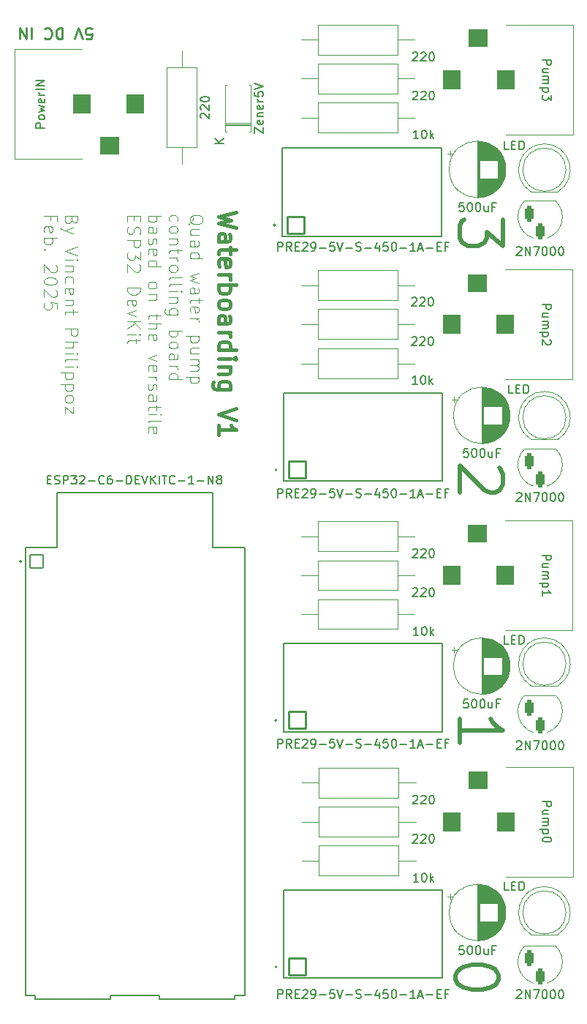
<source format=gto>
G04 #@! TF.GenerationSoftware,KiCad,Pcbnew,8.0.1*
G04 #@! TF.CreationDate,2025-03-04T19:56:39+01:00*
G04 #@! TF.ProjectId,arroseurPCB,6172726f-7365-4757-9250-43422e6b6963,rev?*
G04 #@! TF.SameCoordinates,Original*
G04 #@! TF.FileFunction,Legend,Top*
G04 #@! TF.FilePolarity,Positive*
%FSLAX46Y46*%
G04 Gerber Fmt 4.6, Leading zero omitted, Abs format (unit mm)*
G04 Created by KiCad (PCBNEW 8.0.1) date 2025-03-04 19:56:39*
%MOMM*%
%LPD*%
G01*
G04 APERTURE LIST*
G04 Aperture macros list*
%AMRoundRect*
0 Rectangle with rounded corners*
0 $1 Rounding radius*
0 $2 $3 $4 $5 $6 $7 $8 $9 X,Y pos of 4 corners*
0 Add a 4 corners polygon primitive as box body*
4,1,4,$2,$3,$4,$5,$6,$7,$8,$9,$2,$3,0*
0 Add four circle primitives for the rounded corners*
1,1,$1+$1,$2,$3*
1,1,$1+$1,$4,$5*
1,1,$1+$1,$6,$7*
1,1,$1+$1,$8,$9*
0 Add four rect primitives between the rounded corners*
20,1,$1+$1,$2,$3,$4,$5,0*
20,1,$1+$1,$4,$5,$6,$7,0*
20,1,$1+$1,$6,$7,$8,$9,0*
20,1,$1+$1,$8,$9,$2,$3,0*%
G04 Aperture macros list end*
%ADD10C,0.400000*%
%ADD11C,0.500000*%
%ADD12C,0.250000*%
%ADD13C,0.100000*%
%ADD14C,0.150000*%
%ADD15C,0.120000*%
%ADD16C,0.127000*%
%ADD17C,0.200000*%
%ADD18R,2.200000X2.200000*%
%ADD19O,2.200000X2.200000*%
%ADD20C,1.600000*%
%ADD21O,1.600000X1.600000*%
%ADD22R,1.100000X1.800000*%
%ADD23RoundRect,0.275000X0.275000X0.625000X-0.275000X0.625000X-0.275000X-0.625000X0.275000X-0.625000X0*%
%ADD24R,1.600000X1.600000*%
%ADD25RoundRect,0.102000X-0.975000X-0.975000X0.975000X-0.975000X0.975000X0.975000X-0.975000X0.975000X0*%
%ADD26C,2.154000*%
%ADD27R,1.800000X1.800000*%
%ADD28C,1.800000*%
%ADD29RoundRect,1.000000X0.000010X1.100000X-0.000010X1.100000X-0.000010X-1.100000X0.000010X-1.100000X0*%
%ADD30RoundRect,1.000000X-1.100000X0.000010X-1.100000X-0.000010X1.100000X-0.000010X1.100000X0.000010X0*%
%ADD31RoundRect,1.000000X-0.000010X-1.100000X0.000010X-1.100000X0.000010X1.100000X-0.000010X1.100000X0*%
%ADD32RoundRect,0.102000X-0.762000X-0.762000X0.762000X-0.762000X0.762000X0.762000X-0.762000X0.762000X0*%
%ADD33C,1.728000*%
%ADD34RoundRect,1.000000X1.100000X-0.000010X1.100000X0.000010X-1.100000X0.000010X-1.100000X-0.000010X0*%
G04 APERTURE END LIST*
D10*
X133765561Y-70048871D02*
X131765561Y-70525061D01*
X131765561Y-70525061D02*
X133194133Y-70906014D01*
X133194133Y-70906014D02*
X131765561Y-71286966D01*
X131765561Y-71286966D02*
X133765561Y-71763157D01*
X131765561Y-73382204D02*
X132813180Y-73382204D01*
X132813180Y-73382204D02*
X133003657Y-73286966D01*
X133003657Y-73286966D02*
X133098895Y-73096490D01*
X133098895Y-73096490D02*
X133098895Y-72715537D01*
X133098895Y-72715537D02*
X133003657Y-72525061D01*
X131860800Y-73382204D02*
X131765561Y-73191728D01*
X131765561Y-73191728D02*
X131765561Y-72715537D01*
X131765561Y-72715537D02*
X131860800Y-72525061D01*
X131860800Y-72525061D02*
X132051276Y-72429823D01*
X132051276Y-72429823D02*
X132241752Y-72429823D01*
X132241752Y-72429823D02*
X132432228Y-72525061D01*
X132432228Y-72525061D02*
X132527466Y-72715537D01*
X132527466Y-72715537D02*
X132527466Y-73191728D01*
X132527466Y-73191728D02*
X132622704Y-73382204D01*
X133098895Y-74048871D02*
X133098895Y-74810775D01*
X133765561Y-74334585D02*
X132051276Y-74334585D01*
X132051276Y-74334585D02*
X131860800Y-74429823D01*
X131860800Y-74429823D02*
X131765561Y-74620299D01*
X131765561Y-74620299D02*
X131765561Y-74810775D01*
X131860800Y-76239347D02*
X131765561Y-76048871D01*
X131765561Y-76048871D02*
X131765561Y-75667918D01*
X131765561Y-75667918D02*
X131860800Y-75477442D01*
X131860800Y-75477442D02*
X132051276Y-75382204D01*
X132051276Y-75382204D02*
X132813180Y-75382204D01*
X132813180Y-75382204D02*
X133003657Y-75477442D01*
X133003657Y-75477442D02*
X133098895Y-75667918D01*
X133098895Y-75667918D02*
X133098895Y-76048871D01*
X133098895Y-76048871D02*
X133003657Y-76239347D01*
X133003657Y-76239347D02*
X132813180Y-76334585D01*
X132813180Y-76334585D02*
X132622704Y-76334585D01*
X132622704Y-76334585D02*
X132432228Y-75382204D01*
X131765561Y-77191728D02*
X133098895Y-77191728D01*
X132717942Y-77191728D02*
X132908419Y-77286966D01*
X132908419Y-77286966D02*
X133003657Y-77382204D01*
X133003657Y-77382204D02*
X133098895Y-77572680D01*
X133098895Y-77572680D02*
X133098895Y-77763157D01*
X131765561Y-78429823D02*
X133765561Y-78429823D01*
X133003657Y-78429823D02*
X133098895Y-78620299D01*
X133098895Y-78620299D02*
X133098895Y-79001252D01*
X133098895Y-79001252D02*
X133003657Y-79191728D01*
X133003657Y-79191728D02*
X132908419Y-79286966D01*
X132908419Y-79286966D02*
X132717942Y-79382204D01*
X132717942Y-79382204D02*
X132146514Y-79382204D01*
X132146514Y-79382204D02*
X131956038Y-79286966D01*
X131956038Y-79286966D02*
X131860800Y-79191728D01*
X131860800Y-79191728D02*
X131765561Y-79001252D01*
X131765561Y-79001252D02*
X131765561Y-78620299D01*
X131765561Y-78620299D02*
X131860800Y-78429823D01*
X131765561Y-80525061D02*
X131860800Y-80334585D01*
X131860800Y-80334585D02*
X131956038Y-80239347D01*
X131956038Y-80239347D02*
X132146514Y-80144109D01*
X132146514Y-80144109D02*
X132717942Y-80144109D01*
X132717942Y-80144109D02*
X132908419Y-80239347D01*
X132908419Y-80239347D02*
X133003657Y-80334585D01*
X133003657Y-80334585D02*
X133098895Y-80525061D01*
X133098895Y-80525061D02*
X133098895Y-80810776D01*
X133098895Y-80810776D02*
X133003657Y-81001252D01*
X133003657Y-81001252D02*
X132908419Y-81096490D01*
X132908419Y-81096490D02*
X132717942Y-81191728D01*
X132717942Y-81191728D02*
X132146514Y-81191728D01*
X132146514Y-81191728D02*
X131956038Y-81096490D01*
X131956038Y-81096490D02*
X131860800Y-81001252D01*
X131860800Y-81001252D02*
X131765561Y-80810776D01*
X131765561Y-80810776D02*
X131765561Y-80525061D01*
X131765561Y-82906014D02*
X132813180Y-82906014D01*
X132813180Y-82906014D02*
X133003657Y-82810776D01*
X133003657Y-82810776D02*
X133098895Y-82620300D01*
X133098895Y-82620300D02*
X133098895Y-82239347D01*
X133098895Y-82239347D02*
X133003657Y-82048871D01*
X131860800Y-82906014D02*
X131765561Y-82715538D01*
X131765561Y-82715538D02*
X131765561Y-82239347D01*
X131765561Y-82239347D02*
X131860800Y-82048871D01*
X131860800Y-82048871D02*
X132051276Y-81953633D01*
X132051276Y-81953633D02*
X132241752Y-81953633D01*
X132241752Y-81953633D02*
X132432228Y-82048871D01*
X132432228Y-82048871D02*
X132527466Y-82239347D01*
X132527466Y-82239347D02*
X132527466Y-82715538D01*
X132527466Y-82715538D02*
X132622704Y-82906014D01*
X131765561Y-83858395D02*
X133098895Y-83858395D01*
X132717942Y-83858395D02*
X132908419Y-83953633D01*
X132908419Y-83953633D02*
X133003657Y-84048871D01*
X133003657Y-84048871D02*
X133098895Y-84239347D01*
X133098895Y-84239347D02*
X133098895Y-84429824D01*
X131765561Y-85953633D02*
X133765561Y-85953633D01*
X131860800Y-85953633D02*
X131765561Y-85763157D01*
X131765561Y-85763157D02*
X131765561Y-85382204D01*
X131765561Y-85382204D02*
X131860800Y-85191728D01*
X131860800Y-85191728D02*
X131956038Y-85096490D01*
X131956038Y-85096490D02*
X132146514Y-85001252D01*
X132146514Y-85001252D02*
X132717942Y-85001252D01*
X132717942Y-85001252D02*
X132908419Y-85096490D01*
X132908419Y-85096490D02*
X133003657Y-85191728D01*
X133003657Y-85191728D02*
X133098895Y-85382204D01*
X133098895Y-85382204D02*
X133098895Y-85763157D01*
X133098895Y-85763157D02*
X133003657Y-85953633D01*
X131765561Y-86906014D02*
X133098895Y-86906014D01*
X133765561Y-86906014D02*
X133670323Y-86810776D01*
X133670323Y-86810776D02*
X133575085Y-86906014D01*
X133575085Y-86906014D02*
X133670323Y-87001252D01*
X133670323Y-87001252D02*
X133765561Y-86906014D01*
X133765561Y-86906014D02*
X133575085Y-86906014D01*
X133098895Y-87858395D02*
X131765561Y-87858395D01*
X132908419Y-87858395D02*
X133003657Y-87953633D01*
X133003657Y-87953633D02*
X133098895Y-88144109D01*
X133098895Y-88144109D02*
X133098895Y-88429824D01*
X133098895Y-88429824D02*
X133003657Y-88620300D01*
X133003657Y-88620300D02*
X132813180Y-88715538D01*
X132813180Y-88715538D02*
X131765561Y-88715538D01*
X133098895Y-90525062D02*
X131479847Y-90525062D01*
X131479847Y-90525062D02*
X131289371Y-90429824D01*
X131289371Y-90429824D02*
X131194133Y-90334586D01*
X131194133Y-90334586D02*
X131098895Y-90144109D01*
X131098895Y-90144109D02*
X131098895Y-89858395D01*
X131098895Y-89858395D02*
X131194133Y-89667919D01*
X131860800Y-90525062D02*
X131765561Y-90334586D01*
X131765561Y-90334586D02*
X131765561Y-89953633D01*
X131765561Y-89953633D02*
X131860800Y-89763157D01*
X131860800Y-89763157D02*
X131956038Y-89667919D01*
X131956038Y-89667919D02*
X132146514Y-89572681D01*
X132146514Y-89572681D02*
X132717942Y-89572681D01*
X132717942Y-89572681D02*
X132908419Y-89667919D01*
X132908419Y-89667919D02*
X133003657Y-89763157D01*
X133003657Y-89763157D02*
X133098895Y-89953633D01*
X133098895Y-89953633D02*
X133098895Y-90334586D01*
X133098895Y-90334586D02*
X133003657Y-90525062D01*
X133765561Y-92715539D02*
X131765561Y-93382205D01*
X131765561Y-93382205D02*
X133765561Y-94048872D01*
X131765561Y-95763158D02*
X131765561Y-94620301D01*
X131765561Y-95191729D02*
X133765561Y-95191729D01*
X133765561Y-95191729D02*
X133479847Y-95001253D01*
X133479847Y-95001253D02*
X133289371Y-94810777D01*
X133289371Y-94810777D02*
X133194133Y-94620301D01*
D11*
X164212904Y-158261905D02*
X164212904Y-158738095D01*
X164212904Y-158738095D02*
X163974809Y-159214286D01*
X163974809Y-159214286D02*
X163736714Y-159452381D01*
X163736714Y-159452381D02*
X163260523Y-159690476D01*
X163260523Y-159690476D02*
X162308142Y-159928571D01*
X162308142Y-159928571D02*
X161117666Y-159928571D01*
X161117666Y-159928571D02*
X160165285Y-159690476D01*
X160165285Y-159690476D02*
X159689095Y-159452381D01*
X159689095Y-159452381D02*
X159451000Y-159214286D01*
X159451000Y-159214286D02*
X159212904Y-158738095D01*
X159212904Y-158738095D02*
X159212904Y-158261905D01*
X159212904Y-158261905D02*
X159451000Y-157785714D01*
X159451000Y-157785714D02*
X159689095Y-157547619D01*
X159689095Y-157547619D02*
X160165285Y-157309524D01*
X160165285Y-157309524D02*
X161117666Y-157071428D01*
X161117666Y-157071428D02*
X162308142Y-157071428D01*
X162308142Y-157071428D02*
X163260523Y-157309524D01*
X163260523Y-157309524D02*
X163736714Y-157547619D01*
X163736714Y-157547619D02*
X163974809Y-157785714D01*
X163974809Y-157785714D02*
X164212904Y-158261905D01*
X164712904Y-70833333D02*
X164712904Y-73928571D01*
X164712904Y-73928571D02*
X162808142Y-72261905D01*
X162808142Y-72261905D02*
X162808142Y-72976190D01*
X162808142Y-72976190D02*
X162570047Y-73452381D01*
X162570047Y-73452381D02*
X162331952Y-73690476D01*
X162331952Y-73690476D02*
X161855761Y-73928571D01*
X161855761Y-73928571D02*
X160665285Y-73928571D01*
X160665285Y-73928571D02*
X160189095Y-73690476D01*
X160189095Y-73690476D02*
X159951000Y-73452381D01*
X159951000Y-73452381D02*
X159712904Y-72976190D01*
X159712904Y-72976190D02*
X159712904Y-71547619D01*
X159712904Y-71547619D02*
X159951000Y-71071428D01*
X159951000Y-71071428D02*
X160189095Y-70833333D01*
D12*
X116406955Y-49972095D02*
X117026003Y-49972095D01*
X117026003Y-49972095D02*
X117087907Y-49353047D01*
X117087907Y-49353047D02*
X117026003Y-49414952D01*
X117026003Y-49414952D02*
X116902193Y-49476857D01*
X116902193Y-49476857D02*
X116592669Y-49476857D01*
X116592669Y-49476857D02*
X116468860Y-49414952D01*
X116468860Y-49414952D02*
X116406955Y-49353047D01*
X116406955Y-49353047D02*
X116345050Y-49229238D01*
X116345050Y-49229238D02*
X116345050Y-48919714D01*
X116345050Y-48919714D02*
X116406955Y-48795904D01*
X116406955Y-48795904D02*
X116468860Y-48734000D01*
X116468860Y-48734000D02*
X116592669Y-48672095D01*
X116592669Y-48672095D02*
X116902193Y-48672095D01*
X116902193Y-48672095D02*
X117026003Y-48734000D01*
X117026003Y-48734000D02*
X117087907Y-48795904D01*
X115973622Y-49972095D02*
X115540289Y-48672095D01*
X115540289Y-48672095D02*
X115106955Y-49972095D01*
X113683146Y-48672095D02*
X113683146Y-49972095D01*
X113683146Y-49972095D02*
X113373622Y-49972095D01*
X113373622Y-49972095D02*
X113187908Y-49910190D01*
X113187908Y-49910190D02*
X113064098Y-49786380D01*
X113064098Y-49786380D02*
X113002193Y-49662571D01*
X113002193Y-49662571D02*
X112940289Y-49414952D01*
X112940289Y-49414952D02*
X112940289Y-49229238D01*
X112940289Y-49229238D02*
X113002193Y-48981619D01*
X113002193Y-48981619D02*
X113064098Y-48857809D01*
X113064098Y-48857809D02*
X113187908Y-48734000D01*
X113187908Y-48734000D02*
X113373622Y-48672095D01*
X113373622Y-48672095D02*
X113683146Y-48672095D01*
X111640289Y-48795904D02*
X111702193Y-48734000D01*
X111702193Y-48734000D02*
X111887908Y-48672095D01*
X111887908Y-48672095D02*
X112011717Y-48672095D01*
X112011717Y-48672095D02*
X112197431Y-48734000D01*
X112197431Y-48734000D02*
X112321241Y-48857809D01*
X112321241Y-48857809D02*
X112383146Y-48981619D01*
X112383146Y-48981619D02*
X112445050Y-49229238D01*
X112445050Y-49229238D02*
X112445050Y-49414952D01*
X112445050Y-49414952D02*
X112383146Y-49662571D01*
X112383146Y-49662571D02*
X112321241Y-49786380D01*
X112321241Y-49786380D02*
X112197431Y-49910190D01*
X112197431Y-49910190D02*
X112011717Y-49972095D01*
X112011717Y-49972095D02*
X111887908Y-49972095D01*
X111887908Y-49972095D02*
X111702193Y-49910190D01*
X111702193Y-49910190D02*
X111640289Y-49848285D01*
X110092670Y-48672095D02*
X110092670Y-49972095D01*
X109473622Y-48672095D02*
X109473622Y-49972095D01*
X109473622Y-49972095D02*
X108730765Y-48672095D01*
X108730765Y-48672095D02*
X108730765Y-49972095D01*
D13*
X128290914Y-71422931D02*
X128362342Y-71280074D01*
X128362342Y-71280074D02*
X128505200Y-71137217D01*
X128505200Y-71137217D02*
X128719485Y-70922931D01*
X128719485Y-70922931D02*
X128790914Y-70780074D01*
X128790914Y-70780074D02*
X128790914Y-70637217D01*
X128433771Y-70708646D02*
X128505200Y-70565789D01*
X128505200Y-70565789D02*
X128648057Y-70422931D01*
X128648057Y-70422931D02*
X128933771Y-70351503D01*
X128933771Y-70351503D02*
X129433771Y-70351503D01*
X129433771Y-70351503D02*
X129719485Y-70422931D01*
X129719485Y-70422931D02*
X129862342Y-70565789D01*
X129862342Y-70565789D02*
X129933771Y-70708646D01*
X129933771Y-70708646D02*
X129933771Y-70994360D01*
X129933771Y-70994360D02*
X129862342Y-71137217D01*
X129862342Y-71137217D02*
X129719485Y-71280074D01*
X129719485Y-71280074D02*
X129433771Y-71351503D01*
X129433771Y-71351503D02*
X128933771Y-71351503D01*
X128933771Y-71351503D02*
X128648057Y-71280074D01*
X128648057Y-71280074D02*
X128505200Y-71137217D01*
X128505200Y-71137217D02*
X128433771Y-70994360D01*
X128433771Y-70994360D02*
X128433771Y-70708646D01*
X129433771Y-72637218D02*
X128433771Y-72637218D01*
X129433771Y-71994360D02*
X128648057Y-71994360D01*
X128648057Y-71994360D02*
X128505200Y-72065789D01*
X128505200Y-72065789D02*
X128433771Y-72208646D01*
X128433771Y-72208646D02*
X128433771Y-72422932D01*
X128433771Y-72422932D02*
X128505200Y-72565789D01*
X128505200Y-72565789D02*
X128576628Y-72637218D01*
X128433771Y-73994361D02*
X129219485Y-73994361D01*
X129219485Y-73994361D02*
X129362342Y-73922932D01*
X129362342Y-73922932D02*
X129433771Y-73780075D01*
X129433771Y-73780075D02*
X129433771Y-73494361D01*
X129433771Y-73494361D02*
X129362342Y-73351503D01*
X128505200Y-73994361D02*
X128433771Y-73851503D01*
X128433771Y-73851503D02*
X128433771Y-73494361D01*
X128433771Y-73494361D02*
X128505200Y-73351503D01*
X128505200Y-73351503D02*
X128648057Y-73280075D01*
X128648057Y-73280075D02*
X128790914Y-73280075D01*
X128790914Y-73280075D02*
X128933771Y-73351503D01*
X128933771Y-73351503D02*
X129005200Y-73494361D01*
X129005200Y-73494361D02*
X129005200Y-73851503D01*
X129005200Y-73851503D02*
X129076628Y-73994361D01*
X128433771Y-75351504D02*
X129933771Y-75351504D01*
X128505200Y-75351504D02*
X128433771Y-75208646D01*
X128433771Y-75208646D02*
X128433771Y-74922932D01*
X128433771Y-74922932D02*
X128505200Y-74780075D01*
X128505200Y-74780075D02*
X128576628Y-74708646D01*
X128576628Y-74708646D02*
X128719485Y-74637218D01*
X128719485Y-74637218D02*
X129148057Y-74637218D01*
X129148057Y-74637218D02*
X129290914Y-74708646D01*
X129290914Y-74708646D02*
X129362342Y-74780075D01*
X129362342Y-74780075D02*
X129433771Y-74922932D01*
X129433771Y-74922932D02*
X129433771Y-75208646D01*
X129433771Y-75208646D02*
X129362342Y-75351504D01*
X129433771Y-77065789D02*
X128433771Y-77351504D01*
X128433771Y-77351504D02*
X129148057Y-77637218D01*
X129148057Y-77637218D02*
X128433771Y-77922932D01*
X128433771Y-77922932D02*
X129433771Y-78208646D01*
X128433771Y-79422933D02*
X129219485Y-79422933D01*
X129219485Y-79422933D02*
X129362342Y-79351504D01*
X129362342Y-79351504D02*
X129433771Y-79208647D01*
X129433771Y-79208647D02*
X129433771Y-78922933D01*
X129433771Y-78922933D02*
X129362342Y-78780075D01*
X128505200Y-79422933D02*
X128433771Y-79280075D01*
X128433771Y-79280075D02*
X128433771Y-78922933D01*
X128433771Y-78922933D02*
X128505200Y-78780075D01*
X128505200Y-78780075D02*
X128648057Y-78708647D01*
X128648057Y-78708647D02*
X128790914Y-78708647D01*
X128790914Y-78708647D02*
X128933771Y-78780075D01*
X128933771Y-78780075D02*
X129005200Y-78922933D01*
X129005200Y-78922933D02*
X129005200Y-79280075D01*
X129005200Y-79280075D02*
X129076628Y-79422933D01*
X129433771Y-79922933D02*
X129433771Y-80494361D01*
X129933771Y-80137218D02*
X128648057Y-80137218D01*
X128648057Y-80137218D02*
X128505200Y-80208647D01*
X128505200Y-80208647D02*
X128433771Y-80351504D01*
X128433771Y-80351504D02*
X128433771Y-80494361D01*
X128505200Y-81565790D02*
X128433771Y-81422933D01*
X128433771Y-81422933D02*
X128433771Y-81137219D01*
X128433771Y-81137219D02*
X128505200Y-80994361D01*
X128505200Y-80994361D02*
X128648057Y-80922933D01*
X128648057Y-80922933D02*
X129219485Y-80922933D01*
X129219485Y-80922933D02*
X129362342Y-80994361D01*
X129362342Y-80994361D02*
X129433771Y-81137219D01*
X129433771Y-81137219D02*
X129433771Y-81422933D01*
X129433771Y-81422933D02*
X129362342Y-81565790D01*
X129362342Y-81565790D02*
X129219485Y-81637219D01*
X129219485Y-81637219D02*
X129076628Y-81637219D01*
X129076628Y-81637219D02*
X128933771Y-80922933D01*
X128433771Y-82280075D02*
X129433771Y-82280075D01*
X129148057Y-82280075D02*
X129290914Y-82351504D01*
X129290914Y-82351504D02*
X129362342Y-82422933D01*
X129362342Y-82422933D02*
X129433771Y-82565790D01*
X129433771Y-82565790D02*
X129433771Y-82708647D01*
X129433771Y-84351503D02*
X127933771Y-84351503D01*
X129362342Y-84351503D02*
X129433771Y-84494361D01*
X129433771Y-84494361D02*
X129433771Y-84780075D01*
X129433771Y-84780075D02*
X129362342Y-84922932D01*
X129362342Y-84922932D02*
X129290914Y-84994361D01*
X129290914Y-84994361D02*
X129148057Y-85065789D01*
X129148057Y-85065789D02*
X128719485Y-85065789D01*
X128719485Y-85065789D02*
X128576628Y-84994361D01*
X128576628Y-84994361D02*
X128505200Y-84922932D01*
X128505200Y-84922932D02*
X128433771Y-84780075D01*
X128433771Y-84780075D02*
X128433771Y-84494361D01*
X128433771Y-84494361D02*
X128505200Y-84351503D01*
X129433771Y-86351504D02*
X128433771Y-86351504D01*
X129433771Y-85708646D02*
X128648057Y-85708646D01*
X128648057Y-85708646D02*
X128505200Y-85780075D01*
X128505200Y-85780075D02*
X128433771Y-85922932D01*
X128433771Y-85922932D02*
X128433771Y-86137218D01*
X128433771Y-86137218D02*
X128505200Y-86280075D01*
X128505200Y-86280075D02*
X128576628Y-86351504D01*
X128433771Y-87065789D02*
X129433771Y-87065789D01*
X129290914Y-87065789D02*
X129362342Y-87137218D01*
X129362342Y-87137218D02*
X129433771Y-87280075D01*
X129433771Y-87280075D02*
X129433771Y-87494361D01*
X129433771Y-87494361D02*
X129362342Y-87637218D01*
X129362342Y-87637218D02*
X129219485Y-87708647D01*
X129219485Y-87708647D02*
X128433771Y-87708647D01*
X129219485Y-87708647D02*
X129362342Y-87780075D01*
X129362342Y-87780075D02*
X129433771Y-87922932D01*
X129433771Y-87922932D02*
X129433771Y-88137218D01*
X129433771Y-88137218D02*
X129362342Y-88280075D01*
X129362342Y-88280075D02*
X129219485Y-88351504D01*
X129219485Y-88351504D02*
X128433771Y-88351504D01*
X129433771Y-89065789D02*
X127933771Y-89065789D01*
X129362342Y-89065789D02*
X129433771Y-89208647D01*
X129433771Y-89208647D02*
X129433771Y-89494361D01*
X129433771Y-89494361D02*
X129362342Y-89637218D01*
X129362342Y-89637218D02*
X129290914Y-89708647D01*
X129290914Y-89708647D02*
X129148057Y-89780075D01*
X129148057Y-89780075D02*
X128719485Y-89780075D01*
X128719485Y-89780075D02*
X128576628Y-89708647D01*
X128576628Y-89708647D02*
X128505200Y-89637218D01*
X128505200Y-89637218D02*
X128433771Y-89494361D01*
X128433771Y-89494361D02*
X128433771Y-89208647D01*
X128433771Y-89208647D02*
X128505200Y-89065789D01*
X126090284Y-71065789D02*
X126018855Y-70922931D01*
X126018855Y-70922931D02*
X126018855Y-70637217D01*
X126018855Y-70637217D02*
X126090284Y-70494360D01*
X126090284Y-70494360D02*
X126161712Y-70422931D01*
X126161712Y-70422931D02*
X126304569Y-70351503D01*
X126304569Y-70351503D02*
X126733141Y-70351503D01*
X126733141Y-70351503D02*
X126875998Y-70422931D01*
X126875998Y-70422931D02*
X126947426Y-70494360D01*
X126947426Y-70494360D02*
X127018855Y-70637217D01*
X127018855Y-70637217D02*
X127018855Y-70922931D01*
X127018855Y-70922931D02*
X126947426Y-71065789D01*
X126018855Y-71922931D02*
X126090284Y-71780074D01*
X126090284Y-71780074D02*
X126161712Y-71708645D01*
X126161712Y-71708645D02*
X126304569Y-71637217D01*
X126304569Y-71637217D02*
X126733141Y-71637217D01*
X126733141Y-71637217D02*
X126875998Y-71708645D01*
X126875998Y-71708645D02*
X126947426Y-71780074D01*
X126947426Y-71780074D02*
X127018855Y-71922931D01*
X127018855Y-71922931D02*
X127018855Y-72137217D01*
X127018855Y-72137217D02*
X126947426Y-72280074D01*
X126947426Y-72280074D02*
X126875998Y-72351503D01*
X126875998Y-72351503D02*
X126733141Y-72422931D01*
X126733141Y-72422931D02*
X126304569Y-72422931D01*
X126304569Y-72422931D02*
X126161712Y-72351503D01*
X126161712Y-72351503D02*
X126090284Y-72280074D01*
X126090284Y-72280074D02*
X126018855Y-72137217D01*
X126018855Y-72137217D02*
X126018855Y-71922931D01*
X127018855Y-73065788D02*
X126018855Y-73065788D01*
X126875998Y-73065788D02*
X126947426Y-73137217D01*
X126947426Y-73137217D02*
X127018855Y-73280074D01*
X127018855Y-73280074D02*
X127018855Y-73494360D01*
X127018855Y-73494360D02*
X126947426Y-73637217D01*
X126947426Y-73637217D02*
X126804569Y-73708646D01*
X126804569Y-73708646D02*
X126018855Y-73708646D01*
X127018855Y-74208646D02*
X127018855Y-74780074D01*
X127518855Y-74422931D02*
X126233141Y-74422931D01*
X126233141Y-74422931D02*
X126090284Y-74494360D01*
X126090284Y-74494360D02*
X126018855Y-74637217D01*
X126018855Y-74637217D02*
X126018855Y-74780074D01*
X126018855Y-75280074D02*
X127018855Y-75280074D01*
X126733141Y-75280074D02*
X126875998Y-75351503D01*
X126875998Y-75351503D02*
X126947426Y-75422932D01*
X126947426Y-75422932D02*
X127018855Y-75565789D01*
X127018855Y-75565789D02*
X127018855Y-75708646D01*
X126018855Y-76422931D02*
X126090284Y-76280074D01*
X126090284Y-76280074D02*
X126161712Y-76208645D01*
X126161712Y-76208645D02*
X126304569Y-76137217D01*
X126304569Y-76137217D02*
X126733141Y-76137217D01*
X126733141Y-76137217D02*
X126875998Y-76208645D01*
X126875998Y-76208645D02*
X126947426Y-76280074D01*
X126947426Y-76280074D02*
X127018855Y-76422931D01*
X127018855Y-76422931D02*
X127018855Y-76637217D01*
X127018855Y-76637217D02*
X126947426Y-76780074D01*
X126947426Y-76780074D02*
X126875998Y-76851503D01*
X126875998Y-76851503D02*
X126733141Y-76922931D01*
X126733141Y-76922931D02*
X126304569Y-76922931D01*
X126304569Y-76922931D02*
X126161712Y-76851503D01*
X126161712Y-76851503D02*
X126090284Y-76780074D01*
X126090284Y-76780074D02*
X126018855Y-76637217D01*
X126018855Y-76637217D02*
X126018855Y-76422931D01*
X126018855Y-77780074D02*
X126090284Y-77637217D01*
X126090284Y-77637217D02*
X126233141Y-77565788D01*
X126233141Y-77565788D02*
X127518855Y-77565788D01*
X126018855Y-78565788D02*
X126090284Y-78422931D01*
X126090284Y-78422931D02*
X126233141Y-78351502D01*
X126233141Y-78351502D02*
X127518855Y-78351502D01*
X126018855Y-79137216D02*
X127018855Y-79137216D01*
X127518855Y-79137216D02*
X127447426Y-79065788D01*
X127447426Y-79065788D02*
X127375998Y-79137216D01*
X127375998Y-79137216D02*
X127447426Y-79208645D01*
X127447426Y-79208645D02*
X127518855Y-79137216D01*
X127518855Y-79137216D02*
X127375998Y-79137216D01*
X127018855Y-79851502D02*
X126018855Y-79851502D01*
X126875998Y-79851502D02*
X126947426Y-79922931D01*
X126947426Y-79922931D02*
X127018855Y-80065788D01*
X127018855Y-80065788D02*
X127018855Y-80280074D01*
X127018855Y-80280074D02*
X126947426Y-80422931D01*
X126947426Y-80422931D02*
X126804569Y-80494360D01*
X126804569Y-80494360D02*
X126018855Y-80494360D01*
X127018855Y-81851503D02*
X125804569Y-81851503D01*
X125804569Y-81851503D02*
X125661712Y-81780074D01*
X125661712Y-81780074D02*
X125590284Y-81708645D01*
X125590284Y-81708645D02*
X125518855Y-81565788D01*
X125518855Y-81565788D02*
X125518855Y-81351503D01*
X125518855Y-81351503D02*
X125590284Y-81208645D01*
X126090284Y-81851503D02*
X126018855Y-81708645D01*
X126018855Y-81708645D02*
X126018855Y-81422931D01*
X126018855Y-81422931D02*
X126090284Y-81280074D01*
X126090284Y-81280074D02*
X126161712Y-81208645D01*
X126161712Y-81208645D02*
X126304569Y-81137217D01*
X126304569Y-81137217D02*
X126733141Y-81137217D01*
X126733141Y-81137217D02*
X126875998Y-81208645D01*
X126875998Y-81208645D02*
X126947426Y-81280074D01*
X126947426Y-81280074D02*
X127018855Y-81422931D01*
X127018855Y-81422931D02*
X127018855Y-81708645D01*
X127018855Y-81708645D02*
X126947426Y-81851503D01*
X126018855Y-83708645D02*
X127518855Y-83708645D01*
X126947426Y-83708645D02*
X127018855Y-83851503D01*
X127018855Y-83851503D02*
X127018855Y-84137217D01*
X127018855Y-84137217D02*
X126947426Y-84280074D01*
X126947426Y-84280074D02*
X126875998Y-84351503D01*
X126875998Y-84351503D02*
X126733141Y-84422931D01*
X126733141Y-84422931D02*
X126304569Y-84422931D01*
X126304569Y-84422931D02*
X126161712Y-84351503D01*
X126161712Y-84351503D02*
X126090284Y-84280074D01*
X126090284Y-84280074D02*
X126018855Y-84137217D01*
X126018855Y-84137217D02*
X126018855Y-83851503D01*
X126018855Y-83851503D02*
X126090284Y-83708645D01*
X126018855Y-85280074D02*
X126090284Y-85137217D01*
X126090284Y-85137217D02*
X126161712Y-85065788D01*
X126161712Y-85065788D02*
X126304569Y-84994360D01*
X126304569Y-84994360D02*
X126733141Y-84994360D01*
X126733141Y-84994360D02*
X126875998Y-85065788D01*
X126875998Y-85065788D02*
X126947426Y-85137217D01*
X126947426Y-85137217D02*
X127018855Y-85280074D01*
X127018855Y-85280074D02*
X127018855Y-85494360D01*
X127018855Y-85494360D02*
X126947426Y-85637217D01*
X126947426Y-85637217D02*
X126875998Y-85708646D01*
X126875998Y-85708646D02*
X126733141Y-85780074D01*
X126733141Y-85780074D02*
X126304569Y-85780074D01*
X126304569Y-85780074D02*
X126161712Y-85708646D01*
X126161712Y-85708646D02*
X126090284Y-85637217D01*
X126090284Y-85637217D02*
X126018855Y-85494360D01*
X126018855Y-85494360D02*
X126018855Y-85280074D01*
X126018855Y-87065789D02*
X126804569Y-87065789D01*
X126804569Y-87065789D02*
X126947426Y-86994360D01*
X126947426Y-86994360D02*
X127018855Y-86851503D01*
X127018855Y-86851503D02*
X127018855Y-86565789D01*
X127018855Y-86565789D02*
X126947426Y-86422931D01*
X126090284Y-87065789D02*
X126018855Y-86922931D01*
X126018855Y-86922931D02*
X126018855Y-86565789D01*
X126018855Y-86565789D02*
X126090284Y-86422931D01*
X126090284Y-86422931D02*
X126233141Y-86351503D01*
X126233141Y-86351503D02*
X126375998Y-86351503D01*
X126375998Y-86351503D02*
X126518855Y-86422931D01*
X126518855Y-86422931D02*
X126590284Y-86565789D01*
X126590284Y-86565789D02*
X126590284Y-86922931D01*
X126590284Y-86922931D02*
X126661712Y-87065789D01*
X126018855Y-87780074D02*
X127018855Y-87780074D01*
X126733141Y-87780074D02*
X126875998Y-87851503D01*
X126875998Y-87851503D02*
X126947426Y-87922932D01*
X126947426Y-87922932D02*
X127018855Y-88065789D01*
X127018855Y-88065789D02*
X127018855Y-88208646D01*
X126018855Y-89351503D02*
X127518855Y-89351503D01*
X126090284Y-89351503D02*
X126018855Y-89208645D01*
X126018855Y-89208645D02*
X126018855Y-88922931D01*
X126018855Y-88922931D02*
X126090284Y-88780074D01*
X126090284Y-88780074D02*
X126161712Y-88708645D01*
X126161712Y-88708645D02*
X126304569Y-88637217D01*
X126304569Y-88637217D02*
X126733141Y-88637217D01*
X126733141Y-88637217D02*
X126875998Y-88708645D01*
X126875998Y-88708645D02*
X126947426Y-88780074D01*
X126947426Y-88780074D02*
X127018855Y-88922931D01*
X127018855Y-88922931D02*
X127018855Y-89208645D01*
X127018855Y-89208645D02*
X126947426Y-89351503D01*
X123603939Y-70422931D02*
X125103939Y-70422931D01*
X124532510Y-70422931D02*
X124603939Y-70565789D01*
X124603939Y-70565789D02*
X124603939Y-70851503D01*
X124603939Y-70851503D02*
X124532510Y-70994360D01*
X124532510Y-70994360D02*
X124461082Y-71065789D01*
X124461082Y-71065789D02*
X124318225Y-71137217D01*
X124318225Y-71137217D02*
X123889653Y-71137217D01*
X123889653Y-71137217D02*
X123746796Y-71065789D01*
X123746796Y-71065789D02*
X123675368Y-70994360D01*
X123675368Y-70994360D02*
X123603939Y-70851503D01*
X123603939Y-70851503D02*
X123603939Y-70565789D01*
X123603939Y-70565789D02*
X123675368Y-70422931D01*
X123603939Y-72422932D02*
X124389653Y-72422932D01*
X124389653Y-72422932D02*
X124532510Y-72351503D01*
X124532510Y-72351503D02*
X124603939Y-72208646D01*
X124603939Y-72208646D02*
X124603939Y-71922932D01*
X124603939Y-71922932D02*
X124532510Y-71780074D01*
X123675368Y-72422932D02*
X123603939Y-72280074D01*
X123603939Y-72280074D02*
X123603939Y-71922932D01*
X123603939Y-71922932D02*
X123675368Y-71780074D01*
X123675368Y-71780074D02*
X123818225Y-71708646D01*
X123818225Y-71708646D02*
X123961082Y-71708646D01*
X123961082Y-71708646D02*
X124103939Y-71780074D01*
X124103939Y-71780074D02*
X124175368Y-71922932D01*
X124175368Y-71922932D02*
X124175368Y-72280074D01*
X124175368Y-72280074D02*
X124246796Y-72422932D01*
X123675368Y-73065789D02*
X123603939Y-73208646D01*
X123603939Y-73208646D02*
X123603939Y-73494360D01*
X123603939Y-73494360D02*
X123675368Y-73637217D01*
X123675368Y-73637217D02*
X123818225Y-73708646D01*
X123818225Y-73708646D02*
X123889653Y-73708646D01*
X123889653Y-73708646D02*
X124032510Y-73637217D01*
X124032510Y-73637217D02*
X124103939Y-73494360D01*
X124103939Y-73494360D02*
X124103939Y-73280075D01*
X124103939Y-73280075D02*
X124175368Y-73137217D01*
X124175368Y-73137217D02*
X124318225Y-73065789D01*
X124318225Y-73065789D02*
X124389653Y-73065789D01*
X124389653Y-73065789D02*
X124532510Y-73137217D01*
X124532510Y-73137217D02*
X124603939Y-73280075D01*
X124603939Y-73280075D02*
X124603939Y-73494360D01*
X124603939Y-73494360D02*
X124532510Y-73637217D01*
X123675368Y-74922932D02*
X123603939Y-74780075D01*
X123603939Y-74780075D02*
X123603939Y-74494361D01*
X123603939Y-74494361D02*
X123675368Y-74351503D01*
X123675368Y-74351503D02*
X123818225Y-74280075D01*
X123818225Y-74280075D02*
X124389653Y-74280075D01*
X124389653Y-74280075D02*
X124532510Y-74351503D01*
X124532510Y-74351503D02*
X124603939Y-74494361D01*
X124603939Y-74494361D02*
X124603939Y-74780075D01*
X124603939Y-74780075D02*
X124532510Y-74922932D01*
X124532510Y-74922932D02*
X124389653Y-74994361D01*
X124389653Y-74994361D02*
X124246796Y-74994361D01*
X124246796Y-74994361D02*
X124103939Y-74280075D01*
X123603939Y-76280075D02*
X125103939Y-76280075D01*
X123675368Y-76280075D02*
X123603939Y-76137217D01*
X123603939Y-76137217D02*
X123603939Y-75851503D01*
X123603939Y-75851503D02*
X123675368Y-75708646D01*
X123675368Y-75708646D02*
X123746796Y-75637217D01*
X123746796Y-75637217D02*
X123889653Y-75565789D01*
X123889653Y-75565789D02*
X124318225Y-75565789D01*
X124318225Y-75565789D02*
X124461082Y-75637217D01*
X124461082Y-75637217D02*
X124532510Y-75708646D01*
X124532510Y-75708646D02*
X124603939Y-75851503D01*
X124603939Y-75851503D02*
X124603939Y-76137217D01*
X124603939Y-76137217D02*
X124532510Y-76280075D01*
X123603939Y-78351503D02*
X123675368Y-78208646D01*
X123675368Y-78208646D02*
X123746796Y-78137217D01*
X123746796Y-78137217D02*
X123889653Y-78065789D01*
X123889653Y-78065789D02*
X124318225Y-78065789D01*
X124318225Y-78065789D02*
X124461082Y-78137217D01*
X124461082Y-78137217D02*
X124532510Y-78208646D01*
X124532510Y-78208646D02*
X124603939Y-78351503D01*
X124603939Y-78351503D02*
X124603939Y-78565789D01*
X124603939Y-78565789D02*
X124532510Y-78708646D01*
X124532510Y-78708646D02*
X124461082Y-78780075D01*
X124461082Y-78780075D02*
X124318225Y-78851503D01*
X124318225Y-78851503D02*
X123889653Y-78851503D01*
X123889653Y-78851503D02*
X123746796Y-78780075D01*
X123746796Y-78780075D02*
X123675368Y-78708646D01*
X123675368Y-78708646D02*
X123603939Y-78565789D01*
X123603939Y-78565789D02*
X123603939Y-78351503D01*
X124603939Y-79494360D02*
X123603939Y-79494360D01*
X124461082Y-79494360D02*
X124532510Y-79565789D01*
X124532510Y-79565789D02*
X124603939Y-79708646D01*
X124603939Y-79708646D02*
X124603939Y-79922932D01*
X124603939Y-79922932D02*
X124532510Y-80065789D01*
X124532510Y-80065789D02*
X124389653Y-80137218D01*
X124389653Y-80137218D02*
X123603939Y-80137218D01*
X124603939Y-81780075D02*
X124603939Y-82351503D01*
X125103939Y-81994360D02*
X123818225Y-81994360D01*
X123818225Y-81994360D02*
X123675368Y-82065789D01*
X123675368Y-82065789D02*
X123603939Y-82208646D01*
X123603939Y-82208646D02*
X123603939Y-82351503D01*
X123603939Y-82851503D02*
X125103939Y-82851503D01*
X123603939Y-83494361D02*
X124389653Y-83494361D01*
X124389653Y-83494361D02*
X124532510Y-83422932D01*
X124532510Y-83422932D02*
X124603939Y-83280075D01*
X124603939Y-83280075D02*
X124603939Y-83065789D01*
X124603939Y-83065789D02*
X124532510Y-82922932D01*
X124532510Y-82922932D02*
X124461082Y-82851503D01*
X123675368Y-84780075D02*
X123603939Y-84637218D01*
X123603939Y-84637218D02*
X123603939Y-84351504D01*
X123603939Y-84351504D02*
X123675368Y-84208646D01*
X123675368Y-84208646D02*
X123818225Y-84137218D01*
X123818225Y-84137218D02*
X124389653Y-84137218D01*
X124389653Y-84137218D02*
X124532510Y-84208646D01*
X124532510Y-84208646D02*
X124603939Y-84351504D01*
X124603939Y-84351504D02*
X124603939Y-84637218D01*
X124603939Y-84637218D02*
X124532510Y-84780075D01*
X124532510Y-84780075D02*
X124389653Y-84851504D01*
X124389653Y-84851504D02*
X124246796Y-84851504D01*
X124246796Y-84851504D02*
X124103939Y-84137218D01*
X124603939Y-86494360D02*
X123603939Y-86851503D01*
X123603939Y-86851503D02*
X124603939Y-87208646D01*
X123675368Y-88351503D02*
X123603939Y-88208646D01*
X123603939Y-88208646D02*
X123603939Y-87922932D01*
X123603939Y-87922932D02*
X123675368Y-87780074D01*
X123675368Y-87780074D02*
X123818225Y-87708646D01*
X123818225Y-87708646D02*
X124389653Y-87708646D01*
X124389653Y-87708646D02*
X124532510Y-87780074D01*
X124532510Y-87780074D02*
X124603939Y-87922932D01*
X124603939Y-87922932D02*
X124603939Y-88208646D01*
X124603939Y-88208646D02*
X124532510Y-88351503D01*
X124532510Y-88351503D02*
X124389653Y-88422932D01*
X124389653Y-88422932D02*
X124246796Y-88422932D01*
X124246796Y-88422932D02*
X124103939Y-87708646D01*
X123603939Y-89065788D02*
X124603939Y-89065788D01*
X124318225Y-89065788D02*
X124461082Y-89137217D01*
X124461082Y-89137217D02*
X124532510Y-89208646D01*
X124532510Y-89208646D02*
X124603939Y-89351503D01*
X124603939Y-89351503D02*
X124603939Y-89494360D01*
X123675368Y-89922931D02*
X123603939Y-90065788D01*
X123603939Y-90065788D02*
X123603939Y-90351502D01*
X123603939Y-90351502D02*
X123675368Y-90494359D01*
X123675368Y-90494359D02*
X123818225Y-90565788D01*
X123818225Y-90565788D02*
X123889653Y-90565788D01*
X123889653Y-90565788D02*
X124032510Y-90494359D01*
X124032510Y-90494359D02*
X124103939Y-90351502D01*
X124103939Y-90351502D02*
X124103939Y-90137217D01*
X124103939Y-90137217D02*
X124175368Y-89994359D01*
X124175368Y-89994359D02*
X124318225Y-89922931D01*
X124318225Y-89922931D02*
X124389653Y-89922931D01*
X124389653Y-89922931D02*
X124532510Y-89994359D01*
X124532510Y-89994359D02*
X124603939Y-90137217D01*
X124603939Y-90137217D02*
X124603939Y-90351502D01*
X124603939Y-90351502D02*
X124532510Y-90494359D01*
X123603939Y-91851503D02*
X124389653Y-91851503D01*
X124389653Y-91851503D02*
X124532510Y-91780074D01*
X124532510Y-91780074D02*
X124603939Y-91637217D01*
X124603939Y-91637217D02*
X124603939Y-91351503D01*
X124603939Y-91351503D02*
X124532510Y-91208645D01*
X123675368Y-91851503D02*
X123603939Y-91708645D01*
X123603939Y-91708645D02*
X123603939Y-91351503D01*
X123603939Y-91351503D02*
X123675368Y-91208645D01*
X123675368Y-91208645D02*
X123818225Y-91137217D01*
X123818225Y-91137217D02*
X123961082Y-91137217D01*
X123961082Y-91137217D02*
X124103939Y-91208645D01*
X124103939Y-91208645D02*
X124175368Y-91351503D01*
X124175368Y-91351503D02*
X124175368Y-91708645D01*
X124175368Y-91708645D02*
X124246796Y-91851503D01*
X124603939Y-92351503D02*
X124603939Y-92922931D01*
X125103939Y-92565788D02*
X123818225Y-92565788D01*
X123818225Y-92565788D02*
X123675368Y-92637217D01*
X123675368Y-92637217D02*
X123603939Y-92780074D01*
X123603939Y-92780074D02*
X123603939Y-92922931D01*
X123603939Y-93422931D02*
X124603939Y-93422931D01*
X125103939Y-93422931D02*
X125032510Y-93351503D01*
X125032510Y-93351503D02*
X124961082Y-93422931D01*
X124961082Y-93422931D02*
X125032510Y-93494360D01*
X125032510Y-93494360D02*
X125103939Y-93422931D01*
X125103939Y-93422931D02*
X124961082Y-93422931D01*
X123603939Y-94351503D02*
X123675368Y-94208646D01*
X123675368Y-94208646D02*
X123818225Y-94137217D01*
X123818225Y-94137217D02*
X125103939Y-94137217D01*
X123675368Y-95494360D02*
X123603939Y-95351503D01*
X123603939Y-95351503D02*
X123603939Y-95065789D01*
X123603939Y-95065789D02*
X123675368Y-94922931D01*
X123675368Y-94922931D02*
X123818225Y-94851503D01*
X123818225Y-94851503D02*
X124389653Y-94851503D01*
X124389653Y-94851503D02*
X124532510Y-94922931D01*
X124532510Y-94922931D02*
X124603939Y-95065789D01*
X124603939Y-95065789D02*
X124603939Y-95351503D01*
X124603939Y-95351503D02*
X124532510Y-95494360D01*
X124532510Y-95494360D02*
X124389653Y-95565789D01*
X124389653Y-95565789D02*
X124246796Y-95565789D01*
X124246796Y-95565789D02*
X124103939Y-94851503D01*
X121974737Y-70422931D02*
X121974737Y-70922931D01*
X121189023Y-71137217D02*
X121189023Y-70422931D01*
X121189023Y-70422931D02*
X122689023Y-70422931D01*
X122689023Y-70422931D02*
X122689023Y-71137217D01*
X121260452Y-71708646D02*
X121189023Y-71922932D01*
X121189023Y-71922932D02*
X121189023Y-72280074D01*
X121189023Y-72280074D02*
X121260452Y-72422932D01*
X121260452Y-72422932D02*
X121331880Y-72494360D01*
X121331880Y-72494360D02*
X121474737Y-72565789D01*
X121474737Y-72565789D02*
X121617594Y-72565789D01*
X121617594Y-72565789D02*
X121760452Y-72494360D01*
X121760452Y-72494360D02*
X121831880Y-72422932D01*
X121831880Y-72422932D02*
X121903309Y-72280074D01*
X121903309Y-72280074D02*
X121974737Y-71994360D01*
X121974737Y-71994360D02*
X122046166Y-71851503D01*
X122046166Y-71851503D02*
X122117594Y-71780074D01*
X122117594Y-71780074D02*
X122260452Y-71708646D01*
X122260452Y-71708646D02*
X122403309Y-71708646D01*
X122403309Y-71708646D02*
X122546166Y-71780074D01*
X122546166Y-71780074D02*
X122617594Y-71851503D01*
X122617594Y-71851503D02*
X122689023Y-71994360D01*
X122689023Y-71994360D02*
X122689023Y-72351503D01*
X122689023Y-72351503D02*
X122617594Y-72565789D01*
X121189023Y-73208645D02*
X122689023Y-73208645D01*
X122689023Y-73208645D02*
X122689023Y-73780074D01*
X122689023Y-73780074D02*
X122617594Y-73922931D01*
X122617594Y-73922931D02*
X122546166Y-73994360D01*
X122546166Y-73994360D02*
X122403309Y-74065788D01*
X122403309Y-74065788D02*
X122189023Y-74065788D01*
X122189023Y-74065788D02*
X122046166Y-73994360D01*
X122046166Y-73994360D02*
X121974737Y-73922931D01*
X121974737Y-73922931D02*
X121903309Y-73780074D01*
X121903309Y-73780074D02*
X121903309Y-73208645D01*
X122689023Y-74565788D02*
X122689023Y-75494360D01*
X122689023Y-75494360D02*
X122117594Y-74994360D01*
X122117594Y-74994360D02*
X122117594Y-75208645D01*
X122117594Y-75208645D02*
X122046166Y-75351503D01*
X122046166Y-75351503D02*
X121974737Y-75422931D01*
X121974737Y-75422931D02*
X121831880Y-75494360D01*
X121831880Y-75494360D02*
X121474737Y-75494360D01*
X121474737Y-75494360D02*
X121331880Y-75422931D01*
X121331880Y-75422931D02*
X121260452Y-75351503D01*
X121260452Y-75351503D02*
X121189023Y-75208645D01*
X121189023Y-75208645D02*
X121189023Y-74780074D01*
X121189023Y-74780074D02*
X121260452Y-74637217D01*
X121260452Y-74637217D02*
X121331880Y-74565788D01*
X122546166Y-76065788D02*
X122617594Y-76137216D01*
X122617594Y-76137216D02*
X122689023Y-76280074D01*
X122689023Y-76280074D02*
X122689023Y-76637216D01*
X122689023Y-76637216D02*
X122617594Y-76780074D01*
X122617594Y-76780074D02*
X122546166Y-76851502D01*
X122546166Y-76851502D02*
X122403309Y-76922931D01*
X122403309Y-76922931D02*
X122260452Y-76922931D01*
X122260452Y-76922931D02*
X122046166Y-76851502D01*
X122046166Y-76851502D02*
X121189023Y-75994359D01*
X121189023Y-75994359D02*
X121189023Y-76922931D01*
X121189023Y-78708644D02*
X122689023Y-78708644D01*
X122689023Y-78708644D02*
X122689023Y-79065787D01*
X122689023Y-79065787D02*
X122617594Y-79280073D01*
X122617594Y-79280073D02*
X122474737Y-79422930D01*
X122474737Y-79422930D02*
X122331880Y-79494359D01*
X122331880Y-79494359D02*
X122046166Y-79565787D01*
X122046166Y-79565787D02*
X121831880Y-79565787D01*
X121831880Y-79565787D02*
X121546166Y-79494359D01*
X121546166Y-79494359D02*
X121403309Y-79422930D01*
X121403309Y-79422930D02*
X121260452Y-79280073D01*
X121260452Y-79280073D02*
X121189023Y-79065787D01*
X121189023Y-79065787D02*
X121189023Y-78708644D01*
X121260452Y-80780073D02*
X121189023Y-80637216D01*
X121189023Y-80637216D02*
X121189023Y-80351502D01*
X121189023Y-80351502D02*
X121260452Y-80208644D01*
X121260452Y-80208644D02*
X121403309Y-80137216D01*
X121403309Y-80137216D02*
X121974737Y-80137216D01*
X121974737Y-80137216D02*
X122117594Y-80208644D01*
X122117594Y-80208644D02*
X122189023Y-80351502D01*
X122189023Y-80351502D02*
X122189023Y-80637216D01*
X122189023Y-80637216D02*
X122117594Y-80780073D01*
X122117594Y-80780073D02*
X121974737Y-80851502D01*
X121974737Y-80851502D02*
X121831880Y-80851502D01*
X121831880Y-80851502D02*
X121689023Y-80137216D01*
X122189023Y-81351501D02*
X121189023Y-81708644D01*
X121189023Y-81708644D02*
X122189023Y-82065787D01*
X121189023Y-82637215D02*
X122689023Y-82637215D01*
X121189023Y-83494358D02*
X122046166Y-82851501D01*
X122689023Y-83494358D02*
X121831880Y-82637215D01*
X121189023Y-84137215D02*
X122189023Y-84137215D01*
X122689023Y-84137215D02*
X122617594Y-84065787D01*
X122617594Y-84065787D02*
X122546166Y-84137215D01*
X122546166Y-84137215D02*
X122617594Y-84208644D01*
X122617594Y-84208644D02*
X122689023Y-84137215D01*
X122689023Y-84137215D02*
X122546166Y-84137215D01*
X122189023Y-84637216D02*
X122189023Y-85208644D01*
X122689023Y-84851501D02*
X121403309Y-84851501D01*
X121403309Y-84851501D02*
X121260452Y-84922930D01*
X121260452Y-84922930D02*
X121189023Y-85065787D01*
X121189023Y-85065787D02*
X121189023Y-85208644D01*
X114729989Y-70922931D02*
X114658561Y-71137217D01*
X114658561Y-71137217D02*
X114587132Y-71208646D01*
X114587132Y-71208646D02*
X114444275Y-71280074D01*
X114444275Y-71280074D02*
X114229989Y-71280074D01*
X114229989Y-71280074D02*
X114087132Y-71208646D01*
X114087132Y-71208646D02*
X114015704Y-71137217D01*
X114015704Y-71137217D02*
X113944275Y-70994360D01*
X113944275Y-70994360D02*
X113944275Y-70422931D01*
X113944275Y-70422931D02*
X115444275Y-70422931D01*
X115444275Y-70422931D02*
X115444275Y-70922931D01*
X115444275Y-70922931D02*
X115372846Y-71065789D01*
X115372846Y-71065789D02*
X115301418Y-71137217D01*
X115301418Y-71137217D02*
X115158561Y-71208646D01*
X115158561Y-71208646D02*
X115015704Y-71208646D01*
X115015704Y-71208646D02*
X114872846Y-71137217D01*
X114872846Y-71137217D02*
X114801418Y-71065789D01*
X114801418Y-71065789D02*
X114729989Y-70922931D01*
X114729989Y-70922931D02*
X114729989Y-70422931D01*
X114944275Y-71780074D02*
X113944275Y-72137217D01*
X114944275Y-72494360D02*
X113944275Y-72137217D01*
X113944275Y-72137217D02*
X113587132Y-71994360D01*
X113587132Y-71994360D02*
X113515704Y-71922931D01*
X113515704Y-71922931D02*
X113444275Y-71780074D01*
X115444275Y-73994360D02*
X113944275Y-74494360D01*
X113944275Y-74494360D02*
X115444275Y-74994360D01*
X113944275Y-75494359D02*
X114944275Y-75494359D01*
X115444275Y-75494359D02*
X115372846Y-75422931D01*
X115372846Y-75422931D02*
X115301418Y-75494359D01*
X115301418Y-75494359D02*
X115372846Y-75565788D01*
X115372846Y-75565788D02*
X115444275Y-75494359D01*
X115444275Y-75494359D02*
X115301418Y-75494359D01*
X114944275Y-76208645D02*
X113944275Y-76208645D01*
X114801418Y-76208645D02*
X114872846Y-76280074D01*
X114872846Y-76280074D02*
X114944275Y-76422931D01*
X114944275Y-76422931D02*
X114944275Y-76637217D01*
X114944275Y-76637217D02*
X114872846Y-76780074D01*
X114872846Y-76780074D02*
X114729989Y-76851503D01*
X114729989Y-76851503D02*
X113944275Y-76851503D01*
X114015704Y-78208646D02*
X113944275Y-78065788D01*
X113944275Y-78065788D02*
X113944275Y-77780074D01*
X113944275Y-77780074D02*
X114015704Y-77637217D01*
X114015704Y-77637217D02*
X114087132Y-77565788D01*
X114087132Y-77565788D02*
X114229989Y-77494360D01*
X114229989Y-77494360D02*
X114658561Y-77494360D01*
X114658561Y-77494360D02*
X114801418Y-77565788D01*
X114801418Y-77565788D02*
X114872846Y-77637217D01*
X114872846Y-77637217D02*
X114944275Y-77780074D01*
X114944275Y-77780074D02*
X114944275Y-78065788D01*
X114944275Y-78065788D02*
X114872846Y-78208646D01*
X114015704Y-79422931D02*
X113944275Y-79280074D01*
X113944275Y-79280074D02*
X113944275Y-78994360D01*
X113944275Y-78994360D02*
X114015704Y-78851502D01*
X114015704Y-78851502D02*
X114158561Y-78780074D01*
X114158561Y-78780074D02*
X114729989Y-78780074D01*
X114729989Y-78780074D02*
X114872846Y-78851502D01*
X114872846Y-78851502D02*
X114944275Y-78994360D01*
X114944275Y-78994360D02*
X114944275Y-79280074D01*
X114944275Y-79280074D02*
X114872846Y-79422931D01*
X114872846Y-79422931D02*
X114729989Y-79494360D01*
X114729989Y-79494360D02*
X114587132Y-79494360D01*
X114587132Y-79494360D02*
X114444275Y-78780074D01*
X114944275Y-80137216D02*
X113944275Y-80137216D01*
X114801418Y-80137216D02*
X114872846Y-80208645D01*
X114872846Y-80208645D02*
X114944275Y-80351502D01*
X114944275Y-80351502D02*
X114944275Y-80565788D01*
X114944275Y-80565788D02*
X114872846Y-80708645D01*
X114872846Y-80708645D02*
X114729989Y-80780074D01*
X114729989Y-80780074D02*
X113944275Y-80780074D01*
X114944275Y-81280074D02*
X114944275Y-81851502D01*
X115444275Y-81494359D02*
X114158561Y-81494359D01*
X114158561Y-81494359D02*
X114015704Y-81565788D01*
X114015704Y-81565788D02*
X113944275Y-81708645D01*
X113944275Y-81708645D02*
X113944275Y-81851502D01*
X113944275Y-83494359D02*
X115444275Y-83494359D01*
X115444275Y-83494359D02*
X115444275Y-84065788D01*
X115444275Y-84065788D02*
X115372846Y-84208645D01*
X115372846Y-84208645D02*
X115301418Y-84280074D01*
X115301418Y-84280074D02*
X115158561Y-84351502D01*
X115158561Y-84351502D02*
X114944275Y-84351502D01*
X114944275Y-84351502D02*
X114801418Y-84280074D01*
X114801418Y-84280074D02*
X114729989Y-84208645D01*
X114729989Y-84208645D02*
X114658561Y-84065788D01*
X114658561Y-84065788D02*
X114658561Y-83494359D01*
X113944275Y-84994359D02*
X115444275Y-84994359D01*
X113944275Y-85637217D02*
X114729989Y-85637217D01*
X114729989Y-85637217D02*
X114872846Y-85565788D01*
X114872846Y-85565788D02*
X114944275Y-85422931D01*
X114944275Y-85422931D02*
X114944275Y-85208645D01*
X114944275Y-85208645D02*
X114872846Y-85065788D01*
X114872846Y-85065788D02*
X114801418Y-84994359D01*
X113944275Y-86351502D02*
X114944275Y-86351502D01*
X115444275Y-86351502D02*
X115372846Y-86280074D01*
X115372846Y-86280074D02*
X115301418Y-86351502D01*
X115301418Y-86351502D02*
X115372846Y-86422931D01*
X115372846Y-86422931D02*
X115444275Y-86351502D01*
X115444275Y-86351502D02*
X115301418Y-86351502D01*
X113944275Y-87280074D02*
X114015704Y-87137217D01*
X114015704Y-87137217D02*
X114158561Y-87065788D01*
X114158561Y-87065788D02*
X115444275Y-87065788D01*
X113944275Y-87851502D02*
X114944275Y-87851502D01*
X115444275Y-87851502D02*
X115372846Y-87780074D01*
X115372846Y-87780074D02*
X115301418Y-87851502D01*
X115301418Y-87851502D02*
X115372846Y-87922931D01*
X115372846Y-87922931D02*
X115444275Y-87851502D01*
X115444275Y-87851502D02*
X115301418Y-87851502D01*
X114944275Y-88565788D02*
X113444275Y-88565788D01*
X114872846Y-88565788D02*
X114944275Y-88708646D01*
X114944275Y-88708646D02*
X114944275Y-88994360D01*
X114944275Y-88994360D02*
X114872846Y-89137217D01*
X114872846Y-89137217D02*
X114801418Y-89208646D01*
X114801418Y-89208646D02*
X114658561Y-89280074D01*
X114658561Y-89280074D02*
X114229989Y-89280074D01*
X114229989Y-89280074D02*
X114087132Y-89208646D01*
X114087132Y-89208646D02*
X114015704Y-89137217D01*
X114015704Y-89137217D02*
X113944275Y-88994360D01*
X113944275Y-88994360D02*
X113944275Y-88708646D01*
X113944275Y-88708646D02*
X114015704Y-88565788D01*
X114944275Y-89922931D02*
X113444275Y-89922931D01*
X114872846Y-89922931D02*
X114944275Y-90065789D01*
X114944275Y-90065789D02*
X114944275Y-90351503D01*
X114944275Y-90351503D02*
X114872846Y-90494360D01*
X114872846Y-90494360D02*
X114801418Y-90565789D01*
X114801418Y-90565789D02*
X114658561Y-90637217D01*
X114658561Y-90637217D02*
X114229989Y-90637217D01*
X114229989Y-90637217D02*
X114087132Y-90565789D01*
X114087132Y-90565789D02*
X114015704Y-90494360D01*
X114015704Y-90494360D02*
X113944275Y-90351503D01*
X113944275Y-90351503D02*
X113944275Y-90065789D01*
X113944275Y-90065789D02*
X114015704Y-89922931D01*
X113944275Y-91494360D02*
X114015704Y-91351503D01*
X114015704Y-91351503D02*
X114087132Y-91280074D01*
X114087132Y-91280074D02*
X114229989Y-91208646D01*
X114229989Y-91208646D02*
X114658561Y-91208646D01*
X114658561Y-91208646D02*
X114801418Y-91280074D01*
X114801418Y-91280074D02*
X114872846Y-91351503D01*
X114872846Y-91351503D02*
X114944275Y-91494360D01*
X114944275Y-91494360D02*
X114944275Y-91708646D01*
X114944275Y-91708646D02*
X114872846Y-91851503D01*
X114872846Y-91851503D02*
X114801418Y-91922932D01*
X114801418Y-91922932D02*
X114658561Y-91994360D01*
X114658561Y-91994360D02*
X114229989Y-91994360D01*
X114229989Y-91994360D02*
X114087132Y-91922932D01*
X114087132Y-91922932D02*
X114015704Y-91851503D01*
X114015704Y-91851503D02*
X113944275Y-91708646D01*
X113944275Y-91708646D02*
X113944275Y-91494360D01*
X114944275Y-92494360D02*
X114944275Y-93280075D01*
X114944275Y-93280075D02*
X113944275Y-92494360D01*
X113944275Y-92494360D02*
X113944275Y-93280075D01*
X112315073Y-70922931D02*
X112315073Y-70422931D01*
X111529359Y-70422931D02*
X113029359Y-70422931D01*
X113029359Y-70422931D02*
X113029359Y-71137217D01*
X111600788Y-72280074D02*
X111529359Y-72137217D01*
X111529359Y-72137217D02*
X111529359Y-71851503D01*
X111529359Y-71851503D02*
X111600788Y-71708645D01*
X111600788Y-71708645D02*
X111743645Y-71637217D01*
X111743645Y-71637217D02*
X112315073Y-71637217D01*
X112315073Y-71637217D02*
X112457930Y-71708645D01*
X112457930Y-71708645D02*
X112529359Y-71851503D01*
X112529359Y-71851503D02*
X112529359Y-72137217D01*
X112529359Y-72137217D02*
X112457930Y-72280074D01*
X112457930Y-72280074D02*
X112315073Y-72351503D01*
X112315073Y-72351503D02*
X112172216Y-72351503D01*
X112172216Y-72351503D02*
X112029359Y-71637217D01*
X111529359Y-72994359D02*
X113029359Y-72994359D01*
X112457930Y-72994359D02*
X112529359Y-73137217D01*
X112529359Y-73137217D02*
X112529359Y-73422931D01*
X112529359Y-73422931D02*
X112457930Y-73565788D01*
X112457930Y-73565788D02*
X112386502Y-73637217D01*
X112386502Y-73637217D02*
X112243645Y-73708645D01*
X112243645Y-73708645D02*
X111815073Y-73708645D01*
X111815073Y-73708645D02*
X111672216Y-73637217D01*
X111672216Y-73637217D02*
X111600788Y-73565788D01*
X111600788Y-73565788D02*
X111529359Y-73422931D01*
X111529359Y-73422931D02*
X111529359Y-73137217D01*
X111529359Y-73137217D02*
X111600788Y-72994359D01*
X111672216Y-74351502D02*
X111600788Y-74422931D01*
X111600788Y-74422931D02*
X111529359Y-74351502D01*
X111529359Y-74351502D02*
X111600788Y-74280074D01*
X111600788Y-74280074D02*
X111672216Y-74351502D01*
X111672216Y-74351502D02*
X111529359Y-74351502D01*
X112886502Y-76137217D02*
X112957930Y-76208645D01*
X112957930Y-76208645D02*
X113029359Y-76351503D01*
X113029359Y-76351503D02*
X113029359Y-76708645D01*
X113029359Y-76708645D02*
X112957930Y-76851503D01*
X112957930Y-76851503D02*
X112886502Y-76922931D01*
X112886502Y-76922931D02*
X112743645Y-76994360D01*
X112743645Y-76994360D02*
X112600788Y-76994360D01*
X112600788Y-76994360D02*
X112386502Y-76922931D01*
X112386502Y-76922931D02*
X111529359Y-76065788D01*
X111529359Y-76065788D02*
X111529359Y-76994360D01*
X113029359Y-77922931D02*
X113029359Y-78065788D01*
X113029359Y-78065788D02*
X112957930Y-78208645D01*
X112957930Y-78208645D02*
X112886502Y-78280074D01*
X112886502Y-78280074D02*
X112743645Y-78351502D01*
X112743645Y-78351502D02*
X112457930Y-78422931D01*
X112457930Y-78422931D02*
X112100788Y-78422931D01*
X112100788Y-78422931D02*
X111815073Y-78351502D01*
X111815073Y-78351502D02*
X111672216Y-78280074D01*
X111672216Y-78280074D02*
X111600788Y-78208645D01*
X111600788Y-78208645D02*
X111529359Y-78065788D01*
X111529359Y-78065788D02*
X111529359Y-77922931D01*
X111529359Y-77922931D02*
X111600788Y-77780074D01*
X111600788Y-77780074D02*
X111672216Y-77708645D01*
X111672216Y-77708645D02*
X111815073Y-77637216D01*
X111815073Y-77637216D02*
X112100788Y-77565788D01*
X112100788Y-77565788D02*
X112457930Y-77565788D01*
X112457930Y-77565788D02*
X112743645Y-77637216D01*
X112743645Y-77637216D02*
X112886502Y-77708645D01*
X112886502Y-77708645D02*
X112957930Y-77780074D01*
X112957930Y-77780074D02*
X113029359Y-77922931D01*
X112886502Y-78994359D02*
X112957930Y-79065787D01*
X112957930Y-79065787D02*
X113029359Y-79208645D01*
X113029359Y-79208645D02*
X113029359Y-79565787D01*
X113029359Y-79565787D02*
X112957930Y-79708645D01*
X112957930Y-79708645D02*
X112886502Y-79780073D01*
X112886502Y-79780073D02*
X112743645Y-79851502D01*
X112743645Y-79851502D02*
X112600788Y-79851502D01*
X112600788Y-79851502D02*
X112386502Y-79780073D01*
X112386502Y-79780073D02*
X111529359Y-78922930D01*
X111529359Y-78922930D02*
X111529359Y-79851502D01*
X113029359Y-81208644D02*
X113029359Y-80494358D01*
X113029359Y-80494358D02*
X112315073Y-80422930D01*
X112315073Y-80422930D02*
X112386502Y-80494358D01*
X112386502Y-80494358D02*
X112457930Y-80637216D01*
X112457930Y-80637216D02*
X112457930Y-80994358D01*
X112457930Y-80994358D02*
X112386502Y-81137216D01*
X112386502Y-81137216D02*
X112315073Y-81208644D01*
X112315073Y-81208644D02*
X112172216Y-81280073D01*
X112172216Y-81280073D02*
X111815073Y-81280073D01*
X111815073Y-81280073D02*
X111672216Y-81208644D01*
X111672216Y-81208644D02*
X111600788Y-81137216D01*
X111600788Y-81137216D02*
X111529359Y-80994358D01*
X111529359Y-80994358D02*
X111529359Y-80637216D01*
X111529359Y-80637216D02*
X111600788Y-80494358D01*
X111600788Y-80494358D02*
X111672216Y-80422930D01*
D11*
X164236714Y-99571428D02*
X164474809Y-99809524D01*
X164474809Y-99809524D02*
X164712904Y-100285714D01*
X164712904Y-100285714D02*
X164712904Y-101476190D01*
X164712904Y-101476190D02*
X164474809Y-101952381D01*
X164474809Y-101952381D02*
X164236714Y-102190476D01*
X164236714Y-102190476D02*
X163760523Y-102428571D01*
X163760523Y-102428571D02*
X163284333Y-102428571D01*
X163284333Y-102428571D02*
X162570047Y-102190476D01*
X162570047Y-102190476D02*
X159712904Y-99333333D01*
X159712904Y-99333333D02*
X159712904Y-102428571D01*
X159712904Y-131428571D02*
X159712904Y-128571428D01*
X159712904Y-130000000D02*
X164712904Y-130000000D01*
X164712904Y-130000000D02*
X163998619Y-129523809D01*
X163998619Y-129523809D02*
X163522428Y-129047619D01*
X163522428Y-129047619D02*
X163284333Y-128571428D01*
D14*
X135924819Y-60857142D02*
X135924819Y-60190476D01*
X135924819Y-60190476D02*
X136924819Y-60857142D01*
X136924819Y-60857142D02*
X136924819Y-60190476D01*
X136877200Y-59428571D02*
X136924819Y-59523809D01*
X136924819Y-59523809D02*
X136924819Y-59714285D01*
X136924819Y-59714285D02*
X136877200Y-59809523D01*
X136877200Y-59809523D02*
X136781961Y-59857142D01*
X136781961Y-59857142D02*
X136401009Y-59857142D01*
X136401009Y-59857142D02*
X136305771Y-59809523D01*
X136305771Y-59809523D02*
X136258152Y-59714285D01*
X136258152Y-59714285D02*
X136258152Y-59523809D01*
X136258152Y-59523809D02*
X136305771Y-59428571D01*
X136305771Y-59428571D02*
X136401009Y-59380952D01*
X136401009Y-59380952D02*
X136496247Y-59380952D01*
X136496247Y-59380952D02*
X136591485Y-59857142D01*
X136258152Y-58952380D02*
X136924819Y-58952380D01*
X136353390Y-58952380D02*
X136305771Y-58904761D01*
X136305771Y-58904761D02*
X136258152Y-58809523D01*
X136258152Y-58809523D02*
X136258152Y-58666666D01*
X136258152Y-58666666D02*
X136305771Y-58571428D01*
X136305771Y-58571428D02*
X136401009Y-58523809D01*
X136401009Y-58523809D02*
X136924819Y-58523809D01*
X136877200Y-57666666D02*
X136924819Y-57761904D01*
X136924819Y-57761904D02*
X136924819Y-57952380D01*
X136924819Y-57952380D02*
X136877200Y-58047618D01*
X136877200Y-58047618D02*
X136781961Y-58095237D01*
X136781961Y-58095237D02*
X136401009Y-58095237D01*
X136401009Y-58095237D02*
X136305771Y-58047618D01*
X136305771Y-58047618D02*
X136258152Y-57952380D01*
X136258152Y-57952380D02*
X136258152Y-57761904D01*
X136258152Y-57761904D02*
X136305771Y-57666666D01*
X136305771Y-57666666D02*
X136401009Y-57619047D01*
X136401009Y-57619047D02*
X136496247Y-57619047D01*
X136496247Y-57619047D02*
X136591485Y-58095237D01*
X136924819Y-57190475D02*
X136258152Y-57190475D01*
X136448628Y-57190475D02*
X136353390Y-57142856D01*
X136353390Y-57142856D02*
X136305771Y-57095237D01*
X136305771Y-57095237D02*
X136258152Y-56999999D01*
X136258152Y-56999999D02*
X136258152Y-56904761D01*
X135924819Y-56095237D02*
X135924819Y-56571427D01*
X135924819Y-56571427D02*
X136401009Y-56619046D01*
X136401009Y-56619046D02*
X136353390Y-56571427D01*
X136353390Y-56571427D02*
X136305771Y-56476189D01*
X136305771Y-56476189D02*
X136305771Y-56238094D01*
X136305771Y-56238094D02*
X136353390Y-56142856D01*
X136353390Y-56142856D02*
X136401009Y-56095237D01*
X136401009Y-56095237D02*
X136496247Y-56047618D01*
X136496247Y-56047618D02*
X136734342Y-56047618D01*
X136734342Y-56047618D02*
X136829580Y-56095237D01*
X136829580Y-56095237D02*
X136877200Y-56142856D01*
X136877200Y-56142856D02*
X136924819Y-56238094D01*
X136924819Y-56238094D02*
X136924819Y-56476189D01*
X136924819Y-56476189D02*
X136877200Y-56571427D01*
X136877200Y-56571427D02*
X136829580Y-56619046D01*
X135924819Y-55761903D02*
X136924819Y-55428570D01*
X136924819Y-55428570D02*
X135924819Y-55095237D01*
X132354819Y-62071904D02*
X131354819Y-62071904D01*
X132354819Y-61500476D02*
X131783390Y-61929047D01*
X131354819Y-61500476D02*
X131926247Y-62071904D01*
X154904761Y-118954819D02*
X154333333Y-118954819D01*
X154619047Y-118954819D02*
X154619047Y-117954819D01*
X154619047Y-117954819D02*
X154523809Y-118097676D01*
X154523809Y-118097676D02*
X154428571Y-118192914D01*
X154428571Y-118192914D02*
X154333333Y-118240533D01*
X155523809Y-117954819D02*
X155619047Y-117954819D01*
X155619047Y-117954819D02*
X155714285Y-118002438D01*
X155714285Y-118002438D02*
X155761904Y-118050057D01*
X155761904Y-118050057D02*
X155809523Y-118145295D01*
X155809523Y-118145295D02*
X155857142Y-118335771D01*
X155857142Y-118335771D02*
X155857142Y-118573866D01*
X155857142Y-118573866D02*
X155809523Y-118764342D01*
X155809523Y-118764342D02*
X155761904Y-118859580D01*
X155761904Y-118859580D02*
X155714285Y-118907200D01*
X155714285Y-118907200D02*
X155619047Y-118954819D01*
X155619047Y-118954819D02*
X155523809Y-118954819D01*
X155523809Y-118954819D02*
X155428571Y-118907200D01*
X155428571Y-118907200D02*
X155380952Y-118859580D01*
X155380952Y-118859580D02*
X155333333Y-118764342D01*
X155333333Y-118764342D02*
X155285714Y-118573866D01*
X155285714Y-118573866D02*
X155285714Y-118335771D01*
X155285714Y-118335771D02*
X155333333Y-118145295D01*
X155333333Y-118145295D02*
X155380952Y-118050057D01*
X155380952Y-118050057D02*
X155428571Y-118002438D01*
X155428571Y-118002438D02*
X155523809Y-117954819D01*
X156285714Y-118954819D02*
X156285714Y-117954819D01*
X156380952Y-118573866D02*
X156666666Y-118954819D01*
X156666666Y-118288152D02*
X156285714Y-118669104D01*
X154261905Y-142050057D02*
X154309524Y-142002438D01*
X154309524Y-142002438D02*
X154404762Y-141954819D01*
X154404762Y-141954819D02*
X154642857Y-141954819D01*
X154642857Y-141954819D02*
X154738095Y-142002438D01*
X154738095Y-142002438D02*
X154785714Y-142050057D01*
X154785714Y-142050057D02*
X154833333Y-142145295D01*
X154833333Y-142145295D02*
X154833333Y-142240533D01*
X154833333Y-142240533D02*
X154785714Y-142383390D01*
X154785714Y-142383390D02*
X154214286Y-142954819D01*
X154214286Y-142954819D02*
X154833333Y-142954819D01*
X155214286Y-142050057D02*
X155261905Y-142002438D01*
X155261905Y-142002438D02*
X155357143Y-141954819D01*
X155357143Y-141954819D02*
X155595238Y-141954819D01*
X155595238Y-141954819D02*
X155690476Y-142002438D01*
X155690476Y-142002438D02*
X155738095Y-142050057D01*
X155738095Y-142050057D02*
X155785714Y-142145295D01*
X155785714Y-142145295D02*
X155785714Y-142240533D01*
X155785714Y-142240533D02*
X155738095Y-142383390D01*
X155738095Y-142383390D02*
X155166667Y-142954819D01*
X155166667Y-142954819D02*
X155785714Y-142954819D01*
X156404762Y-141954819D02*
X156500000Y-141954819D01*
X156500000Y-141954819D02*
X156595238Y-142002438D01*
X156595238Y-142002438D02*
X156642857Y-142050057D01*
X156642857Y-142050057D02*
X156690476Y-142145295D01*
X156690476Y-142145295D02*
X156738095Y-142335771D01*
X156738095Y-142335771D02*
X156738095Y-142573866D01*
X156738095Y-142573866D02*
X156690476Y-142764342D01*
X156690476Y-142764342D02*
X156642857Y-142859580D01*
X156642857Y-142859580D02*
X156595238Y-142907200D01*
X156595238Y-142907200D02*
X156500000Y-142954819D01*
X156500000Y-142954819D02*
X156404762Y-142954819D01*
X156404762Y-142954819D02*
X156309524Y-142907200D01*
X156309524Y-142907200D02*
X156261905Y-142859580D01*
X156261905Y-142859580D02*
X156214286Y-142764342D01*
X156214286Y-142764342D02*
X156166667Y-142573866D01*
X156166667Y-142573866D02*
X156166667Y-142335771D01*
X156166667Y-142335771D02*
X156214286Y-142145295D01*
X156214286Y-142145295D02*
X156261905Y-142050057D01*
X156261905Y-142050057D02*
X156309524Y-142002438D01*
X156309524Y-142002438D02*
X156404762Y-141954819D01*
X154904761Y-147454819D02*
X154333333Y-147454819D01*
X154619047Y-147454819D02*
X154619047Y-146454819D01*
X154619047Y-146454819D02*
X154523809Y-146597676D01*
X154523809Y-146597676D02*
X154428571Y-146692914D01*
X154428571Y-146692914D02*
X154333333Y-146740533D01*
X155523809Y-146454819D02*
X155619047Y-146454819D01*
X155619047Y-146454819D02*
X155714285Y-146502438D01*
X155714285Y-146502438D02*
X155761904Y-146550057D01*
X155761904Y-146550057D02*
X155809523Y-146645295D01*
X155809523Y-146645295D02*
X155857142Y-146835771D01*
X155857142Y-146835771D02*
X155857142Y-147073866D01*
X155857142Y-147073866D02*
X155809523Y-147264342D01*
X155809523Y-147264342D02*
X155761904Y-147359580D01*
X155761904Y-147359580D02*
X155714285Y-147407200D01*
X155714285Y-147407200D02*
X155619047Y-147454819D01*
X155619047Y-147454819D02*
X155523809Y-147454819D01*
X155523809Y-147454819D02*
X155428571Y-147407200D01*
X155428571Y-147407200D02*
X155380952Y-147359580D01*
X155380952Y-147359580D02*
X155333333Y-147264342D01*
X155333333Y-147264342D02*
X155285714Y-147073866D01*
X155285714Y-147073866D02*
X155285714Y-146835771D01*
X155285714Y-146835771D02*
X155333333Y-146645295D01*
X155333333Y-146645295D02*
X155380952Y-146550057D01*
X155380952Y-146550057D02*
X155428571Y-146502438D01*
X155428571Y-146502438D02*
X155523809Y-146454819D01*
X156285714Y-147454819D02*
X156285714Y-146454819D01*
X156380952Y-147073866D02*
X156666666Y-147454819D01*
X156666666Y-146788152D02*
X156285714Y-147169104D01*
X166285714Y-131280057D02*
X166333333Y-131232438D01*
X166333333Y-131232438D02*
X166428571Y-131184819D01*
X166428571Y-131184819D02*
X166666666Y-131184819D01*
X166666666Y-131184819D02*
X166761904Y-131232438D01*
X166761904Y-131232438D02*
X166809523Y-131280057D01*
X166809523Y-131280057D02*
X166857142Y-131375295D01*
X166857142Y-131375295D02*
X166857142Y-131470533D01*
X166857142Y-131470533D02*
X166809523Y-131613390D01*
X166809523Y-131613390D02*
X166238095Y-132184819D01*
X166238095Y-132184819D02*
X166857142Y-132184819D01*
X167285714Y-132184819D02*
X167285714Y-131184819D01*
X167285714Y-131184819D02*
X167857142Y-132184819D01*
X167857142Y-132184819D02*
X167857142Y-131184819D01*
X168238095Y-131184819D02*
X168904761Y-131184819D01*
X168904761Y-131184819D02*
X168476190Y-132184819D01*
X169476190Y-131184819D02*
X169571428Y-131184819D01*
X169571428Y-131184819D02*
X169666666Y-131232438D01*
X169666666Y-131232438D02*
X169714285Y-131280057D01*
X169714285Y-131280057D02*
X169761904Y-131375295D01*
X169761904Y-131375295D02*
X169809523Y-131565771D01*
X169809523Y-131565771D02*
X169809523Y-131803866D01*
X169809523Y-131803866D02*
X169761904Y-131994342D01*
X169761904Y-131994342D02*
X169714285Y-132089580D01*
X169714285Y-132089580D02*
X169666666Y-132137200D01*
X169666666Y-132137200D02*
X169571428Y-132184819D01*
X169571428Y-132184819D02*
X169476190Y-132184819D01*
X169476190Y-132184819D02*
X169380952Y-132137200D01*
X169380952Y-132137200D02*
X169333333Y-132089580D01*
X169333333Y-132089580D02*
X169285714Y-131994342D01*
X169285714Y-131994342D02*
X169238095Y-131803866D01*
X169238095Y-131803866D02*
X169238095Y-131565771D01*
X169238095Y-131565771D02*
X169285714Y-131375295D01*
X169285714Y-131375295D02*
X169333333Y-131280057D01*
X169333333Y-131280057D02*
X169380952Y-131232438D01*
X169380952Y-131232438D02*
X169476190Y-131184819D01*
X170428571Y-131184819D02*
X170523809Y-131184819D01*
X170523809Y-131184819D02*
X170619047Y-131232438D01*
X170619047Y-131232438D02*
X170666666Y-131280057D01*
X170666666Y-131280057D02*
X170714285Y-131375295D01*
X170714285Y-131375295D02*
X170761904Y-131565771D01*
X170761904Y-131565771D02*
X170761904Y-131803866D01*
X170761904Y-131803866D02*
X170714285Y-131994342D01*
X170714285Y-131994342D02*
X170666666Y-132089580D01*
X170666666Y-132089580D02*
X170619047Y-132137200D01*
X170619047Y-132137200D02*
X170523809Y-132184819D01*
X170523809Y-132184819D02*
X170428571Y-132184819D01*
X170428571Y-132184819D02*
X170333333Y-132137200D01*
X170333333Y-132137200D02*
X170285714Y-132089580D01*
X170285714Y-132089580D02*
X170238095Y-131994342D01*
X170238095Y-131994342D02*
X170190476Y-131803866D01*
X170190476Y-131803866D02*
X170190476Y-131565771D01*
X170190476Y-131565771D02*
X170238095Y-131375295D01*
X170238095Y-131375295D02*
X170285714Y-131280057D01*
X170285714Y-131280057D02*
X170333333Y-131232438D01*
X170333333Y-131232438D02*
X170428571Y-131184819D01*
X171380952Y-131184819D02*
X171476190Y-131184819D01*
X171476190Y-131184819D02*
X171571428Y-131232438D01*
X171571428Y-131232438D02*
X171619047Y-131280057D01*
X171619047Y-131280057D02*
X171666666Y-131375295D01*
X171666666Y-131375295D02*
X171714285Y-131565771D01*
X171714285Y-131565771D02*
X171714285Y-131803866D01*
X171714285Y-131803866D02*
X171666666Y-131994342D01*
X171666666Y-131994342D02*
X171619047Y-132089580D01*
X171619047Y-132089580D02*
X171571428Y-132137200D01*
X171571428Y-132137200D02*
X171476190Y-132184819D01*
X171476190Y-132184819D02*
X171380952Y-132184819D01*
X171380952Y-132184819D02*
X171285714Y-132137200D01*
X171285714Y-132137200D02*
X171238095Y-132089580D01*
X171238095Y-132089580D02*
X171190476Y-131994342D01*
X171190476Y-131994342D02*
X171142857Y-131803866D01*
X171142857Y-131803866D02*
X171142857Y-131565771D01*
X171142857Y-131565771D02*
X171190476Y-131375295D01*
X171190476Y-131375295D02*
X171238095Y-131280057D01*
X171238095Y-131280057D02*
X171285714Y-131232438D01*
X171285714Y-131232438D02*
X171380952Y-131184819D01*
X160654761Y-97354819D02*
X160178571Y-97354819D01*
X160178571Y-97354819D02*
X160130952Y-97831009D01*
X160130952Y-97831009D02*
X160178571Y-97783390D01*
X160178571Y-97783390D02*
X160273809Y-97735771D01*
X160273809Y-97735771D02*
X160511904Y-97735771D01*
X160511904Y-97735771D02*
X160607142Y-97783390D01*
X160607142Y-97783390D02*
X160654761Y-97831009D01*
X160654761Y-97831009D02*
X160702380Y-97926247D01*
X160702380Y-97926247D02*
X160702380Y-98164342D01*
X160702380Y-98164342D02*
X160654761Y-98259580D01*
X160654761Y-98259580D02*
X160607142Y-98307200D01*
X160607142Y-98307200D02*
X160511904Y-98354819D01*
X160511904Y-98354819D02*
X160273809Y-98354819D01*
X160273809Y-98354819D02*
X160178571Y-98307200D01*
X160178571Y-98307200D02*
X160130952Y-98259580D01*
X161321428Y-97354819D02*
X161416666Y-97354819D01*
X161416666Y-97354819D02*
X161511904Y-97402438D01*
X161511904Y-97402438D02*
X161559523Y-97450057D01*
X161559523Y-97450057D02*
X161607142Y-97545295D01*
X161607142Y-97545295D02*
X161654761Y-97735771D01*
X161654761Y-97735771D02*
X161654761Y-97973866D01*
X161654761Y-97973866D02*
X161607142Y-98164342D01*
X161607142Y-98164342D02*
X161559523Y-98259580D01*
X161559523Y-98259580D02*
X161511904Y-98307200D01*
X161511904Y-98307200D02*
X161416666Y-98354819D01*
X161416666Y-98354819D02*
X161321428Y-98354819D01*
X161321428Y-98354819D02*
X161226190Y-98307200D01*
X161226190Y-98307200D02*
X161178571Y-98259580D01*
X161178571Y-98259580D02*
X161130952Y-98164342D01*
X161130952Y-98164342D02*
X161083333Y-97973866D01*
X161083333Y-97973866D02*
X161083333Y-97735771D01*
X161083333Y-97735771D02*
X161130952Y-97545295D01*
X161130952Y-97545295D02*
X161178571Y-97450057D01*
X161178571Y-97450057D02*
X161226190Y-97402438D01*
X161226190Y-97402438D02*
X161321428Y-97354819D01*
X162273809Y-97354819D02*
X162369047Y-97354819D01*
X162369047Y-97354819D02*
X162464285Y-97402438D01*
X162464285Y-97402438D02*
X162511904Y-97450057D01*
X162511904Y-97450057D02*
X162559523Y-97545295D01*
X162559523Y-97545295D02*
X162607142Y-97735771D01*
X162607142Y-97735771D02*
X162607142Y-97973866D01*
X162607142Y-97973866D02*
X162559523Y-98164342D01*
X162559523Y-98164342D02*
X162511904Y-98259580D01*
X162511904Y-98259580D02*
X162464285Y-98307200D01*
X162464285Y-98307200D02*
X162369047Y-98354819D01*
X162369047Y-98354819D02*
X162273809Y-98354819D01*
X162273809Y-98354819D02*
X162178571Y-98307200D01*
X162178571Y-98307200D02*
X162130952Y-98259580D01*
X162130952Y-98259580D02*
X162083333Y-98164342D01*
X162083333Y-98164342D02*
X162035714Y-97973866D01*
X162035714Y-97973866D02*
X162035714Y-97735771D01*
X162035714Y-97735771D02*
X162083333Y-97545295D01*
X162083333Y-97545295D02*
X162130952Y-97450057D01*
X162130952Y-97450057D02*
X162178571Y-97402438D01*
X162178571Y-97402438D02*
X162273809Y-97354819D01*
X163464285Y-97688152D02*
X163464285Y-98354819D01*
X163035714Y-97688152D02*
X163035714Y-98211961D01*
X163035714Y-98211961D02*
X163083333Y-98307200D01*
X163083333Y-98307200D02*
X163178571Y-98354819D01*
X163178571Y-98354819D02*
X163321428Y-98354819D01*
X163321428Y-98354819D02*
X163416666Y-98307200D01*
X163416666Y-98307200D02*
X163464285Y-98259580D01*
X164273809Y-97831009D02*
X163940476Y-97831009D01*
X163940476Y-98354819D02*
X163940476Y-97354819D01*
X163940476Y-97354819D02*
X164416666Y-97354819D01*
X138642857Y-74504819D02*
X138642857Y-73504819D01*
X138642857Y-73504819D02*
X139023809Y-73504819D01*
X139023809Y-73504819D02*
X139119047Y-73552438D01*
X139119047Y-73552438D02*
X139166666Y-73600057D01*
X139166666Y-73600057D02*
X139214285Y-73695295D01*
X139214285Y-73695295D02*
X139214285Y-73838152D01*
X139214285Y-73838152D02*
X139166666Y-73933390D01*
X139166666Y-73933390D02*
X139119047Y-73981009D01*
X139119047Y-73981009D02*
X139023809Y-74028628D01*
X139023809Y-74028628D02*
X138642857Y-74028628D01*
X140214285Y-74504819D02*
X139880952Y-74028628D01*
X139642857Y-74504819D02*
X139642857Y-73504819D01*
X139642857Y-73504819D02*
X140023809Y-73504819D01*
X140023809Y-73504819D02*
X140119047Y-73552438D01*
X140119047Y-73552438D02*
X140166666Y-73600057D01*
X140166666Y-73600057D02*
X140214285Y-73695295D01*
X140214285Y-73695295D02*
X140214285Y-73838152D01*
X140214285Y-73838152D02*
X140166666Y-73933390D01*
X140166666Y-73933390D02*
X140119047Y-73981009D01*
X140119047Y-73981009D02*
X140023809Y-74028628D01*
X140023809Y-74028628D02*
X139642857Y-74028628D01*
X140642857Y-73981009D02*
X140976190Y-73981009D01*
X141119047Y-74504819D02*
X140642857Y-74504819D01*
X140642857Y-74504819D02*
X140642857Y-73504819D01*
X140642857Y-73504819D02*
X141119047Y-73504819D01*
X141500000Y-73600057D02*
X141547619Y-73552438D01*
X141547619Y-73552438D02*
X141642857Y-73504819D01*
X141642857Y-73504819D02*
X141880952Y-73504819D01*
X141880952Y-73504819D02*
X141976190Y-73552438D01*
X141976190Y-73552438D02*
X142023809Y-73600057D01*
X142023809Y-73600057D02*
X142071428Y-73695295D01*
X142071428Y-73695295D02*
X142071428Y-73790533D01*
X142071428Y-73790533D02*
X142023809Y-73933390D01*
X142023809Y-73933390D02*
X141452381Y-74504819D01*
X141452381Y-74504819D02*
X142071428Y-74504819D01*
X142547619Y-74504819D02*
X142738095Y-74504819D01*
X142738095Y-74504819D02*
X142833333Y-74457200D01*
X142833333Y-74457200D02*
X142880952Y-74409580D01*
X142880952Y-74409580D02*
X142976190Y-74266723D01*
X142976190Y-74266723D02*
X143023809Y-74076247D01*
X143023809Y-74076247D02*
X143023809Y-73695295D01*
X143023809Y-73695295D02*
X142976190Y-73600057D01*
X142976190Y-73600057D02*
X142928571Y-73552438D01*
X142928571Y-73552438D02*
X142833333Y-73504819D01*
X142833333Y-73504819D02*
X142642857Y-73504819D01*
X142642857Y-73504819D02*
X142547619Y-73552438D01*
X142547619Y-73552438D02*
X142500000Y-73600057D01*
X142500000Y-73600057D02*
X142452381Y-73695295D01*
X142452381Y-73695295D02*
X142452381Y-73933390D01*
X142452381Y-73933390D02*
X142500000Y-74028628D01*
X142500000Y-74028628D02*
X142547619Y-74076247D01*
X142547619Y-74076247D02*
X142642857Y-74123866D01*
X142642857Y-74123866D02*
X142833333Y-74123866D01*
X142833333Y-74123866D02*
X142928571Y-74076247D01*
X142928571Y-74076247D02*
X142976190Y-74028628D01*
X142976190Y-74028628D02*
X143023809Y-73933390D01*
X143452381Y-74123866D02*
X144214286Y-74123866D01*
X145166666Y-73504819D02*
X144690476Y-73504819D01*
X144690476Y-73504819D02*
X144642857Y-73981009D01*
X144642857Y-73981009D02*
X144690476Y-73933390D01*
X144690476Y-73933390D02*
X144785714Y-73885771D01*
X144785714Y-73885771D02*
X145023809Y-73885771D01*
X145023809Y-73885771D02*
X145119047Y-73933390D01*
X145119047Y-73933390D02*
X145166666Y-73981009D01*
X145166666Y-73981009D02*
X145214285Y-74076247D01*
X145214285Y-74076247D02*
X145214285Y-74314342D01*
X145214285Y-74314342D02*
X145166666Y-74409580D01*
X145166666Y-74409580D02*
X145119047Y-74457200D01*
X145119047Y-74457200D02*
X145023809Y-74504819D01*
X145023809Y-74504819D02*
X144785714Y-74504819D01*
X144785714Y-74504819D02*
X144690476Y-74457200D01*
X144690476Y-74457200D02*
X144642857Y-74409580D01*
X145500000Y-73504819D02*
X145833333Y-74504819D01*
X145833333Y-74504819D02*
X146166666Y-73504819D01*
X146500000Y-74123866D02*
X147261905Y-74123866D01*
X147690476Y-74457200D02*
X147833333Y-74504819D01*
X147833333Y-74504819D02*
X148071428Y-74504819D01*
X148071428Y-74504819D02*
X148166666Y-74457200D01*
X148166666Y-74457200D02*
X148214285Y-74409580D01*
X148214285Y-74409580D02*
X148261904Y-74314342D01*
X148261904Y-74314342D02*
X148261904Y-74219104D01*
X148261904Y-74219104D02*
X148214285Y-74123866D01*
X148214285Y-74123866D02*
X148166666Y-74076247D01*
X148166666Y-74076247D02*
X148071428Y-74028628D01*
X148071428Y-74028628D02*
X147880952Y-73981009D01*
X147880952Y-73981009D02*
X147785714Y-73933390D01*
X147785714Y-73933390D02*
X147738095Y-73885771D01*
X147738095Y-73885771D02*
X147690476Y-73790533D01*
X147690476Y-73790533D02*
X147690476Y-73695295D01*
X147690476Y-73695295D02*
X147738095Y-73600057D01*
X147738095Y-73600057D02*
X147785714Y-73552438D01*
X147785714Y-73552438D02*
X147880952Y-73504819D01*
X147880952Y-73504819D02*
X148119047Y-73504819D01*
X148119047Y-73504819D02*
X148261904Y-73552438D01*
X148690476Y-74123866D02*
X149452381Y-74123866D01*
X150357142Y-73838152D02*
X150357142Y-74504819D01*
X150119047Y-73457200D02*
X149880952Y-74171485D01*
X149880952Y-74171485D02*
X150499999Y-74171485D01*
X151357142Y-73504819D02*
X150880952Y-73504819D01*
X150880952Y-73504819D02*
X150833333Y-73981009D01*
X150833333Y-73981009D02*
X150880952Y-73933390D01*
X150880952Y-73933390D02*
X150976190Y-73885771D01*
X150976190Y-73885771D02*
X151214285Y-73885771D01*
X151214285Y-73885771D02*
X151309523Y-73933390D01*
X151309523Y-73933390D02*
X151357142Y-73981009D01*
X151357142Y-73981009D02*
X151404761Y-74076247D01*
X151404761Y-74076247D02*
X151404761Y-74314342D01*
X151404761Y-74314342D02*
X151357142Y-74409580D01*
X151357142Y-74409580D02*
X151309523Y-74457200D01*
X151309523Y-74457200D02*
X151214285Y-74504819D01*
X151214285Y-74504819D02*
X150976190Y-74504819D01*
X150976190Y-74504819D02*
X150880952Y-74457200D01*
X150880952Y-74457200D02*
X150833333Y-74409580D01*
X152023809Y-73504819D02*
X152119047Y-73504819D01*
X152119047Y-73504819D02*
X152214285Y-73552438D01*
X152214285Y-73552438D02*
X152261904Y-73600057D01*
X152261904Y-73600057D02*
X152309523Y-73695295D01*
X152309523Y-73695295D02*
X152357142Y-73885771D01*
X152357142Y-73885771D02*
X152357142Y-74123866D01*
X152357142Y-74123866D02*
X152309523Y-74314342D01*
X152309523Y-74314342D02*
X152261904Y-74409580D01*
X152261904Y-74409580D02*
X152214285Y-74457200D01*
X152214285Y-74457200D02*
X152119047Y-74504819D01*
X152119047Y-74504819D02*
X152023809Y-74504819D01*
X152023809Y-74504819D02*
X151928571Y-74457200D01*
X151928571Y-74457200D02*
X151880952Y-74409580D01*
X151880952Y-74409580D02*
X151833333Y-74314342D01*
X151833333Y-74314342D02*
X151785714Y-74123866D01*
X151785714Y-74123866D02*
X151785714Y-73885771D01*
X151785714Y-73885771D02*
X151833333Y-73695295D01*
X151833333Y-73695295D02*
X151880952Y-73600057D01*
X151880952Y-73600057D02*
X151928571Y-73552438D01*
X151928571Y-73552438D02*
X152023809Y-73504819D01*
X152785714Y-74123866D02*
X153547619Y-74123866D01*
X154547618Y-74504819D02*
X153976190Y-74504819D01*
X154261904Y-74504819D02*
X154261904Y-73504819D01*
X154261904Y-73504819D02*
X154166666Y-73647676D01*
X154166666Y-73647676D02*
X154071428Y-73742914D01*
X154071428Y-73742914D02*
X153976190Y-73790533D01*
X154928571Y-74219104D02*
X155404761Y-74219104D01*
X154833333Y-74504819D02*
X155166666Y-73504819D01*
X155166666Y-73504819D02*
X155499999Y-74504819D01*
X155833333Y-74123866D02*
X156595238Y-74123866D01*
X157071428Y-73981009D02*
X157404761Y-73981009D01*
X157547618Y-74504819D02*
X157071428Y-74504819D01*
X157071428Y-74504819D02*
X157071428Y-73504819D01*
X157071428Y-73504819D02*
X157547618Y-73504819D01*
X158309523Y-73981009D02*
X157976190Y-73981009D01*
X157976190Y-74504819D02*
X157976190Y-73504819D01*
X157976190Y-73504819D02*
X158452380Y-73504819D01*
X165357142Y-62774819D02*
X164880952Y-62774819D01*
X164880952Y-62774819D02*
X164880952Y-61774819D01*
X165690476Y-62251009D02*
X166023809Y-62251009D01*
X166166666Y-62774819D02*
X165690476Y-62774819D01*
X165690476Y-62774819D02*
X165690476Y-61774819D01*
X165690476Y-61774819D02*
X166166666Y-61774819D01*
X166595238Y-62774819D02*
X166595238Y-61774819D01*
X166595238Y-61774819D02*
X166833333Y-61774819D01*
X166833333Y-61774819D02*
X166976190Y-61822438D01*
X166976190Y-61822438D02*
X167071428Y-61917676D01*
X167071428Y-61917676D02*
X167119047Y-62012914D01*
X167119047Y-62012914D02*
X167166666Y-62203390D01*
X167166666Y-62203390D02*
X167166666Y-62346247D01*
X167166666Y-62346247D02*
X167119047Y-62536723D01*
X167119047Y-62536723D02*
X167071428Y-62631961D01*
X167071428Y-62631961D02*
X166976190Y-62727200D01*
X166976190Y-62727200D02*
X166833333Y-62774819D01*
X166833333Y-62774819D02*
X166595238Y-62774819D01*
X165357142Y-119954819D02*
X164880952Y-119954819D01*
X164880952Y-119954819D02*
X164880952Y-118954819D01*
X165690476Y-119431009D02*
X166023809Y-119431009D01*
X166166666Y-119954819D02*
X165690476Y-119954819D01*
X165690476Y-119954819D02*
X165690476Y-118954819D01*
X165690476Y-118954819D02*
X166166666Y-118954819D01*
X166595238Y-119954819D02*
X166595238Y-118954819D01*
X166595238Y-118954819D02*
X166833333Y-118954819D01*
X166833333Y-118954819D02*
X166976190Y-119002438D01*
X166976190Y-119002438D02*
X167071428Y-119097676D01*
X167071428Y-119097676D02*
X167119047Y-119192914D01*
X167119047Y-119192914D02*
X167166666Y-119383390D01*
X167166666Y-119383390D02*
X167166666Y-119526247D01*
X167166666Y-119526247D02*
X167119047Y-119716723D01*
X167119047Y-119716723D02*
X167071428Y-119811961D01*
X167071428Y-119811961D02*
X166976190Y-119907200D01*
X166976190Y-119907200D02*
X166833333Y-119954819D01*
X166833333Y-119954819D02*
X166595238Y-119954819D01*
X138642857Y-160939819D02*
X138642857Y-159939819D01*
X138642857Y-159939819D02*
X139023809Y-159939819D01*
X139023809Y-159939819D02*
X139119047Y-159987438D01*
X139119047Y-159987438D02*
X139166666Y-160035057D01*
X139166666Y-160035057D02*
X139214285Y-160130295D01*
X139214285Y-160130295D02*
X139214285Y-160273152D01*
X139214285Y-160273152D02*
X139166666Y-160368390D01*
X139166666Y-160368390D02*
X139119047Y-160416009D01*
X139119047Y-160416009D02*
X139023809Y-160463628D01*
X139023809Y-160463628D02*
X138642857Y-160463628D01*
X140214285Y-160939819D02*
X139880952Y-160463628D01*
X139642857Y-160939819D02*
X139642857Y-159939819D01*
X139642857Y-159939819D02*
X140023809Y-159939819D01*
X140023809Y-159939819D02*
X140119047Y-159987438D01*
X140119047Y-159987438D02*
X140166666Y-160035057D01*
X140166666Y-160035057D02*
X140214285Y-160130295D01*
X140214285Y-160130295D02*
X140214285Y-160273152D01*
X140214285Y-160273152D02*
X140166666Y-160368390D01*
X140166666Y-160368390D02*
X140119047Y-160416009D01*
X140119047Y-160416009D02*
X140023809Y-160463628D01*
X140023809Y-160463628D02*
X139642857Y-160463628D01*
X140642857Y-160416009D02*
X140976190Y-160416009D01*
X141119047Y-160939819D02*
X140642857Y-160939819D01*
X140642857Y-160939819D02*
X140642857Y-159939819D01*
X140642857Y-159939819D02*
X141119047Y-159939819D01*
X141500000Y-160035057D02*
X141547619Y-159987438D01*
X141547619Y-159987438D02*
X141642857Y-159939819D01*
X141642857Y-159939819D02*
X141880952Y-159939819D01*
X141880952Y-159939819D02*
X141976190Y-159987438D01*
X141976190Y-159987438D02*
X142023809Y-160035057D01*
X142023809Y-160035057D02*
X142071428Y-160130295D01*
X142071428Y-160130295D02*
X142071428Y-160225533D01*
X142071428Y-160225533D02*
X142023809Y-160368390D01*
X142023809Y-160368390D02*
X141452381Y-160939819D01*
X141452381Y-160939819D02*
X142071428Y-160939819D01*
X142547619Y-160939819D02*
X142738095Y-160939819D01*
X142738095Y-160939819D02*
X142833333Y-160892200D01*
X142833333Y-160892200D02*
X142880952Y-160844580D01*
X142880952Y-160844580D02*
X142976190Y-160701723D01*
X142976190Y-160701723D02*
X143023809Y-160511247D01*
X143023809Y-160511247D02*
X143023809Y-160130295D01*
X143023809Y-160130295D02*
X142976190Y-160035057D01*
X142976190Y-160035057D02*
X142928571Y-159987438D01*
X142928571Y-159987438D02*
X142833333Y-159939819D01*
X142833333Y-159939819D02*
X142642857Y-159939819D01*
X142642857Y-159939819D02*
X142547619Y-159987438D01*
X142547619Y-159987438D02*
X142500000Y-160035057D01*
X142500000Y-160035057D02*
X142452381Y-160130295D01*
X142452381Y-160130295D02*
X142452381Y-160368390D01*
X142452381Y-160368390D02*
X142500000Y-160463628D01*
X142500000Y-160463628D02*
X142547619Y-160511247D01*
X142547619Y-160511247D02*
X142642857Y-160558866D01*
X142642857Y-160558866D02*
X142833333Y-160558866D01*
X142833333Y-160558866D02*
X142928571Y-160511247D01*
X142928571Y-160511247D02*
X142976190Y-160463628D01*
X142976190Y-160463628D02*
X143023809Y-160368390D01*
X143452381Y-160558866D02*
X144214286Y-160558866D01*
X145166666Y-159939819D02*
X144690476Y-159939819D01*
X144690476Y-159939819D02*
X144642857Y-160416009D01*
X144642857Y-160416009D02*
X144690476Y-160368390D01*
X144690476Y-160368390D02*
X144785714Y-160320771D01*
X144785714Y-160320771D02*
X145023809Y-160320771D01*
X145023809Y-160320771D02*
X145119047Y-160368390D01*
X145119047Y-160368390D02*
X145166666Y-160416009D01*
X145166666Y-160416009D02*
X145214285Y-160511247D01*
X145214285Y-160511247D02*
X145214285Y-160749342D01*
X145214285Y-160749342D02*
X145166666Y-160844580D01*
X145166666Y-160844580D02*
X145119047Y-160892200D01*
X145119047Y-160892200D02*
X145023809Y-160939819D01*
X145023809Y-160939819D02*
X144785714Y-160939819D01*
X144785714Y-160939819D02*
X144690476Y-160892200D01*
X144690476Y-160892200D02*
X144642857Y-160844580D01*
X145500000Y-159939819D02*
X145833333Y-160939819D01*
X145833333Y-160939819D02*
X146166666Y-159939819D01*
X146500000Y-160558866D02*
X147261905Y-160558866D01*
X147690476Y-160892200D02*
X147833333Y-160939819D01*
X147833333Y-160939819D02*
X148071428Y-160939819D01*
X148071428Y-160939819D02*
X148166666Y-160892200D01*
X148166666Y-160892200D02*
X148214285Y-160844580D01*
X148214285Y-160844580D02*
X148261904Y-160749342D01*
X148261904Y-160749342D02*
X148261904Y-160654104D01*
X148261904Y-160654104D02*
X148214285Y-160558866D01*
X148214285Y-160558866D02*
X148166666Y-160511247D01*
X148166666Y-160511247D02*
X148071428Y-160463628D01*
X148071428Y-160463628D02*
X147880952Y-160416009D01*
X147880952Y-160416009D02*
X147785714Y-160368390D01*
X147785714Y-160368390D02*
X147738095Y-160320771D01*
X147738095Y-160320771D02*
X147690476Y-160225533D01*
X147690476Y-160225533D02*
X147690476Y-160130295D01*
X147690476Y-160130295D02*
X147738095Y-160035057D01*
X147738095Y-160035057D02*
X147785714Y-159987438D01*
X147785714Y-159987438D02*
X147880952Y-159939819D01*
X147880952Y-159939819D02*
X148119047Y-159939819D01*
X148119047Y-159939819D02*
X148261904Y-159987438D01*
X148690476Y-160558866D02*
X149452381Y-160558866D01*
X150357142Y-160273152D02*
X150357142Y-160939819D01*
X150119047Y-159892200D02*
X149880952Y-160606485D01*
X149880952Y-160606485D02*
X150499999Y-160606485D01*
X151357142Y-159939819D02*
X150880952Y-159939819D01*
X150880952Y-159939819D02*
X150833333Y-160416009D01*
X150833333Y-160416009D02*
X150880952Y-160368390D01*
X150880952Y-160368390D02*
X150976190Y-160320771D01*
X150976190Y-160320771D02*
X151214285Y-160320771D01*
X151214285Y-160320771D02*
X151309523Y-160368390D01*
X151309523Y-160368390D02*
X151357142Y-160416009D01*
X151357142Y-160416009D02*
X151404761Y-160511247D01*
X151404761Y-160511247D02*
X151404761Y-160749342D01*
X151404761Y-160749342D02*
X151357142Y-160844580D01*
X151357142Y-160844580D02*
X151309523Y-160892200D01*
X151309523Y-160892200D02*
X151214285Y-160939819D01*
X151214285Y-160939819D02*
X150976190Y-160939819D01*
X150976190Y-160939819D02*
X150880952Y-160892200D01*
X150880952Y-160892200D02*
X150833333Y-160844580D01*
X152023809Y-159939819D02*
X152119047Y-159939819D01*
X152119047Y-159939819D02*
X152214285Y-159987438D01*
X152214285Y-159987438D02*
X152261904Y-160035057D01*
X152261904Y-160035057D02*
X152309523Y-160130295D01*
X152309523Y-160130295D02*
X152357142Y-160320771D01*
X152357142Y-160320771D02*
X152357142Y-160558866D01*
X152357142Y-160558866D02*
X152309523Y-160749342D01*
X152309523Y-160749342D02*
X152261904Y-160844580D01*
X152261904Y-160844580D02*
X152214285Y-160892200D01*
X152214285Y-160892200D02*
X152119047Y-160939819D01*
X152119047Y-160939819D02*
X152023809Y-160939819D01*
X152023809Y-160939819D02*
X151928571Y-160892200D01*
X151928571Y-160892200D02*
X151880952Y-160844580D01*
X151880952Y-160844580D02*
X151833333Y-160749342D01*
X151833333Y-160749342D02*
X151785714Y-160558866D01*
X151785714Y-160558866D02*
X151785714Y-160320771D01*
X151785714Y-160320771D02*
X151833333Y-160130295D01*
X151833333Y-160130295D02*
X151880952Y-160035057D01*
X151880952Y-160035057D02*
X151928571Y-159987438D01*
X151928571Y-159987438D02*
X152023809Y-159939819D01*
X152785714Y-160558866D02*
X153547619Y-160558866D01*
X154547618Y-160939819D02*
X153976190Y-160939819D01*
X154261904Y-160939819D02*
X154261904Y-159939819D01*
X154261904Y-159939819D02*
X154166666Y-160082676D01*
X154166666Y-160082676D02*
X154071428Y-160177914D01*
X154071428Y-160177914D02*
X153976190Y-160225533D01*
X154928571Y-160654104D02*
X155404761Y-160654104D01*
X154833333Y-160939819D02*
X155166666Y-159939819D01*
X155166666Y-159939819D02*
X155499999Y-160939819D01*
X155833333Y-160558866D02*
X156595238Y-160558866D01*
X157071428Y-160416009D02*
X157404761Y-160416009D01*
X157547618Y-160939819D02*
X157071428Y-160939819D01*
X157071428Y-160939819D02*
X157071428Y-159939819D01*
X157071428Y-159939819D02*
X157547618Y-159939819D01*
X158309523Y-160416009D02*
X157976190Y-160416009D01*
X157976190Y-160939819D02*
X157976190Y-159939819D01*
X157976190Y-159939819D02*
X158452380Y-159939819D01*
X166285714Y-102550057D02*
X166333333Y-102502438D01*
X166333333Y-102502438D02*
X166428571Y-102454819D01*
X166428571Y-102454819D02*
X166666666Y-102454819D01*
X166666666Y-102454819D02*
X166761904Y-102502438D01*
X166761904Y-102502438D02*
X166809523Y-102550057D01*
X166809523Y-102550057D02*
X166857142Y-102645295D01*
X166857142Y-102645295D02*
X166857142Y-102740533D01*
X166857142Y-102740533D02*
X166809523Y-102883390D01*
X166809523Y-102883390D02*
X166238095Y-103454819D01*
X166238095Y-103454819D02*
X166857142Y-103454819D01*
X167285714Y-103454819D02*
X167285714Y-102454819D01*
X167285714Y-102454819D02*
X167857142Y-103454819D01*
X167857142Y-103454819D02*
X167857142Y-102454819D01*
X168238095Y-102454819D02*
X168904761Y-102454819D01*
X168904761Y-102454819D02*
X168476190Y-103454819D01*
X169476190Y-102454819D02*
X169571428Y-102454819D01*
X169571428Y-102454819D02*
X169666666Y-102502438D01*
X169666666Y-102502438D02*
X169714285Y-102550057D01*
X169714285Y-102550057D02*
X169761904Y-102645295D01*
X169761904Y-102645295D02*
X169809523Y-102835771D01*
X169809523Y-102835771D02*
X169809523Y-103073866D01*
X169809523Y-103073866D02*
X169761904Y-103264342D01*
X169761904Y-103264342D02*
X169714285Y-103359580D01*
X169714285Y-103359580D02*
X169666666Y-103407200D01*
X169666666Y-103407200D02*
X169571428Y-103454819D01*
X169571428Y-103454819D02*
X169476190Y-103454819D01*
X169476190Y-103454819D02*
X169380952Y-103407200D01*
X169380952Y-103407200D02*
X169333333Y-103359580D01*
X169333333Y-103359580D02*
X169285714Y-103264342D01*
X169285714Y-103264342D02*
X169238095Y-103073866D01*
X169238095Y-103073866D02*
X169238095Y-102835771D01*
X169238095Y-102835771D02*
X169285714Y-102645295D01*
X169285714Y-102645295D02*
X169333333Y-102550057D01*
X169333333Y-102550057D02*
X169380952Y-102502438D01*
X169380952Y-102502438D02*
X169476190Y-102454819D01*
X170428571Y-102454819D02*
X170523809Y-102454819D01*
X170523809Y-102454819D02*
X170619047Y-102502438D01*
X170619047Y-102502438D02*
X170666666Y-102550057D01*
X170666666Y-102550057D02*
X170714285Y-102645295D01*
X170714285Y-102645295D02*
X170761904Y-102835771D01*
X170761904Y-102835771D02*
X170761904Y-103073866D01*
X170761904Y-103073866D02*
X170714285Y-103264342D01*
X170714285Y-103264342D02*
X170666666Y-103359580D01*
X170666666Y-103359580D02*
X170619047Y-103407200D01*
X170619047Y-103407200D02*
X170523809Y-103454819D01*
X170523809Y-103454819D02*
X170428571Y-103454819D01*
X170428571Y-103454819D02*
X170333333Y-103407200D01*
X170333333Y-103407200D02*
X170285714Y-103359580D01*
X170285714Y-103359580D02*
X170238095Y-103264342D01*
X170238095Y-103264342D02*
X170190476Y-103073866D01*
X170190476Y-103073866D02*
X170190476Y-102835771D01*
X170190476Y-102835771D02*
X170238095Y-102645295D01*
X170238095Y-102645295D02*
X170285714Y-102550057D01*
X170285714Y-102550057D02*
X170333333Y-102502438D01*
X170333333Y-102502438D02*
X170428571Y-102454819D01*
X171380952Y-102454819D02*
X171476190Y-102454819D01*
X171476190Y-102454819D02*
X171571428Y-102502438D01*
X171571428Y-102502438D02*
X171619047Y-102550057D01*
X171619047Y-102550057D02*
X171666666Y-102645295D01*
X171666666Y-102645295D02*
X171714285Y-102835771D01*
X171714285Y-102835771D02*
X171714285Y-103073866D01*
X171714285Y-103073866D02*
X171666666Y-103264342D01*
X171666666Y-103264342D02*
X171619047Y-103359580D01*
X171619047Y-103359580D02*
X171571428Y-103407200D01*
X171571428Y-103407200D02*
X171476190Y-103454819D01*
X171476190Y-103454819D02*
X171380952Y-103454819D01*
X171380952Y-103454819D02*
X171285714Y-103407200D01*
X171285714Y-103407200D02*
X171238095Y-103359580D01*
X171238095Y-103359580D02*
X171190476Y-103264342D01*
X171190476Y-103264342D02*
X171142857Y-103073866D01*
X171142857Y-103073866D02*
X171142857Y-102835771D01*
X171142857Y-102835771D02*
X171190476Y-102645295D01*
X171190476Y-102645295D02*
X171238095Y-102550057D01*
X171238095Y-102550057D02*
X171285714Y-102502438D01*
X171285714Y-102502438D02*
X171380952Y-102454819D01*
X154261905Y-113550057D02*
X154309524Y-113502438D01*
X154309524Y-113502438D02*
X154404762Y-113454819D01*
X154404762Y-113454819D02*
X154642857Y-113454819D01*
X154642857Y-113454819D02*
X154738095Y-113502438D01*
X154738095Y-113502438D02*
X154785714Y-113550057D01*
X154785714Y-113550057D02*
X154833333Y-113645295D01*
X154833333Y-113645295D02*
X154833333Y-113740533D01*
X154833333Y-113740533D02*
X154785714Y-113883390D01*
X154785714Y-113883390D02*
X154214286Y-114454819D01*
X154214286Y-114454819D02*
X154833333Y-114454819D01*
X155214286Y-113550057D02*
X155261905Y-113502438D01*
X155261905Y-113502438D02*
X155357143Y-113454819D01*
X155357143Y-113454819D02*
X155595238Y-113454819D01*
X155595238Y-113454819D02*
X155690476Y-113502438D01*
X155690476Y-113502438D02*
X155738095Y-113550057D01*
X155738095Y-113550057D02*
X155785714Y-113645295D01*
X155785714Y-113645295D02*
X155785714Y-113740533D01*
X155785714Y-113740533D02*
X155738095Y-113883390D01*
X155738095Y-113883390D02*
X155166667Y-114454819D01*
X155166667Y-114454819D02*
X155785714Y-114454819D01*
X156404762Y-113454819D02*
X156500000Y-113454819D01*
X156500000Y-113454819D02*
X156595238Y-113502438D01*
X156595238Y-113502438D02*
X156642857Y-113550057D01*
X156642857Y-113550057D02*
X156690476Y-113645295D01*
X156690476Y-113645295D02*
X156738095Y-113835771D01*
X156738095Y-113835771D02*
X156738095Y-114073866D01*
X156738095Y-114073866D02*
X156690476Y-114264342D01*
X156690476Y-114264342D02*
X156642857Y-114359580D01*
X156642857Y-114359580D02*
X156595238Y-114407200D01*
X156595238Y-114407200D02*
X156500000Y-114454819D01*
X156500000Y-114454819D02*
X156404762Y-114454819D01*
X156404762Y-114454819D02*
X156309524Y-114407200D01*
X156309524Y-114407200D02*
X156261905Y-114359580D01*
X156261905Y-114359580D02*
X156214286Y-114264342D01*
X156214286Y-114264342D02*
X156166667Y-114073866D01*
X156166667Y-114073866D02*
X156166667Y-113835771D01*
X156166667Y-113835771D02*
X156214286Y-113645295D01*
X156214286Y-113645295D02*
X156261905Y-113550057D01*
X156261905Y-113550057D02*
X156309524Y-113502438D01*
X156309524Y-113502438D02*
X156404762Y-113454819D01*
X160154761Y-68904819D02*
X159678571Y-68904819D01*
X159678571Y-68904819D02*
X159630952Y-69381009D01*
X159630952Y-69381009D02*
X159678571Y-69333390D01*
X159678571Y-69333390D02*
X159773809Y-69285771D01*
X159773809Y-69285771D02*
X160011904Y-69285771D01*
X160011904Y-69285771D02*
X160107142Y-69333390D01*
X160107142Y-69333390D02*
X160154761Y-69381009D01*
X160154761Y-69381009D02*
X160202380Y-69476247D01*
X160202380Y-69476247D02*
X160202380Y-69714342D01*
X160202380Y-69714342D02*
X160154761Y-69809580D01*
X160154761Y-69809580D02*
X160107142Y-69857200D01*
X160107142Y-69857200D02*
X160011904Y-69904819D01*
X160011904Y-69904819D02*
X159773809Y-69904819D01*
X159773809Y-69904819D02*
X159678571Y-69857200D01*
X159678571Y-69857200D02*
X159630952Y-69809580D01*
X160821428Y-68904819D02*
X160916666Y-68904819D01*
X160916666Y-68904819D02*
X161011904Y-68952438D01*
X161011904Y-68952438D02*
X161059523Y-69000057D01*
X161059523Y-69000057D02*
X161107142Y-69095295D01*
X161107142Y-69095295D02*
X161154761Y-69285771D01*
X161154761Y-69285771D02*
X161154761Y-69523866D01*
X161154761Y-69523866D02*
X161107142Y-69714342D01*
X161107142Y-69714342D02*
X161059523Y-69809580D01*
X161059523Y-69809580D02*
X161011904Y-69857200D01*
X161011904Y-69857200D02*
X160916666Y-69904819D01*
X160916666Y-69904819D02*
X160821428Y-69904819D01*
X160821428Y-69904819D02*
X160726190Y-69857200D01*
X160726190Y-69857200D02*
X160678571Y-69809580D01*
X160678571Y-69809580D02*
X160630952Y-69714342D01*
X160630952Y-69714342D02*
X160583333Y-69523866D01*
X160583333Y-69523866D02*
X160583333Y-69285771D01*
X160583333Y-69285771D02*
X160630952Y-69095295D01*
X160630952Y-69095295D02*
X160678571Y-69000057D01*
X160678571Y-69000057D02*
X160726190Y-68952438D01*
X160726190Y-68952438D02*
X160821428Y-68904819D01*
X161773809Y-68904819D02*
X161869047Y-68904819D01*
X161869047Y-68904819D02*
X161964285Y-68952438D01*
X161964285Y-68952438D02*
X162011904Y-69000057D01*
X162011904Y-69000057D02*
X162059523Y-69095295D01*
X162059523Y-69095295D02*
X162107142Y-69285771D01*
X162107142Y-69285771D02*
X162107142Y-69523866D01*
X162107142Y-69523866D02*
X162059523Y-69714342D01*
X162059523Y-69714342D02*
X162011904Y-69809580D01*
X162011904Y-69809580D02*
X161964285Y-69857200D01*
X161964285Y-69857200D02*
X161869047Y-69904819D01*
X161869047Y-69904819D02*
X161773809Y-69904819D01*
X161773809Y-69904819D02*
X161678571Y-69857200D01*
X161678571Y-69857200D02*
X161630952Y-69809580D01*
X161630952Y-69809580D02*
X161583333Y-69714342D01*
X161583333Y-69714342D02*
X161535714Y-69523866D01*
X161535714Y-69523866D02*
X161535714Y-69285771D01*
X161535714Y-69285771D02*
X161583333Y-69095295D01*
X161583333Y-69095295D02*
X161630952Y-69000057D01*
X161630952Y-69000057D02*
X161678571Y-68952438D01*
X161678571Y-68952438D02*
X161773809Y-68904819D01*
X162964285Y-69238152D02*
X162964285Y-69904819D01*
X162535714Y-69238152D02*
X162535714Y-69761961D01*
X162535714Y-69761961D02*
X162583333Y-69857200D01*
X162583333Y-69857200D02*
X162678571Y-69904819D01*
X162678571Y-69904819D02*
X162821428Y-69904819D01*
X162821428Y-69904819D02*
X162916666Y-69857200D01*
X162916666Y-69857200D02*
X162964285Y-69809580D01*
X163773809Y-69381009D02*
X163440476Y-69381009D01*
X163440476Y-69904819D02*
X163440476Y-68904819D01*
X163440476Y-68904819D02*
X163916666Y-68904819D01*
X165857142Y-90954819D02*
X165380952Y-90954819D01*
X165380952Y-90954819D02*
X165380952Y-89954819D01*
X166190476Y-90431009D02*
X166523809Y-90431009D01*
X166666666Y-90954819D02*
X166190476Y-90954819D01*
X166190476Y-90954819D02*
X166190476Y-89954819D01*
X166190476Y-89954819D02*
X166666666Y-89954819D01*
X167095238Y-90954819D02*
X167095238Y-89954819D01*
X167095238Y-89954819D02*
X167333333Y-89954819D01*
X167333333Y-89954819D02*
X167476190Y-90002438D01*
X167476190Y-90002438D02*
X167571428Y-90097676D01*
X167571428Y-90097676D02*
X167619047Y-90192914D01*
X167619047Y-90192914D02*
X167666666Y-90383390D01*
X167666666Y-90383390D02*
X167666666Y-90526247D01*
X167666666Y-90526247D02*
X167619047Y-90716723D01*
X167619047Y-90716723D02*
X167571428Y-90811961D01*
X167571428Y-90811961D02*
X167476190Y-90907200D01*
X167476190Y-90907200D02*
X167333333Y-90954819D01*
X167333333Y-90954819D02*
X167095238Y-90954819D01*
X154904761Y-61504819D02*
X154333333Y-61504819D01*
X154619047Y-61504819D02*
X154619047Y-60504819D01*
X154619047Y-60504819D02*
X154523809Y-60647676D01*
X154523809Y-60647676D02*
X154428571Y-60742914D01*
X154428571Y-60742914D02*
X154333333Y-60790533D01*
X155523809Y-60504819D02*
X155619047Y-60504819D01*
X155619047Y-60504819D02*
X155714285Y-60552438D01*
X155714285Y-60552438D02*
X155761904Y-60600057D01*
X155761904Y-60600057D02*
X155809523Y-60695295D01*
X155809523Y-60695295D02*
X155857142Y-60885771D01*
X155857142Y-60885771D02*
X155857142Y-61123866D01*
X155857142Y-61123866D02*
X155809523Y-61314342D01*
X155809523Y-61314342D02*
X155761904Y-61409580D01*
X155761904Y-61409580D02*
X155714285Y-61457200D01*
X155714285Y-61457200D02*
X155619047Y-61504819D01*
X155619047Y-61504819D02*
X155523809Y-61504819D01*
X155523809Y-61504819D02*
X155428571Y-61457200D01*
X155428571Y-61457200D02*
X155380952Y-61409580D01*
X155380952Y-61409580D02*
X155333333Y-61314342D01*
X155333333Y-61314342D02*
X155285714Y-61123866D01*
X155285714Y-61123866D02*
X155285714Y-60885771D01*
X155285714Y-60885771D02*
X155333333Y-60695295D01*
X155333333Y-60695295D02*
X155380952Y-60600057D01*
X155380952Y-60600057D02*
X155428571Y-60552438D01*
X155428571Y-60552438D02*
X155523809Y-60504819D01*
X156285714Y-61504819D02*
X156285714Y-60504819D01*
X156380952Y-61123866D02*
X156666666Y-61504819D01*
X156666666Y-60838152D02*
X156285714Y-61219104D01*
X169293180Y-52390476D02*
X170293180Y-52390476D01*
X170293180Y-52390476D02*
X170293180Y-52771428D01*
X170293180Y-52771428D02*
X170245561Y-52866666D01*
X170245561Y-52866666D02*
X170197942Y-52914285D01*
X170197942Y-52914285D02*
X170102704Y-52961904D01*
X170102704Y-52961904D02*
X169959847Y-52961904D01*
X169959847Y-52961904D02*
X169864609Y-52914285D01*
X169864609Y-52914285D02*
X169816990Y-52866666D01*
X169816990Y-52866666D02*
X169769371Y-52771428D01*
X169769371Y-52771428D02*
X169769371Y-52390476D01*
X169959847Y-53819047D02*
X169293180Y-53819047D01*
X169959847Y-53390476D02*
X169436038Y-53390476D01*
X169436038Y-53390476D02*
X169340800Y-53438095D01*
X169340800Y-53438095D02*
X169293180Y-53533333D01*
X169293180Y-53533333D02*
X169293180Y-53676190D01*
X169293180Y-53676190D02*
X169340800Y-53771428D01*
X169340800Y-53771428D02*
X169388419Y-53819047D01*
X169293180Y-54295238D02*
X169959847Y-54295238D01*
X169864609Y-54295238D02*
X169912228Y-54342857D01*
X169912228Y-54342857D02*
X169959847Y-54438095D01*
X169959847Y-54438095D02*
X169959847Y-54580952D01*
X169959847Y-54580952D02*
X169912228Y-54676190D01*
X169912228Y-54676190D02*
X169816990Y-54723809D01*
X169816990Y-54723809D02*
X169293180Y-54723809D01*
X169816990Y-54723809D02*
X169912228Y-54771428D01*
X169912228Y-54771428D02*
X169959847Y-54866666D01*
X169959847Y-54866666D02*
X169959847Y-55009523D01*
X169959847Y-55009523D02*
X169912228Y-55104762D01*
X169912228Y-55104762D02*
X169816990Y-55152381D01*
X169816990Y-55152381D02*
X169293180Y-55152381D01*
X169959847Y-55628571D02*
X168959847Y-55628571D01*
X169912228Y-55628571D02*
X169959847Y-55723809D01*
X169959847Y-55723809D02*
X169959847Y-55914285D01*
X169959847Y-55914285D02*
X169912228Y-56009523D01*
X169912228Y-56009523D02*
X169864609Y-56057142D01*
X169864609Y-56057142D02*
X169769371Y-56104761D01*
X169769371Y-56104761D02*
X169483657Y-56104761D01*
X169483657Y-56104761D02*
X169388419Y-56057142D01*
X169388419Y-56057142D02*
X169340800Y-56009523D01*
X169340800Y-56009523D02*
X169293180Y-55914285D01*
X169293180Y-55914285D02*
X169293180Y-55723809D01*
X169293180Y-55723809D02*
X169340800Y-55628571D01*
X170293180Y-56438095D02*
X170293180Y-57057142D01*
X170293180Y-57057142D02*
X169912228Y-56723809D01*
X169912228Y-56723809D02*
X169912228Y-56866666D01*
X169912228Y-56866666D02*
X169864609Y-56961904D01*
X169864609Y-56961904D02*
X169816990Y-57009523D01*
X169816990Y-57009523D02*
X169721752Y-57057142D01*
X169721752Y-57057142D02*
X169483657Y-57057142D01*
X169483657Y-57057142D02*
X169388419Y-57009523D01*
X169388419Y-57009523D02*
X169340800Y-56961904D01*
X169340800Y-56961904D02*
X169293180Y-56866666D01*
X169293180Y-56866666D02*
X169293180Y-56580952D01*
X169293180Y-56580952D02*
X169340800Y-56485714D01*
X169340800Y-56485714D02*
X169388419Y-56438095D01*
X154146905Y-84500057D02*
X154194524Y-84452438D01*
X154194524Y-84452438D02*
X154289762Y-84404819D01*
X154289762Y-84404819D02*
X154527857Y-84404819D01*
X154527857Y-84404819D02*
X154623095Y-84452438D01*
X154623095Y-84452438D02*
X154670714Y-84500057D01*
X154670714Y-84500057D02*
X154718333Y-84595295D01*
X154718333Y-84595295D02*
X154718333Y-84690533D01*
X154718333Y-84690533D02*
X154670714Y-84833390D01*
X154670714Y-84833390D02*
X154099286Y-85404819D01*
X154099286Y-85404819D02*
X154718333Y-85404819D01*
X155099286Y-84500057D02*
X155146905Y-84452438D01*
X155146905Y-84452438D02*
X155242143Y-84404819D01*
X155242143Y-84404819D02*
X155480238Y-84404819D01*
X155480238Y-84404819D02*
X155575476Y-84452438D01*
X155575476Y-84452438D02*
X155623095Y-84500057D01*
X155623095Y-84500057D02*
X155670714Y-84595295D01*
X155670714Y-84595295D02*
X155670714Y-84690533D01*
X155670714Y-84690533D02*
X155623095Y-84833390D01*
X155623095Y-84833390D02*
X155051667Y-85404819D01*
X155051667Y-85404819D02*
X155670714Y-85404819D01*
X156289762Y-84404819D02*
X156385000Y-84404819D01*
X156385000Y-84404819D02*
X156480238Y-84452438D01*
X156480238Y-84452438D02*
X156527857Y-84500057D01*
X156527857Y-84500057D02*
X156575476Y-84595295D01*
X156575476Y-84595295D02*
X156623095Y-84785771D01*
X156623095Y-84785771D02*
X156623095Y-85023866D01*
X156623095Y-85023866D02*
X156575476Y-85214342D01*
X156575476Y-85214342D02*
X156527857Y-85309580D01*
X156527857Y-85309580D02*
X156480238Y-85357200D01*
X156480238Y-85357200D02*
X156385000Y-85404819D01*
X156385000Y-85404819D02*
X156289762Y-85404819D01*
X156289762Y-85404819D02*
X156194524Y-85357200D01*
X156194524Y-85357200D02*
X156146905Y-85309580D01*
X156146905Y-85309580D02*
X156099286Y-85214342D01*
X156099286Y-85214342D02*
X156051667Y-85023866D01*
X156051667Y-85023866D02*
X156051667Y-84785771D01*
X156051667Y-84785771D02*
X156099286Y-84595295D01*
X156099286Y-84595295D02*
X156146905Y-84500057D01*
X156146905Y-84500057D02*
X156194524Y-84452438D01*
X156194524Y-84452438D02*
X156289762Y-84404819D01*
X154789761Y-89904819D02*
X154218333Y-89904819D01*
X154504047Y-89904819D02*
X154504047Y-88904819D01*
X154504047Y-88904819D02*
X154408809Y-89047676D01*
X154408809Y-89047676D02*
X154313571Y-89142914D01*
X154313571Y-89142914D02*
X154218333Y-89190533D01*
X155408809Y-88904819D02*
X155504047Y-88904819D01*
X155504047Y-88904819D02*
X155599285Y-88952438D01*
X155599285Y-88952438D02*
X155646904Y-89000057D01*
X155646904Y-89000057D02*
X155694523Y-89095295D01*
X155694523Y-89095295D02*
X155742142Y-89285771D01*
X155742142Y-89285771D02*
X155742142Y-89523866D01*
X155742142Y-89523866D02*
X155694523Y-89714342D01*
X155694523Y-89714342D02*
X155646904Y-89809580D01*
X155646904Y-89809580D02*
X155599285Y-89857200D01*
X155599285Y-89857200D02*
X155504047Y-89904819D01*
X155504047Y-89904819D02*
X155408809Y-89904819D01*
X155408809Y-89904819D02*
X155313571Y-89857200D01*
X155313571Y-89857200D02*
X155265952Y-89809580D01*
X155265952Y-89809580D02*
X155218333Y-89714342D01*
X155218333Y-89714342D02*
X155170714Y-89523866D01*
X155170714Y-89523866D02*
X155170714Y-89285771D01*
X155170714Y-89285771D02*
X155218333Y-89095295D01*
X155218333Y-89095295D02*
X155265952Y-89000057D01*
X155265952Y-89000057D02*
X155313571Y-88952438D01*
X155313571Y-88952438D02*
X155408809Y-88904819D01*
X156170714Y-89904819D02*
X156170714Y-88904819D01*
X156265952Y-89523866D02*
X156551666Y-89904819D01*
X156551666Y-89238152D02*
X156170714Y-89619104D01*
X166285714Y-74100057D02*
X166333333Y-74052438D01*
X166333333Y-74052438D02*
X166428571Y-74004819D01*
X166428571Y-74004819D02*
X166666666Y-74004819D01*
X166666666Y-74004819D02*
X166761904Y-74052438D01*
X166761904Y-74052438D02*
X166809523Y-74100057D01*
X166809523Y-74100057D02*
X166857142Y-74195295D01*
X166857142Y-74195295D02*
X166857142Y-74290533D01*
X166857142Y-74290533D02*
X166809523Y-74433390D01*
X166809523Y-74433390D02*
X166238095Y-75004819D01*
X166238095Y-75004819D02*
X166857142Y-75004819D01*
X167285714Y-75004819D02*
X167285714Y-74004819D01*
X167285714Y-74004819D02*
X167857142Y-75004819D01*
X167857142Y-75004819D02*
X167857142Y-74004819D01*
X168238095Y-74004819D02*
X168904761Y-74004819D01*
X168904761Y-74004819D02*
X168476190Y-75004819D01*
X169476190Y-74004819D02*
X169571428Y-74004819D01*
X169571428Y-74004819D02*
X169666666Y-74052438D01*
X169666666Y-74052438D02*
X169714285Y-74100057D01*
X169714285Y-74100057D02*
X169761904Y-74195295D01*
X169761904Y-74195295D02*
X169809523Y-74385771D01*
X169809523Y-74385771D02*
X169809523Y-74623866D01*
X169809523Y-74623866D02*
X169761904Y-74814342D01*
X169761904Y-74814342D02*
X169714285Y-74909580D01*
X169714285Y-74909580D02*
X169666666Y-74957200D01*
X169666666Y-74957200D02*
X169571428Y-75004819D01*
X169571428Y-75004819D02*
X169476190Y-75004819D01*
X169476190Y-75004819D02*
X169380952Y-74957200D01*
X169380952Y-74957200D02*
X169333333Y-74909580D01*
X169333333Y-74909580D02*
X169285714Y-74814342D01*
X169285714Y-74814342D02*
X169238095Y-74623866D01*
X169238095Y-74623866D02*
X169238095Y-74385771D01*
X169238095Y-74385771D02*
X169285714Y-74195295D01*
X169285714Y-74195295D02*
X169333333Y-74100057D01*
X169333333Y-74100057D02*
X169380952Y-74052438D01*
X169380952Y-74052438D02*
X169476190Y-74004819D01*
X170428571Y-74004819D02*
X170523809Y-74004819D01*
X170523809Y-74004819D02*
X170619047Y-74052438D01*
X170619047Y-74052438D02*
X170666666Y-74100057D01*
X170666666Y-74100057D02*
X170714285Y-74195295D01*
X170714285Y-74195295D02*
X170761904Y-74385771D01*
X170761904Y-74385771D02*
X170761904Y-74623866D01*
X170761904Y-74623866D02*
X170714285Y-74814342D01*
X170714285Y-74814342D02*
X170666666Y-74909580D01*
X170666666Y-74909580D02*
X170619047Y-74957200D01*
X170619047Y-74957200D02*
X170523809Y-75004819D01*
X170523809Y-75004819D02*
X170428571Y-75004819D01*
X170428571Y-75004819D02*
X170333333Y-74957200D01*
X170333333Y-74957200D02*
X170285714Y-74909580D01*
X170285714Y-74909580D02*
X170238095Y-74814342D01*
X170238095Y-74814342D02*
X170190476Y-74623866D01*
X170190476Y-74623866D02*
X170190476Y-74385771D01*
X170190476Y-74385771D02*
X170238095Y-74195295D01*
X170238095Y-74195295D02*
X170285714Y-74100057D01*
X170285714Y-74100057D02*
X170333333Y-74052438D01*
X170333333Y-74052438D02*
X170428571Y-74004819D01*
X171380952Y-74004819D02*
X171476190Y-74004819D01*
X171476190Y-74004819D02*
X171571428Y-74052438D01*
X171571428Y-74052438D02*
X171619047Y-74100057D01*
X171619047Y-74100057D02*
X171666666Y-74195295D01*
X171666666Y-74195295D02*
X171714285Y-74385771D01*
X171714285Y-74385771D02*
X171714285Y-74623866D01*
X171714285Y-74623866D02*
X171666666Y-74814342D01*
X171666666Y-74814342D02*
X171619047Y-74909580D01*
X171619047Y-74909580D02*
X171571428Y-74957200D01*
X171571428Y-74957200D02*
X171476190Y-75004819D01*
X171476190Y-75004819D02*
X171380952Y-75004819D01*
X171380952Y-75004819D02*
X171285714Y-74957200D01*
X171285714Y-74957200D02*
X171238095Y-74909580D01*
X171238095Y-74909580D02*
X171190476Y-74814342D01*
X171190476Y-74814342D02*
X171142857Y-74623866D01*
X171142857Y-74623866D02*
X171142857Y-74385771D01*
X171142857Y-74385771D02*
X171190476Y-74195295D01*
X171190476Y-74195295D02*
X171238095Y-74100057D01*
X171238095Y-74100057D02*
X171285714Y-74052438D01*
X171285714Y-74052438D02*
X171380952Y-74004819D01*
X165357142Y-148454819D02*
X164880952Y-148454819D01*
X164880952Y-148454819D02*
X164880952Y-147454819D01*
X165690476Y-147931009D02*
X166023809Y-147931009D01*
X166166666Y-148454819D02*
X165690476Y-148454819D01*
X165690476Y-148454819D02*
X165690476Y-147454819D01*
X165690476Y-147454819D02*
X166166666Y-147454819D01*
X166595238Y-148454819D02*
X166595238Y-147454819D01*
X166595238Y-147454819D02*
X166833333Y-147454819D01*
X166833333Y-147454819D02*
X166976190Y-147502438D01*
X166976190Y-147502438D02*
X167071428Y-147597676D01*
X167071428Y-147597676D02*
X167119047Y-147692914D01*
X167119047Y-147692914D02*
X167166666Y-147883390D01*
X167166666Y-147883390D02*
X167166666Y-148026247D01*
X167166666Y-148026247D02*
X167119047Y-148216723D01*
X167119047Y-148216723D02*
X167071428Y-148311961D01*
X167071428Y-148311961D02*
X166976190Y-148407200D01*
X166976190Y-148407200D02*
X166833333Y-148454819D01*
X166833333Y-148454819D02*
X166595238Y-148454819D01*
X111928572Y-100931009D02*
X112261905Y-100931009D01*
X112404762Y-101454819D02*
X111928572Y-101454819D01*
X111928572Y-101454819D02*
X111928572Y-100454819D01*
X111928572Y-100454819D02*
X112404762Y-100454819D01*
X112785715Y-101407200D02*
X112928572Y-101454819D01*
X112928572Y-101454819D02*
X113166667Y-101454819D01*
X113166667Y-101454819D02*
X113261905Y-101407200D01*
X113261905Y-101407200D02*
X113309524Y-101359580D01*
X113309524Y-101359580D02*
X113357143Y-101264342D01*
X113357143Y-101264342D02*
X113357143Y-101169104D01*
X113357143Y-101169104D02*
X113309524Y-101073866D01*
X113309524Y-101073866D02*
X113261905Y-101026247D01*
X113261905Y-101026247D02*
X113166667Y-100978628D01*
X113166667Y-100978628D02*
X112976191Y-100931009D01*
X112976191Y-100931009D02*
X112880953Y-100883390D01*
X112880953Y-100883390D02*
X112833334Y-100835771D01*
X112833334Y-100835771D02*
X112785715Y-100740533D01*
X112785715Y-100740533D02*
X112785715Y-100645295D01*
X112785715Y-100645295D02*
X112833334Y-100550057D01*
X112833334Y-100550057D02*
X112880953Y-100502438D01*
X112880953Y-100502438D02*
X112976191Y-100454819D01*
X112976191Y-100454819D02*
X113214286Y-100454819D01*
X113214286Y-100454819D02*
X113357143Y-100502438D01*
X113785715Y-101454819D02*
X113785715Y-100454819D01*
X113785715Y-100454819D02*
X114166667Y-100454819D01*
X114166667Y-100454819D02*
X114261905Y-100502438D01*
X114261905Y-100502438D02*
X114309524Y-100550057D01*
X114309524Y-100550057D02*
X114357143Y-100645295D01*
X114357143Y-100645295D02*
X114357143Y-100788152D01*
X114357143Y-100788152D02*
X114309524Y-100883390D01*
X114309524Y-100883390D02*
X114261905Y-100931009D01*
X114261905Y-100931009D02*
X114166667Y-100978628D01*
X114166667Y-100978628D02*
X113785715Y-100978628D01*
X114690477Y-100454819D02*
X115309524Y-100454819D01*
X115309524Y-100454819D02*
X114976191Y-100835771D01*
X114976191Y-100835771D02*
X115119048Y-100835771D01*
X115119048Y-100835771D02*
X115214286Y-100883390D01*
X115214286Y-100883390D02*
X115261905Y-100931009D01*
X115261905Y-100931009D02*
X115309524Y-101026247D01*
X115309524Y-101026247D02*
X115309524Y-101264342D01*
X115309524Y-101264342D02*
X115261905Y-101359580D01*
X115261905Y-101359580D02*
X115214286Y-101407200D01*
X115214286Y-101407200D02*
X115119048Y-101454819D01*
X115119048Y-101454819D02*
X114833334Y-101454819D01*
X114833334Y-101454819D02*
X114738096Y-101407200D01*
X114738096Y-101407200D02*
X114690477Y-101359580D01*
X115690477Y-100550057D02*
X115738096Y-100502438D01*
X115738096Y-100502438D02*
X115833334Y-100454819D01*
X115833334Y-100454819D02*
X116071429Y-100454819D01*
X116071429Y-100454819D02*
X116166667Y-100502438D01*
X116166667Y-100502438D02*
X116214286Y-100550057D01*
X116214286Y-100550057D02*
X116261905Y-100645295D01*
X116261905Y-100645295D02*
X116261905Y-100740533D01*
X116261905Y-100740533D02*
X116214286Y-100883390D01*
X116214286Y-100883390D02*
X115642858Y-101454819D01*
X115642858Y-101454819D02*
X116261905Y-101454819D01*
X116690477Y-101073866D02*
X117452382Y-101073866D01*
X118500000Y-101359580D02*
X118452381Y-101407200D01*
X118452381Y-101407200D02*
X118309524Y-101454819D01*
X118309524Y-101454819D02*
X118214286Y-101454819D01*
X118214286Y-101454819D02*
X118071429Y-101407200D01*
X118071429Y-101407200D02*
X117976191Y-101311961D01*
X117976191Y-101311961D02*
X117928572Y-101216723D01*
X117928572Y-101216723D02*
X117880953Y-101026247D01*
X117880953Y-101026247D02*
X117880953Y-100883390D01*
X117880953Y-100883390D02*
X117928572Y-100692914D01*
X117928572Y-100692914D02*
X117976191Y-100597676D01*
X117976191Y-100597676D02*
X118071429Y-100502438D01*
X118071429Y-100502438D02*
X118214286Y-100454819D01*
X118214286Y-100454819D02*
X118309524Y-100454819D01*
X118309524Y-100454819D02*
X118452381Y-100502438D01*
X118452381Y-100502438D02*
X118500000Y-100550057D01*
X119357143Y-100454819D02*
X119166667Y-100454819D01*
X119166667Y-100454819D02*
X119071429Y-100502438D01*
X119071429Y-100502438D02*
X119023810Y-100550057D01*
X119023810Y-100550057D02*
X118928572Y-100692914D01*
X118928572Y-100692914D02*
X118880953Y-100883390D01*
X118880953Y-100883390D02*
X118880953Y-101264342D01*
X118880953Y-101264342D02*
X118928572Y-101359580D01*
X118928572Y-101359580D02*
X118976191Y-101407200D01*
X118976191Y-101407200D02*
X119071429Y-101454819D01*
X119071429Y-101454819D02*
X119261905Y-101454819D01*
X119261905Y-101454819D02*
X119357143Y-101407200D01*
X119357143Y-101407200D02*
X119404762Y-101359580D01*
X119404762Y-101359580D02*
X119452381Y-101264342D01*
X119452381Y-101264342D02*
X119452381Y-101026247D01*
X119452381Y-101026247D02*
X119404762Y-100931009D01*
X119404762Y-100931009D02*
X119357143Y-100883390D01*
X119357143Y-100883390D02*
X119261905Y-100835771D01*
X119261905Y-100835771D02*
X119071429Y-100835771D01*
X119071429Y-100835771D02*
X118976191Y-100883390D01*
X118976191Y-100883390D02*
X118928572Y-100931009D01*
X118928572Y-100931009D02*
X118880953Y-101026247D01*
X119880953Y-101073866D02*
X120642858Y-101073866D01*
X121119048Y-101454819D02*
X121119048Y-100454819D01*
X121119048Y-100454819D02*
X121357143Y-100454819D01*
X121357143Y-100454819D02*
X121500000Y-100502438D01*
X121500000Y-100502438D02*
X121595238Y-100597676D01*
X121595238Y-100597676D02*
X121642857Y-100692914D01*
X121642857Y-100692914D02*
X121690476Y-100883390D01*
X121690476Y-100883390D02*
X121690476Y-101026247D01*
X121690476Y-101026247D02*
X121642857Y-101216723D01*
X121642857Y-101216723D02*
X121595238Y-101311961D01*
X121595238Y-101311961D02*
X121500000Y-101407200D01*
X121500000Y-101407200D02*
X121357143Y-101454819D01*
X121357143Y-101454819D02*
X121119048Y-101454819D01*
X122119048Y-100931009D02*
X122452381Y-100931009D01*
X122595238Y-101454819D02*
X122119048Y-101454819D01*
X122119048Y-101454819D02*
X122119048Y-100454819D01*
X122119048Y-100454819D02*
X122595238Y-100454819D01*
X122880953Y-100454819D02*
X123214286Y-101454819D01*
X123214286Y-101454819D02*
X123547619Y-100454819D01*
X123880953Y-101454819D02*
X123880953Y-100454819D01*
X124452381Y-101454819D02*
X124023810Y-100883390D01*
X124452381Y-100454819D02*
X123880953Y-101026247D01*
X124880953Y-101454819D02*
X124880953Y-100454819D01*
X125214286Y-100454819D02*
X125785714Y-100454819D01*
X125500000Y-101454819D02*
X125500000Y-100454819D01*
X126690476Y-101359580D02*
X126642857Y-101407200D01*
X126642857Y-101407200D02*
X126500000Y-101454819D01*
X126500000Y-101454819D02*
X126404762Y-101454819D01*
X126404762Y-101454819D02*
X126261905Y-101407200D01*
X126261905Y-101407200D02*
X126166667Y-101311961D01*
X126166667Y-101311961D02*
X126119048Y-101216723D01*
X126119048Y-101216723D02*
X126071429Y-101026247D01*
X126071429Y-101026247D02*
X126071429Y-100883390D01*
X126071429Y-100883390D02*
X126119048Y-100692914D01*
X126119048Y-100692914D02*
X126166667Y-100597676D01*
X126166667Y-100597676D02*
X126261905Y-100502438D01*
X126261905Y-100502438D02*
X126404762Y-100454819D01*
X126404762Y-100454819D02*
X126500000Y-100454819D01*
X126500000Y-100454819D02*
X126642857Y-100502438D01*
X126642857Y-100502438D02*
X126690476Y-100550057D01*
X127119048Y-101073866D02*
X127880953Y-101073866D01*
X128880952Y-101454819D02*
X128309524Y-101454819D01*
X128595238Y-101454819D02*
X128595238Y-100454819D01*
X128595238Y-100454819D02*
X128500000Y-100597676D01*
X128500000Y-100597676D02*
X128404762Y-100692914D01*
X128404762Y-100692914D02*
X128309524Y-100740533D01*
X129309524Y-101073866D02*
X130071429Y-101073866D01*
X130547619Y-101454819D02*
X130547619Y-100454819D01*
X130547619Y-100454819D02*
X131119047Y-101454819D01*
X131119047Y-101454819D02*
X131119047Y-100454819D01*
X131738095Y-100883390D02*
X131642857Y-100835771D01*
X131642857Y-100835771D02*
X131595238Y-100788152D01*
X131595238Y-100788152D02*
X131547619Y-100692914D01*
X131547619Y-100692914D02*
X131547619Y-100645295D01*
X131547619Y-100645295D02*
X131595238Y-100550057D01*
X131595238Y-100550057D02*
X131642857Y-100502438D01*
X131642857Y-100502438D02*
X131738095Y-100454819D01*
X131738095Y-100454819D02*
X131928571Y-100454819D01*
X131928571Y-100454819D02*
X132023809Y-100502438D01*
X132023809Y-100502438D02*
X132071428Y-100550057D01*
X132071428Y-100550057D02*
X132119047Y-100645295D01*
X132119047Y-100645295D02*
X132119047Y-100692914D01*
X132119047Y-100692914D02*
X132071428Y-100788152D01*
X132071428Y-100788152D02*
X132023809Y-100835771D01*
X132023809Y-100835771D02*
X131928571Y-100883390D01*
X131928571Y-100883390D02*
X131738095Y-100883390D01*
X131738095Y-100883390D02*
X131642857Y-100931009D01*
X131642857Y-100931009D02*
X131595238Y-100978628D01*
X131595238Y-100978628D02*
X131547619Y-101073866D01*
X131547619Y-101073866D02*
X131547619Y-101264342D01*
X131547619Y-101264342D02*
X131595238Y-101359580D01*
X131595238Y-101359580D02*
X131642857Y-101407200D01*
X131642857Y-101407200D02*
X131738095Y-101454819D01*
X131738095Y-101454819D02*
X131928571Y-101454819D01*
X131928571Y-101454819D02*
X132023809Y-101407200D01*
X132023809Y-101407200D02*
X132071428Y-101359580D01*
X132071428Y-101359580D02*
X132119047Y-101264342D01*
X132119047Y-101264342D02*
X132119047Y-101073866D01*
X132119047Y-101073866D02*
X132071428Y-100978628D01*
X132071428Y-100978628D02*
X132023809Y-100931009D01*
X132023809Y-100931009D02*
X131928571Y-100883390D01*
X160154761Y-154854819D02*
X159678571Y-154854819D01*
X159678571Y-154854819D02*
X159630952Y-155331009D01*
X159630952Y-155331009D02*
X159678571Y-155283390D01*
X159678571Y-155283390D02*
X159773809Y-155235771D01*
X159773809Y-155235771D02*
X160011904Y-155235771D01*
X160011904Y-155235771D02*
X160107142Y-155283390D01*
X160107142Y-155283390D02*
X160154761Y-155331009D01*
X160154761Y-155331009D02*
X160202380Y-155426247D01*
X160202380Y-155426247D02*
X160202380Y-155664342D01*
X160202380Y-155664342D02*
X160154761Y-155759580D01*
X160154761Y-155759580D02*
X160107142Y-155807200D01*
X160107142Y-155807200D02*
X160011904Y-155854819D01*
X160011904Y-155854819D02*
X159773809Y-155854819D01*
X159773809Y-155854819D02*
X159678571Y-155807200D01*
X159678571Y-155807200D02*
X159630952Y-155759580D01*
X160821428Y-154854819D02*
X160916666Y-154854819D01*
X160916666Y-154854819D02*
X161011904Y-154902438D01*
X161011904Y-154902438D02*
X161059523Y-154950057D01*
X161059523Y-154950057D02*
X161107142Y-155045295D01*
X161107142Y-155045295D02*
X161154761Y-155235771D01*
X161154761Y-155235771D02*
X161154761Y-155473866D01*
X161154761Y-155473866D02*
X161107142Y-155664342D01*
X161107142Y-155664342D02*
X161059523Y-155759580D01*
X161059523Y-155759580D02*
X161011904Y-155807200D01*
X161011904Y-155807200D02*
X160916666Y-155854819D01*
X160916666Y-155854819D02*
X160821428Y-155854819D01*
X160821428Y-155854819D02*
X160726190Y-155807200D01*
X160726190Y-155807200D02*
X160678571Y-155759580D01*
X160678571Y-155759580D02*
X160630952Y-155664342D01*
X160630952Y-155664342D02*
X160583333Y-155473866D01*
X160583333Y-155473866D02*
X160583333Y-155235771D01*
X160583333Y-155235771D02*
X160630952Y-155045295D01*
X160630952Y-155045295D02*
X160678571Y-154950057D01*
X160678571Y-154950057D02*
X160726190Y-154902438D01*
X160726190Y-154902438D02*
X160821428Y-154854819D01*
X161773809Y-154854819D02*
X161869047Y-154854819D01*
X161869047Y-154854819D02*
X161964285Y-154902438D01*
X161964285Y-154902438D02*
X162011904Y-154950057D01*
X162011904Y-154950057D02*
X162059523Y-155045295D01*
X162059523Y-155045295D02*
X162107142Y-155235771D01*
X162107142Y-155235771D02*
X162107142Y-155473866D01*
X162107142Y-155473866D02*
X162059523Y-155664342D01*
X162059523Y-155664342D02*
X162011904Y-155759580D01*
X162011904Y-155759580D02*
X161964285Y-155807200D01*
X161964285Y-155807200D02*
X161869047Y-155854819D01*
X161869047Y-155854819D02*
X161773809Y-155854819D01*
X161773809Y-155854819D02*
X161678571Y-155807200D01*
X161678571Y-155807200D02*
X161630952Y-155759580D01*
X161630952Y-155759580D02*
X161583333Y-155664342D01*
X161583333Y-155664342D02*
X161535714Y-155473866D01*
X161535714Y-155473866D02*
X161535714Y-155235771D01*
X161535714Y-155235771D02*
X161583333Y-155045295D01*
X161583333Y-155045295D02*
X161630952Y-154950057D01*
X161630952Y-154950057D02*
X161678571Y-154902438D01*
X161678571Y-154902438D02*
X161773809Y-154854819D01*
X162964285Y-155188152D02*
X162964285Y-155854819D01*
X162535714Y-155188152D02*
X162535714Y-155711961D01*
X162535714Y-155711961D02*
X162583333Y-155807200D01*
X162583333Y-155807200D02*
X162678571Y-155854819D01*
X162678571Y-155854819D02*
X162821428Y-155854819D01*
X162821428Y-155854819D02*
X162916666Y-155807200D01*
X162916666Y-155807200D02*
X162964285Y-155759580D01*
X163773809Y-155331009D02*
X163440476Y-155331009D01*
X163440476Y-155854819D02*
X163440476Y-154854819D01*
X163440476Y-154854819D02*
X163916666Y-154854819D01*
X169293180Y-138190476D02*
X170293180Y-138190476D01*
X170293180Y-138190476D02*
X170293180Y-138571428D01*
X170293180Y-138571428D02*
X170245561Y-138666666D01*
X170245561Y-138666666D02*
X170197942Y-138714285D01*
X170197942Y-138714285D02*
X170102704Y-138761904D01*
X170102704Y-138761904D02*
X169959847Y-138761904D01*
X169959847Y-138761904D02*
X169864609Y-138714285D01*
X169864609Y-138714285D02*
X169816990Y-138666666D01*
X169816990Y-138666666D02*
X169769371Y-138571428D01*
X169769371Y-138571428D02*
X169769371Y-138190476D01*
X169959847Y-139619047D02*
X169293180Y-139619047D01*
X169959847Y-139190476D02*
X169436038Y-139190476D01*
X169436038Y-139190476D02*
X169340800Y-139238095D01*
X169340800Y-139238095D02*
X169293180Y-139333333D01*
X169293180Y-139333333D02*
X169293180Y-139476190D01*
X169293180Y-139476190D02*
X169340800Y-139571428D01*
X169340800Y-139571428D02*
X169388419Y-139619047D01*
X169293180Y-140095238D02*
X169959847Y-140095238D01*
X169864609Y-140095238D02*
X169912228Y-140142857D01*
X169912228Y-140142857D02*
X169959847Y-140238095D01*
X169959847Y-140238095D02*
X169959847Y-140380952D01*
X169959847Y-140380952D02*
X169912228Y-140476190D01*
X169912228Y-140476190D02*
X169816990Y-140523809D01*
X169816990Y-140523809D02*
X169293180Y-140523809D01*
X169816990Y-140523809D02*
X169912228Y-140571428D01*
X169912228Y-140571428D02*
X169959847Y-140666666D01*
X169959847Y-140666666D02*
X169959847Y-140809523D01*
X169959847Y-140809523D02*
X169912228Y-140904762D01*
X169912228Y-140904762D02*
X169816990Y-140952381D01*
X169816990Y-140952381D02*
X169293180Y-140952381D01*
X169959847Y-141428571D02*
X168959847Y-141428571D01*
X169912228Y-141428571D02*
X169959847Y-141523809D01*
X169959847Y-141523809D02*
X169959847Y-141714285D01*
X169959847Y-141714285D02*
X169912228Y-141809523D01*
X169912228Y-141809523D02*
X169864609Y-141857142D01*
X169864609Y-141857142D02*
X169769371Y-141904761D01*
X169769371Y-141904761D02*
X169483657Y-141904761D01*
X169483657Y-141904761D02*
X169388419Y-141857142D01*
X169388419Y-141857142D02*
X169340800Y-141809523D01*
X169340800Y-141809523D02*
X169293180Y-141714285D01*
X169293180Y-141714285D02*
X169293180Y-141523809D01*
X169293180Y-141523809D02*
X169340800Y-141428571D01*
X170293180Y-142523809D02*
X170293180Y-142619047D01*
X170293180Y-142619047D02*
X170245561Y-142714285D01*
X170245561Y-142714285D02*
X170197942Y-142761904D01*
X170197942Y-142761904D02*
X170102704Y-142809523D01*
X170102704Y-142809523D02*
X169912228Y-142857142D01*
X169912228Y-142857142D02*
X169674133Y-142857142D01*
X169674133Y-142857142D02*
X169483657Y-142809523D01*
X169483657Y-142809523D02*
X169388419Y-142761904D01*
X169388419Y-142761904D02*
X169340800Y-142714285D01*
X169340800Y-142714285D02*
X169293180Y-142619047D01*
X169293180Y-142619047D02*
X169293180Y-142523809D01*
X169293180Y-142523809D02*
X169340800Y-142428571D01*
X169340800Y-142428571D02*
X169388419Y-142380952D01*
X169388419Y-142380952D02*
X169483657Y-142333333D01*
X169483657Y-142333333D02*
X169674133Y-142285714D01*
X169674133Y-142285714D02*
X169912228Y-142285714D01*
X169912228Y-142285714D02*
X170102704Y-142333333D01*
X170102704Y-142333333D02*
X170197942Y-142380952D01*
X170197942Y-142380952D02*
X170245561Y-142428571D01*
X170245561Y-142428571D02*
X170293180Y-142523809D01*
X129770057Y-59118094D02*
X129722438Y-59070475D01*
X129722438Y-59070475D02*
X129674819Y-58975237D01*
X129674819Y-58975237D02*
X129674819Y-58737142D01*
X129674819Y-58737142D02*
X129722438Y-58641904D01*
X129722438Y-58641904D02*
X129770057Y-58594285D01*
X129770057Y-58594285D02*
X129865295Y-58546666D01*
X129865295Y-58546666D02*
X129960533Y-58546666D01*
X129960533Y-58546666D02*
X130103390Y-58594285D01*
X130103390Y-58594285D02*
X130674819Y-59165713D01*
X130674819Y-59165713D02*
X130674819Y-58546666D01*
X129770057Y-58165713D02*
X129722438Y-58118094D01*
X129722438Y-58118094D02*
X129674819Y-58022856D01*
X129674819Y-58022856D02*
X129674819Y-57784761D01*
X129674819Y-57784761D02*
X129722438Y-57689523D01*
X129722438Y-57689523D02*
X129770057Y-57641904D01*
X129770057Y-57641904D02*
X129865295Y-57594285D01*
X129865295Y-57594285D02*
X129960533Y-57594285D01*
X129960533Y-57594285D02*
X130103390Y-57641904D01*
X130103390Y-57641904D02*
X130674819Y-58213332D01*
X130674819Y-58213332D02*
X130674819Y-57594285D01*
X129674819Y-56975237D02*
X129674819Y-56879999D01*
X129674819Y-56879999D02*
X129722438Y-56784761D01*
X129722438Y-56784761D02*
X129770057Y-56737142D01*
X129770057Y-56737142D02*
X129865295Y-56689523D01*
X129865295Y-56689523D02*
X130055771Y-56641904D01*
X130055771Y-56641904D02*
X130293866Y-56641904D01*
X130293866Y-56641904D02*
X130484342Y-56689523D01*
X130484342Y-56689523D02*
X130579580Y-56737142D01*
X130579580Y-56737142D02*
X130627200Y-56784761D01*
X130627200Y-56784761D02*
X130674819Y-56879999D01*
X130674819Y-56879999D02*
X130674819Y-56975237D01*
X130674819Y-56975237D02*
X130627200Y-57070475D01*
X130627200Y-57070475D02*
X130579580Y-57118094D01*
X130579580Y-57118094D02*
X130484342Y-57165713D01*
X130484342Y-57165713D02*
X130293866Y-57213332D01*
X130293866Y-57213332D02*
X130055771Y-57213332D01*
X130055771Y-57213332D02*
X129865295Y-57165713D01*
X129865295Y-57165713D02*
X129770057Y-57118094D01*
X129770057Y-57118094D02*
X129722438Y-57070475D01*
X129722438Y-57070475D02*
X129674819Y-56975237D01*
X154261905Y-137550057D02*
X154309524Y-137502438D01*
X154309524Y-137502438D02*
X154404762Y-137454819D01*
X154404762Y-137454819D02*
X154642857Y-137454819D01*
X154642857Y-137454819D02*
X154738095Y-137502438D01*
X154738095Y-137502438D02*
X154785714Y-137550057D01*
X154785714Y-137550057D02*
X154833333Y-137645295D01*
X154833333Y-137645295D02*
X154833333Y-137740533D01*
X154833333Y-137740533D02*
X154785714Y-137883390D01*
X154785714Y-137883390D02*
X154214286Y-138454819D01*
X154214286Y-138454819D02*
X154833333Y-138454819D01*
X155214286Y-137550057D02*
X155261905Y-137502438D01*
X155261905Y-137502438D02*
X155357143Y-137454819D01*
X155357143Y-137454819D02*
X155595238Y-137454819D01*
X155595238Y-137454819D02*
X155690476Y-137502438D01*
X155690476Y-137502438D02*
X155738095Y-137550057D01*
X155738095Y-137550057D02*
X155785714Y-137645295D01*
X155785714Y-137645295D02*
X155785714Y-137740533D01*
X155785714Y-137740533D02*
X155738095Y-137883390D01*
X155738095Y-137883390D02*
X155166667Y-138454819D01*
X155166667Y-138454819D02*
X155785714Y-138454819D01*
X156404762Y-137454819D02*
X156500000Y-137454819D01*
X156500000Y-137454819D02*
X156595238Y-137502438D01*
X156595238Y-137502438D02*
X156642857Y-137550057D01*
X156642857Y-137550057D02*
X156690476Y-137645295D01*
X156690476Y-137645295D02*
X156738095Y-137835771D01*
X156738095Y-137835771D02*
X156738095Y-138073866D01*
X156738095Y-138073866D02*
X156690476Y-138264342D01*
X156690476Y-138264342D02*
X156642857Y-138359580D01*
X156642857Y-138359580D02*
X156595238Y-138407200D01*
X156595238Y-138407200D02*
X156500000Y-138454819D01*
X156500000Y-138454819D02*
X156404762Y-138454819D01*
X156404762Y-138454819D02*
X156309524Y-138407200D01*
X156309524Y-138407200D02*
X156261905Y-138359580D01*
X156261905Y-138359580D02*
X156214286Y-138264342D01*
X156214286Y-138264342D02*
X156166667Y-138073866D01*
X156166667Y-138073866D02*
X156166667Y-137835771D01*
X156166667Y-137835771D02*
X156214286Y-137645295D01*
X156214286Y-137645295D02*
X156261905Y-137550057D01*
X156261905Y-137550057D02*
X156309524Y-137502438D01*
X156309524Y-137502438D02*
X156404762Y-137454819D01*
X138642857Y-131954819D02*
X138642857Y-130954819D01*
X138642857Y-130954819D02*
X139023809Y-130954819D01*
X139023809Y-130954819D02*
X139119047Y-131002438D01*
X139119047Y-131002438D02*
X139166666Y-131050057D01*
X139166666Y-131050057D02*
X139214285Y-131145295D01*
X139214285Y-131145295D02*
X139214285Y-131288152D01*
X139214285Y-131288152D02*
X139166666Y-131383390D01*
X139166666Y-131383390D02*
X139119047Y-131431009D01*
X139119047Y-131431009D02*
X139023809Y-131478628D01*
X139023809Y-131478628D02*
X138642857Y-131478628D01*
X140214285Y-131954819D02*
X139880952Y-131478628D01*
X139642857Y-131954819D02*
X139642857Y-130954819D01*
X139642857Y-130954819D02*
X140023809Y-130954819D01*
X140023809Y-130954819D02*
X140119047Y-131002438D01*
X140119047Y-131002438D02*
X140166666Y-131050057D01*
X140166666Y-131050057D02*
X140214285Y-131145295D01*
X140214285Y-131145295D02*
X140214285Y-131288152D01*
X140214285Y-131288152D02*
X140166666Y-131383390D01*
X140166666Y-131383390D02*
X140119047Y-131431009D01*
X140119047Y-131431009D02*
X140023809Y-131478628D01*
X140023809Y-131478628D02*
X139642857Y-131478628D01*
X140642857Y-131431009D02*
X140976190Y-131431009D01*
X141119047Y-131954819D02*
X140642857Y-131954819D01*
X140642857Y-131954819D02*
X140642857Y-130954819D01*
X140642857Y-130954819D02*
X141119047Y-130954819D01*
X141500000Y-131050057D02*
X141547619Y-131002438D01*
X141547619Y-131002438D02*
X141642857Y-130954819D01*
X141642857Y-130954819D02*
X141880952Y-130954819D01*
X141880952Y-130954819D02*
X141976190Y-131002438D01*
X141976190Y-131002438D02*
X142023809Y-131050057D01*
X142023809Y-131050057D02*
X142071428Y-131145295D01*
X142071428Y-131145295D02*
X142071428Y-131240533D01*
X142071428Y-131240533D02*
X142023809Y-131383390D01*
X142023809Y-131383390D02*
X141452381Y-131954819D01*
X141452381Y-131954819D02*
X142071428Y-131954819D01*
X142547619Y-131954819D02*
X142738095Y-131954819D01*
X142738095Y-131954819D02*
X142833333Y-131907200D01*
X142833333Y-131907200D02*
X142880952Y-131859580D01*
X142880952Y-131859580D02*
X142976190Y-131716723D01*
X142976190Y-131716723D02*
X143023809Y-131526247D01*
X143023809Y-131526247D02*
X143023809Y-131145295D01*
X143023809Y-131145295D02*
X142976190Y-131050057D01*
X142976190Y-131050057D02*
X142928571Y-131002438D01*
X142928571Y-131002438D02*
X142833333Y-130954819D01*
X142833333Y-130954819D02*
X142642857Y-130954819D01*
X142642857Y-130954819D02*
X142547619Y-131002438D01*
X142547619Y-131002438D02*
X142500000Y-131050057D01*
X142500000Y-131050057D02*
X142452381Y-131145295D01*
X142452381Y-131145295D02*
X142452381Y-131383390D01*
X142452381Y-131383390D02*
X142500000Y-131478628D01*
X142500000Y-131478628D02*
X142547619Y-131526247D01*
X142547619Y-131526247D02*
X142642857Y-131573866D01*
X142642857Y-131573866D02*
X142833333Y-131573866D01*
X142833333Y-131573866D02*
X142928571Y-131526247D01*
X142928571Y-131526247D02*
X142976190Y-131478628D01*
X142976190Y-131478628D02*
X143023809Y-131383390D01*
X143452381Y-131573866D02*
X144214286Y-131573866D01*
X145166666Y-130954819D02*
X144690476Y-130954819D01*
X144690476Y-130954819D02*
X144642857Y-131431009D01*
X144642857Y-131431009D02*
X144690476Y-131383390D01*
X144690476Y-131383390D02*
X144785714Y-131335771D01*
X144785714Y-131335771D02*
X145023809Y-131335771D01*
X145023809Y-131335771D02*
X145119047Y-131383390D01*
X145119047Y-131383390D02*
X145166666Y-131431009D01*
X145166666Y-131431009D02*
X145214285Y-131526247D01*
X145214285Y-131526247D02*
X145214285Y-131764342D01*
X145214285Y-131764342D02*
X145166666Y-131859580D01*
X145166666Y-131859580D02*
X145119047Y-131907200D01*
X145119047Y-131907200D02*
X145023809Y-131954819D01*
X145023809Y-131954819D02*
X144785714Y-131954819D01*
X144785714Y-131954819D02*
X144690476Y-131907200D01*
X144690476Y-131907200D02*
X144642857Y-131859580D01*
X145500000Y-130954819D02*
X145833333Y-131954819D01*
X145833333Y-131954819D02*
X146166666Y-130954819D01*
X146500000Y-131573866D02*
X147261905Y-131573866D01*
X147690476Y-131907200D02*
X147833333Y-131954819D01*
X147833333Y-131954819D02*
X148071428Y-131954819D01*
X148071428Y-131954819D02*
X148166666Y-131907200D01*
X148166666Y-131907200D02*
X148214285Y-131859580D01*
X148214285Y-131859580D02*
X148261904Y-131764342D01*
X148261904Y-131764342D02*
X148261904Y-131669104D01*
X148261904Y-131669104D02*
X148214285Y-131573866D01*
X148214285Y-131573866D02*
X148166666Y-131526247D01*
X148166666Y-131526247D02*
X148071428Y-131478628D01*
X148071428Y-131478628D02*
X147880952Y-131431009D01*
X147880952Y-131431009D02*
X147785714Y-131383390D01*
X147785714Y-131383390D02*
X147738095Y-131335771D01*
X147738095Y-131335771D02*
X147690476Y-131240533D01*
X147690476Y-131240533D02*
X147690476Y-131145295D01*
X147690476Y-131145295D02*
X147738095Y-131050057D01*
X147738095Y-131050057D02*
X147785714Y-131002438D01*
X147785714Y-131002438D02*
X147880952Y-130954819D01*
X147880952Y-130954819D02*
X148119047Y-130954819D01*
X148119047Y-130954819D02*
X148261904Y-131002438D01*
X148690476Y-131573866D02*
X149452381Y-131573866D01*
X150357142Y-131288152D02*
X150357142Y-131954819D01*
X150119047Y-130907200D02*
X149880952Y-131621485D01*
X149880952Y-131621485D02*
X150499999Y-131621485D01*
X151357142Y-130954819D02*
X150880952Y-130954819D01*
X150880952Y-130954819D02*
X150833333Y-131431009D01*
X150833333Y-131431009D02*
X150880952Y-131383390D01*
X150880952Y-131383390D02*
X150976190Y-131335771D01*
X150976190Y-131335771D02*
X151214285Y-131335771D01*
X151214285Y-131335771D02*
X151309523Y-131383390D01*
X151309523Y-131383390D02*
X151357142Y-131431009D01*
X151357142Y-131431009D02*
X151404761Y-131526247D01*
X151404761Y-131526247D02*
X151404761Y-131764342D01*
X151404761Y-131764342D02*
X151357142Y-131859580D01*
X151357142Y-131859580D02*
X151309523Y-131907200D01*
X151309523Y-131907200D02*
X151214285Y-131954819D01*
X151214285Y-131954819D02*
X150976190Y-131954819D01*
X150976190Y-131954819D02*
X150880952Y-131907200D01*
X150880952Y-131907200D02*
X150833333Y-131859580D01*
X152023809Y-130954819D02*
X152119047Y-130954819D01*
X152119047Y-130954819D02*
X152214285Y-131002438D01*
X152214285Y-131002438D02*
X152261904Y-131050057D01*
X152261904Y-131050057D02*
X152309523Y-131145295D01*
X152309523Y-131145295D02*
X152357142Y-131335771D01*
X152357142Y-131335771D02*
X152357142Y-131573866D01*
X152357142Y-131573866D02*
X152309523Y-131764342D01*
X152309523Y-131764342D02*
X152261904Y-131859580D01*
X152261904Y-131859580D02*
X152214285Y-131907200D01*
X152214285Y-131907200D02*
X152119047Y-131954819D01*
X152119047Y-131954819D02*
X152023809Y-131954819D01*
X152023809Y-131954819D02*
X151928571Y-131907200D01*
X151928571Y-131907200D02*
X151880952Y-131859580D01*
X151880952Y-131859580D02*
X151833333Y-131764342D01*
X151833333Y-131764342D02*
X151785714Y-131573866D01*
X151785714Y-131573866D02*
X151785714Y-131335771D01*
X151785714Y-131335771D02*
X151833333Y-131145295D01*
X151833333Y-131145295D02*
X151880952Y-131050057D01*
X151880952Y-131050057D02*
X151928571Y-131002438D01*
X151928571Y-131002438D02*
X152023809Y-130954819D01*
X152785714Y-131573866D02*
X153547619Y-131573866D01*
X154547618Y-131954819D02*
X153976190Y-131954819D01*
X154261904Y-131954819D02*
X154261904Y-130954819D01*
X154261904Y-130954819D02*
X154166666Y-131097676D01*
X154166666Y-131097676D02*
X154071428Y-131192914D01*
X154071428Y-131192914D02*
X153976190Y-131240533D01*
X154928571Y-131669104D02*
X155404761Y-131669104D01*
X154833333Y-131954819D02*
X155166666Y-130954819D01*
X155166666Y-130954819D02*
X155499999Y-131954819D01*
X155833333Y-131573866D02*
X156595238Y-131573866D01*
X157071428Y-131431009D02*
X157404761Y-131431009D01*
X157547618Y-131954819D02*
X157071428Y-131954819D01*
X157071428Y-131954819D02*
X157071428Y-130954819D01*
X157071428Y-130954819D02*
X157547618Y-130954819D01*
X158309523Y-131431009D02*
X157976190Y-131431009D01*
X157976190Y-131954819D02*
X157976190Y-130954819D01*
X157976190Y-130954819D02*
X158452380Y-130954819D01*
X154261905Y-51600057D02*
X154309524Y-51552438D01*
X154309524Y-51552438D02*
X154404762Y-51504819D01*
X154404762Y-51504819D02*
X154642857Y-51504819D01*
X154642857Y-51504819D02*
X154738095Y-51552438D01*
X154738095Y-51552438D02*
X154785714Y-51600057D01*
X154785714Y-51600057D02*
X154833333Y-51695295D01*
X154833333Y-51695295D02*
X154833333Y-51790533D01*
X154833333Y-51790533D02*
X154785714Y-51933390D01*
X154785714Y-51933390D02*
X154214286Y-52504819D01*
X154214286Y-52504819D02*
X154833333Y-52504819D01*
X155214286Y-51600057D02*
X155261905Y-51552438D01*
X155261905Y-51552438D02*
X155357143Y-51504819D01*
X155357143Y-51504819D02*
X155595238Y-51504819D01*
X155595238Y-51504819D02*
X155690476Y-51552438D01*
X155690476Y-51552438D02*
X155738095Y-51600057D01*
X155738095Y-51600057D02*
X155785714Y-51695295D01*
X155785714Y-51695295D02*
X155785714Y-51790533D01*
X155785714Y-51790533D02*
X155738095Y-51933390D01*
X155738095Y-51933390D02*
X155166667Y-52504819D01*
X155166667Y-52504819D02*
X155785714Y-52504819D01*
X156404762Y-51504819D02*
X156500000Y-51504819D01*
X156500000Y-51504819D02*
X156595238Y-51552438D01*
X156595238Y-51552438D02*
X156642857Y-51600057D01*
X156642857Y-51600057D02*
X156690476Y-51695295D01*
X156690476Y-51695295D02*
X156738095Y-51885771D01*
X156738095Y-51885771D02*
X156738095Y-52123866D01*
X156738095Y-52123866D02*
X156690476Y-52314342D01*
X156690476Y-52314342D02*
X156642857Y-52409580D01*
X156642857Y-52409580D02*
X156595238Y-52457200D01*
X156595238Y-52457200D02*
X156500000Y-52504819D01*
X156500000Y-52504819D02*
X156404762Y-52504819D01*
X156404762Y-52504819D02*
X156309524Y-52457200D01*
X156309524Y-52457200D02*
X156261905Y-52409580D01*
X156261905Y-52409580D02*
X156214286Y-52314342D01*
X156214286Y-52314342D02*
X156166667Y-52123866D01*
X156166667Y-52123866D02*
X156166667Y-51885771D01*
X156166667Y-51885771D02*
X156214286Y-51695295D01*
X156214286Y-51695295D02*
X156261905Y-51600057D01*
X156261905Y-51600057D02*
X156309524Y-51552438D01*
X156309524Y-51552438D02*
X156404762Y-51504819D01*
X169243180Y-109690476D02*
X170243180Y-109690476D01*
X170243180Y-109690476D02*
X170243180Y-110071428D01*
X170243180Y-110071428D02*
X170195561Y-110166666D01*
X170195561Y-110166666D02*
X170147942Y-110214285D01*
X170147942Y-110214285D02*
X170052704Y-110261904D01*
X170052704Y-110261904D02*
X169909847Y-110261904D01*
X169909847Y-110261904D02*
X169814609Y-110214285D01*
X169814609Y-110214285D02*
X169766990Y-110166666D01*
X169766990Y-110166666D02*
X169719371Y-110071428D01*
X169719371Y-110071428D02*
X169719371Y-109690476D01*
X169909847Y-111119047D02*
X169243180Y-111119047D01*
X169909847Y-110690476D02*
X169386038Y-110690476D01*
X169386038Y-110690476D02*
X169290800Y-110738095D01*
X169290800Y-110738095D02*
X169243180Y-110833333D01*
X169243180Y-110833333D02*
X169243180Y-110976190D01*
X169243180Y-110976190D02*
X169290800Y-111071428D01*
X169290800Y-111071428D02*
X169338419Y-111119047D01*
X169243180Y-111595238D02*
X169909847Y-111595238D01*
X169814609Y-111595238D02*
X169862228Y-111642857D01*
X169862228Y-111642857D02*
X169909847Y-111738095D01*
X169909847Y-111738095D02*
X169909847Y-111880952D01*
X169909847Y-111880952D02*
X169862228Y-111976190D01*
X169862228Y-111976190D02*
X169766990Y-112023809D01*
X169766990Y-112023809D02*
X169243180Y-112023809D01*
X169766990Y-112023809D02*
X169862228Y-112071428D01*
X169862228Y-112071428D02*
X169909847Y-112166666D01*
X169909847Y-112166666D02*
X169909847Y-112309523D01*
X169909847Y-112309523D02*
X169862228Y-112404762D01*
X169862228Y-112404762D02*
X169766990Y-112452381D01*
X169766990Y-112452381D02*
X169243180Y-112452381D01*
X169909847Y-112928571D02*
X168909847Y-112928571D01*
X169862228Y-112928571D02*
X169909847Y-113023809D01*
X169909847Y-113023809D02*
X169909847Y-113214285D01*
X169909847Y-113214285D02*
X169862228Y-113309523D01*
X169862228Y-113309523D02*
X169814609Y-113357142D01*
X169814609Y-113357142D02*
X169719371Y-113404761D01*
X169719371Y-113404761D02*
X169433657Y-113404761D01*
X169433657Y-113404761D02*
X169338419Y-113357142D01*
X169338419Y-113357142D02*
X169290800Y-113309523D01*
X169290800Y-113309523D02*
X169243180Y-113214285D01*
X169243180Y-113214285D02*
X169243180Y-113023809D01*
X169243180Y-113023809D02*
X169290800Y-112928571D01*
X169243180Y-114357142D02*
X169243180Y-113785714D01*
X169243180Y-114071428D02*
X170243180Y-114071428D01*
X170243180Y-114071428D02*
X170100323Y-113976190D01*
X170100323Y-113976190D02*
X170005085Y-113880952D01*
X170005085Y-113880952D02*
X169957466Y-113785714D01*
X160654761Y-126354819D02*
X160178571Y-126354819D01*
X160178571Y-126354819D02*
X160130952Y-126831009D01*
X160130952Y-126831009D02*
X160178571Y-126783390D01*
X160178571Y-126783390D02*
X160273809Y-126735771D01*
X160273809Y-126735771D02*
X160511904Y-126735771D01*
X160511904Y-126735771D02*
X160607142Y-126783390D01*
X160607142Y-126783390D02*
X160654761Y-126831009D01*
X160654761Y-126831009D02*
X160702380Y-126926247D01*
X160702380Y-126926247D02*
X160702380Y-127164342D01*
X160702380Y-127164342D02*
X160654761Y-127259580D01*
X160654761Y-127259580D02*
X160607142Y-127307200D01*
X160607142Y-127307200D02*
X160511904Y-127354819D01*
X160511904Y-127354819D02*
X160273809Y-127354819D01*
X160273809Y-127354819D02*
X160178571Y-127307200D01*
X160178571Y-127307200D02*
X160130952Y-127259580D01*
X161321428Y-126354819D02*
X161416666Y-126354819D01*
X161416666Y-126354819D02*
X161511904Y-126402438D01*
X161511904Y-126402438D02*
X161559523Y-126450057D01*
X161559523Y-126450057D02*
X161607142Y-126545295D01*
X161607142Y-126545295D02*
X161654761Y-126735771D01*
X161654761Y-126735771D02*
X161654761Y-126973866D01*
X161654761Y-126973866D02*
X161607142Y-127164342D01*
X161607142Y-127164342D02*
X161559523Y-127259580D01*
X161559523Y-127259580D02*
X161511904Y-127307200D01*
X161511904Y-127307200D02*
X161416666Y-127354819D01*
X161416666Y-127354819D02*
X161321428Y-127354819D01*
X161321428Y-127354819D02*
X161226190Y-127307200D01*
X161226190Y-127307200D02*
X161178571Y-127259580D01*
X161178571Y-127259580D02*
X161130952Y-127164342D01*
X161130952Y-127164342D02*
X161083333Y-126973866D01*
X161083333Y-126973866D02*
X161083333Y-126735771D01*
X161083333Y-126735771D02*
X161130952Y-126545295D01*
X161130952Y-126545295D02*
X161178571Y-126450057D01*
X161178571Y-126450057D02*
X161226190Y-126402438D01*
X161226190Y-126402438D02*
X161321428Y-126354819D01*
X162273809Y-126354819D02*
X162369047Y-126354819D01*
X162369047Y-126354819D02*
X162464285Y-126402438D01*
X162464285Y-126402438D02*
X162511904Y-126450057D01*
X162511904Y-126450057D02*
X162559523Y-126545295D01*
X162559523Y-126545295D02*
X162607142Y-126735771D01*
X162607142Y-126735771D02*
X162607142Y-126973866D01*
X162607142Y-126973866D02*
X162559523Y-127164342D01*
X162559523Y-127164342D02*
X162511904Y-127259580D01*
X162511904Y-127259580D02*
X162464285Y-127307200D01*
X162464285Y-127307200D02*
X162369047Y-127354819D01*
X162369047Y-127354819D02*
X162273809Y-127354819D01*
X162273809Y-127354819D02*
X162178571Y-127307200D01*
X162178571Y-127307200D02*
X162130952Y-127259580D01*
X162130952Y-127259580D02*
X162083333Y-127164342D01*
X162083333Y-127164342D02*
X162035714Y-126973866D01*
X162035714Y-126973866D02*
X162035714Y-126735771D01*
X162035714Y-126735771D02*
X162083333Y-126545295D01*
X162083333Y-126545295D02*
X162130952Y-126450057D01*
X162130952Y-126450057D02*
X162178571Y-126402438D01*
X162178571Y-126402438D02*
X162273809Y-126354819D01*
X163464285Y-126688152D02*
X163464285Y-127354819D01*
X163035714Y-126688152D02*
X163035714Y-127211961D01*
X163035714Y-127211961D02*
X163083333Y-127307200D01*
X163083333Y-127307200D02*
X163178571Y-127354819D01*
X163178571Y-127354819D02*
X163321428Y-127354819D01*
X163321428Y-127354819D02*
X163416666Y-127307200D01*
X163416666Y-127307200D02*
X163464285Y-127259580D01*
X164273809Y-126831009D02*
X163940476Y-126831009D01*
X163940476Y-127354819D02*
X163940476Y-126354819D01*
X163940476Y-126354819D02*
X164416666Y-126354819D01*
X111619319Y-60238094D02*
X110619319Y-60238094D01*
X110619319Y-60238094D02*
X110619319Y-59857142D01*
X110619319Y-59857142D02*
X110666938Y-59761904D01*
X110666938Y-59761904D02*
X110714557Y-59714285D01*
X110714557Y-59714285D02*
X110809795Y-59666666D01*
X110809795Y-59666666D02*
X110952652Y-59666666D01*
X110952652Y-59666666D02*
X111047890Y-59714285D01*
X111047890Y-59714285D02*
X111095509Y-59761904D01*
X111095509Y-59761904D02*
X111143128Y-59857142D01*
X111143128Y-59857142D02*
X111143128Y-60238094D01*
X111619319Y-59095237D02*
X111571700Y-59190475D01*
X111571700Y-59190475D02*
X111524080Y-59238094D01*
X111524080Y-59238094D02*
X111428842Y-59285713D01*
X111428842Y-59285713D02*
X111143128Y-59285713D01*
X111143128Y-59285713D02*
X111047890Y-59238094D01*
X111047890Y-59238094D02*
X111000271Y-59190475D01*
X111000271Y-59190475D02*
X110952652Y-59095237D01*
X110952652Y-59095237D02*
X110952652Y-58952380D01*
X110952652Y-58952380D02*
X111000271Y-58857142D01*
X111000271Y-58857142D02*
X111047890Y-58809523D01*
X111047890Y-58809523D02*
X111143128Y-58761904D01*
X111143128Y-58761904D02*
X111428842Y-58761904D01*
X111428842Y-58761904D02*
X111524080Y-58809523D01*
X111524080Y-58809523D02*
X111571700Y-58857142D01*
X111571700Y-58857142D02*
X111619319Y-58952380D01*
X111619319Y-58952380D02*
X111619319Y-59095237D01*
X110952652Y-58428570D02*
X111619319Y-58238094D01*
X111619319Y-58238094D02*
X111143128Y-58047618D01*
X111143128Y-58047618D02*
X111619319Y-57857142D01*
X111619319Y-57857142D02*
X110952652Y-57666666D01*
X111571700Y-56904761D02*
X111619319Y-56999999D01*
X111619319Y-56999999D02*
X111619319Y-57190475D01*
X111619319Y-57190475D02*
X111571700Y-57285713D01*
X111571700Y-57285713D02*
X111476461Y-57333332D01*
X111476461Y-57333332D02*
X111095509Y-57333332D01*
X111095509Y-57333332D02*
X111000271Y-57285713D01*
X111000271Y-57285713D02*
X110952652Y-57190475D01*
X110952652Y-57190475D02*
X110952652Y-56999999D01*
X110952652Y-56999999D02*
X111000271Y-56904761D01*
X111000271Y-56904761D02*
X111095509Y-56857142D01*
X111095509Y-56857142D02*
X111190747Y-56857142D01*
X111190747Y-56857142D02*
X111285985Y-57333332D01*
X111619319Y-56428570D02*
X110952652Y-56428570D01*
X111143128Y-56428570D02*
X111047890Y-56380951D01*
X111047890Y-56380951D02*
X111000271Y-56333332D01*
X111000271Y-56333332D02*
X110952652Y-56238094D01*
X110952652Y-56238094D02*
X110952652Y-56142856D01*
X111619319Y-55809522D02*
X110619319Y-55809522D01*
X111619319Y-55333332D02*
X110619319Y-55333332D01*
X110619319Y-55333332D02*
X111619319Y-54761904D01*
X111619319Y-54761904D02*
X110619319Y-54761904D01*
X138637857Y-103004819D02*
X138637857Y-102004819D01*
X138637857Y-102004819D02*
X139018809Y-102004819D01*
X139018809Y-102004819D02*
X139114047Y-102052438D01*
X139114047Y-102052438D02*
X139161666Y-102100057D01*
X139161666Y-102100057D02*
X139209285Y-102195295D01*
X139209285Y-102195295D02*
X139209285Y-102338152D01*
X139209285Y-102338152D02*
X139161666Y-102433390D01*
X139161666Y-102433390D02*
X139114047Y-102481009D01*
X139114047Y-102481009D02*
X139018809Y-102528628D01*
X139018809Y-102528628D02*
X138637857Y-102528628D01*
X140209285Y-103004819D02*
X139875952Y-102528628D01*
X139637857Y-103004819D02*
X139637857Y-102004819D01*
X139637857Y-102004819D02*
X140018809Y-102004819D01*
X140018809Y-102004819D02*
X140114047Y-102052438D01*
X140114047Y-102052438D02*
X140161666Y-102100057D01*
X140161666Y-102100057D02*
X140209285Y-102195295D01*
X140209285Y-102195295D02*
X140209285Y-102338152D01*
X140209285Y-102338152D02*
X140161666Y-102433390D01*
X140161666Y-102433390D02*
X140114047Y-102481009D01*
X140114047Y-102481009D02*
X140018809Y-102528628D01*
X140018809Y-102528628D02*
X139637857Y-102528628D01*
X140637857Y-102481009D02*
X140971190Y-102481009D01*
X141114047Y-103004819D02*
X140637857Y-103004819D01*
X140637857Y-103004819D02*
X140637857Y-102004819D01*
X140637857Y-102004819D02*
X141114047Y-102004819D01*
X141495000Y-102100057D02*
X141542619Y-102052438D01*
X141542619Y-102052438D02*
X141637857Y-102004819D01*
X141637857Y-102004819D02*
X141875952Y-102004819D01*
X141875952Y-102004819D02*
X141971190Y-102052438D01*
X141971190Y-102052438D02*
X142018809Y-102100057D01*
X142018809Y-102100057D02*
X142066428Y-102195295D01*
X142066428Y-102195295D02*
X142066428Y-102290533D01*
X142066428Y-102290533D02*
X142018809Y-102433390D01*
X142018809Y-102433390D02*
X141447381Y-103004819D01*
X141447381Y-103004819D02*
X142066428Y-103004819D01*
X142542619Y-103004819D02*
X142733095Y-103004819D01*
X142733095Y-103004819D02*
X142828333Y-102957200D01*
X142828333Y-102957200D02*
X142875952Y-102909580D01*
X142875952Y-102909580D02*
X142971190Y-102766723D01*
X142971190Y-102766723D02*
X143018809Y-102576247D01*
X143018809Y-102576247D02*
X143018809Y-102195295D01*
X143018809Y-102195295D02*
X142971190Y-102100057D01*
X142971190Y-102100057D02*
X142923571Y-102052438D01*
X142923571Y-102052438D02*
X142828333Y-102004819D01*
X142828333Y-102004819D02*
X142637857Y-102004819D01*
X142637857Y-102004819D02*
X142542619Y-102052438D01*
X142542619Y-102052438D02*
X142495000Y-102100057D01*
X142495000Y-102100057D02*
X142447381Y-102195295D01*
X142447381Y-102195295D02*
X142447381Y-102433390D01*
X142447381Y-102433390D02*
X142495000Y-102528628D01*
X142495000Y-102528628D02*
X142542619Y-102576247D01*
X142542619Y-102576247D02*
X142637857Y-102623866D01*
X142637857Y-102623866D02*
X142828333Y-102623866D01*
X142828333Y-102623866D02*
X142923571Y-102576247D01*
X142923571Y-102576247D02*
X142971190Y-102528628D01*
X142971190Y-102528628D02*
X143018809Y-102433390D01*
X143447381Y-102623866D02*
X144209286Y-102623866D01*
X145161666Y-102004819D02*
X144685476Y-102004819D01*
X144685476Y-102004819D02*
X144637857Y-102481009D01*
X144637857Y-102481009D02*
X144685476Y-102433390D01*
X144685476Y-102433390D02*
X144780714Y-102385771D01*
X144780714Y-102385771D02*
X145018809Y-102385771D01*
X145018809Y-102385771D02*
X145114047Y-102433390D01*
X145114047Y-102433390D02*
X145161666Y-102481009D01*
X145161666Y-102481009D02*
X145209285Y-102576247D01*
X145209285Y-102576247D02*
X145209285Y-102814342D01*
X145209285Y-102814342D02*
X145161666Y-102909580D01*
X145161666Y-102909580D02*
X145114047Y-102957200D01*
X145114047Y-102957200D02*
X145018809Y-103004819D01*
X145018809Y-103004819D02*
X144780714Y-103004819D01*
X144780714Y-103004819D02*
X144685476Y-102957200D01*
X144685476Y-102957200D02*
X144637857Y-102909580D01*
X145495000Y-102004819D02*
X145828333Y-103004819D01*
X145828333Y-103004819D02*
X146161666Y-102004819D01*
X146495000Y-102623866D02*
X147256905Y-102623866D01*
X147685476Y-102957200D02*
X147828333Y-103004819D01*
X147828333Y-103004819D02*
X148066428Y-103004819D01*
X148066428Y-103004819D02*
X148161666Y-102957200D01*
X148161666Y-102957200D02*
X148209285Y-102909580D01*
X148209285Y-102909580D02*
X148256904Y-102814342D01*
X148256904Y-102814342D02*
X148256904Y-102719104D01*
X148256904Y-102719104D02*
X148209285Y-102623866D01*
X148209285Y-102623866D02*
X148161666Y-102576247D01*
X148161666Y-102576247D02*
X148066428Y-102528628D01*
X148066428Y-102528628D02*
X147875952Y-102481009D01*
X147875952Y-102481009D02*
X147780714Y-102433390D01*
X147780714Y-102433390D02*
X147733095Y-102385771D01*
X147733095Y-102385771D02*
X147685476Y-102290533D01*
X147685476Y-102290533D02*
X147685476Y-102195295D01*
X147685476Y-102195295D02*
X147733095Y-102100057D01*
X147733095Y-102100057D02*
X147780714Y-102052438D01*
X147780714Y-102052438D02*
X147875952Y-102004819D01*
X147875952Y-102004819D02*
X148114047Y-102004819D01*
X148114047Y-102004819D02*
X148256904Y-102052438D01*
X148685476Y-102623866D02*
X149447381Y-102623866D01*
X150352142Y-102338152D02*
X150352142Y-103004819D01*
X150114047Y-101957200D02*
X149875952Y-102671485D01*
X149875952Y-102671485D02*
X150494999Y-102671485D01*
X151352142Y-102004819D02*
X150875952Y-102004819D01*
X150875952Y-102004819D02*
X150828333Y-102481009D01*
X150828333Y-102481009D02*
X150875952Y-102433390D01*
X150875952Y-102433390D02*
X150971190Y-102385771D01*
X150971190Y-102385771D02*
X151209285Y-102385771D01*
X151209285Y-102385771D02*
X151304523Y-102433390D01*
X151304523Y-102433390D02*
X151352142Y-102481009D01*
X151352142Y-102481009D02*
X151399761Y-102576247D01*
X151399761Y-102576247D02*
X151399761Y-102814342D01*
X151399761Y-102814342D02*
X151352142Y-102909580D01*
X151352142Y-102909580D02*
X151304523Y-102957200D01*
X151304523Y-102957200D02*
X151209285Y-103004819D01*
X151209285Y-103004819D02*
X150971190Y-103004819D01*
X150971190Y-103004819D02*
X150875952Y-102957200D01*
X150875952Y-102957200D02*
X150828333Y-102909580D01*
X152018809Y-102004819D02*
X152114047Y-102004819D01*
X152114047Y-102004819D02*
X152209285Y-102052438D01*
X152209285Y-102052438D02*
X152256904Y-102100057D01*
X152256904Y-102100057D02*
X152304523Y-102195295D01*
X152304523Y-102195295D02*
X152352142Y-102385771D01*
X152352142Y-102385771D02*
X152352142Y-102623866D01*
X152352142Y-102623866D02*
X152304523Y-102814342D01*
X152304523Y-102814342D02*
X152256904Y-102909580D01*
X152256904Y-102909580D02*
X152209285Y-102957200D01*
X152209285Y-102957200D02*
X152114047Y-103004819D01*
X152114047Y-103004819D02*
X152018809Y-103004819D01*
X152018809Y-103004819D02*
X151923571Y-102957200D01*
X151923571Y-102957200D02*
X151875952Y-102909580D01*
X151875952Y-102909580D02*
X151828333Y-102814342D01*
X151828333Y-102814342D02*
X151780714Y-102623866D01*
X151780714Y-102623866D02*
X151780714Y-102385771D01*
X151780714Y-102385771D02*
X151828333Y-102195295D01*
X151828333Y-102195295D02*
X151875952Y-102100057D01*
X151875952Y-102100057D02*
X151923571Y-102052438D01*
X151923571Y-102052438D02*
X152018809Y-102004819D01*
X152780714Y-102623866D02*
X153542619Y-102623866D01*
X154542618Y-103004819D02*
X153971190Y-103004819D01*
X154256904Y-103004819D02*
X154256904Y-102004819D01*
X154256904Y-102004819D02*
X154161666Y-102147676D01*
X154161666Y-102147676D02*
X154066428Y-102242914D01*
X154066428Y-102242914D02*
X153971190Y-102290533D01*
X154923571Y-102719104D02*
X155399761Y-102719104D01*
X154828333Y-103004819D02*
X155161666Y-102004819D01*
X155161666Y-102004819D02*
X155494999Y-103004819D01*
X155828333Y-102623866D02*
X156590238Y-102623866D01*
X157066428Y-102481009D02*
X157399761Y-102481009D01*
X157542618Y-103004819D02*
X157066428Y-103004819D01*
X157066428Y-103004819D02*
X157066428Y-102004819D01*
X157066428Y-102004819D02*
X157542618Y-102004819D01*
X158304523Y-102481009D02*
X157971190Y-102481009D01*
X157971190Y-103004819D02*
X157971190Y-102004819D01*
X157971190Y-102004819D02*
X158447380Y-102004819D01*
X166285714Y-160050057D02*
X166333333Y-160002438D01*
X166333333Y-160002438D02*
X166428571Y-159954819D01*
X166428571Y-159954819D02*
X166666666Y-159954819D01*
X166666666Y-159954819D02*
X166761904Y-160002438D01*
X166761904Y-160002438D02*
X166809523Y-160050057D01*
X166809523Y-160050057D02*
X166857142Y-160145295D01*
X166857142Y-160145295D02*
X166857142Y-160240533D01*
X166857142Y-160240533D02*
X166809523Y-160383390D01*
X166809523Y-160383390D02*
X166238095Y-160954819D01*
X166238095Y-160954819D02*
X166857142Y-160954819D01*
X167285714Y-160954819D02*
X167285714Y-159954819D01*
X167285714Y-159954819D02*
X167857142Y-160954819D01*
X167857142Y-160954819D02*
X167857142Y-159954819D01*
X168238095Y-159954819D02*
X168904761Y-159954819D01*
X168904761Y-159954819D02*
X168476190Y-160954819D01*
X169476190Y-159954819D02*
X169571428Y-159954819D01*
X169571428Y-159954819D02*
X169666666Y-160002438D01*
X169666666Y-160002438D02*
X169714285Y-160050057D01*
X169714285Y-160050057D02*
X169761904Y-160145295D01*
X169761904Y-160145295D02*
X169809523Y-160335771D01*
X169809523Y-160335771D02*
X169809523Y-160573866D01*
X169809523Y-160573866D02*
X169761904Y-160764342D01*
X169761904Y-160764342D02*
X169714285Y-160859580D01*
X169714285Y-160859580D02*
X169666666Y-160907200D01*
X169666666Y-160907200D02*
X169571428Y-160954819D01*
X169571428Y-160954819D02*
X169476190Y-160954819D01*
X169476190Y-160954819D02*
X169380952Y-160907200D01*
X169380952Y-160907200D02*
X169333333Y-160859580D01*
X169333333Y-160859580D02*
X169285714Y-160764342D01*
X169285714Y-160764342D02*
X169238095Y-160573866D01*
X169238095Y-160573866D02*
X169238095Y-160335771D01*
X169238095Y-160335771D02*
X169285714Y-160145295D01*
X169285714Y-160145295D02*
X169333333Y-160050057D01*
X169333333Y-160050057D02*
X169380952Y-160002438D01*
X169380952Y-160002438D02*
X169476190Y-159954819D01*
X170428571Y-159954819D02*
X170523809Y-159954819D01*
X170523809Y-159954819D02*
X170619047Y-160002438D01*
X170619047Y-160002438D02*
X170666666Y-160050057D01*
X170666666Y-160050057D02*
X170714285Y-160145295D01*
X170714285Y-160145295D02*
X170761904Y-160335771D01*
X170761904Y-160335771D02*
X170761904Y-160573866D01*
X170761904Y-160573866D02*
X170714285Y-160764342D01*
X170714285Y-160764342D02*
X170666666Y-160859580D01*
X170666666Y-160859580D02*
X170619047Y-160907200D01*
X170619047Y-160907200D02*
X170523809Y-160954819D01*
X170523809Y-160954819D02*
X170428571Y-160954819D01*
X170428571Y-160954819D02*
X170333333Y-160907200D01*
X170333333Y-160907200D02*
X170285714Y-160859580D01*
X170285714Y-160859580D02*
X170238095Y-160764342D01*
X170238095Y-160764342D02*
X170190476Y-160573866D01*
X170190476Y-160573866D02*
X170190476Y-160335771D01*
X170190476Y-160335771D02*
X170238095Y-160145295D01*
X170238095Y-160145295D02*
X170285714Y-160050057D01*
X170285714Y-160050057D02*
X170333333Y-160002438D01*
X170333333Y-160002438D02*
X170428571Y-159954819D01*
X171380952Y-159954819D02*
X171476190Y-159954819D01*
X171476190Y-159954819D02*
X171571428Y-160002438D01*
X171571428Y-160002438D02*
X171619047Y-160050057D01*
X171619047Y-160050057D02*
X171666666Y-160145295D01*
X171666666Y-160145295D02*
X171714285Y-160335771D01*
X171714285Y-160335771D02*
X171714285Y-160573866D01*
X171714285Y-160573866D02*
X171666666Y-160764342D01*
X171666666Y-160764342D02*
X171619047Y-160859580D01*
X171619047Y-160859580D02*
X171571428Y-160907200D01*
X171571428Y-160907200D02*
X171476190Y-160954819D01*
X171476190Y-160954819D02*
X171380952Y-160954819D01*
X171380952Y-160954819D02*
X171285714Y-160907200D01*
X171285714Y-160907200D02*
X171238095Y-160859580D01*
X171238095Y-160859580D02*
X171190476Y-160764342D01*
X171190476Y-160764342D02*
X171142857Y-160573866D01*
X171142857Y-160573866D02*
X171142857Y-160335771D01*
X171142857Y-160335771D02*
X171190476Y-160145295D01*
X171190476Y-160145295D02*
X171238095Y-160050057D01*
X171238095Y-160050057D02*
X171285714Y-160002438D01*
X171285714Y-160002438D02*
X171380952Y-159954819D01*
X154146905Y-79950057D02*
X154194524Y-79902438D01*
X154194524Y-79902438D02*
X154289762Y-79854819D01*
X154289762Y-79854819D02*
X154527857Y-79854819D01*
X154527857Y-79854819D02*
X154623095Y-79902438D01*
X154623095Y-79902438D02*
X154670714Y-79950057D01*
X154670714Y-79950057D02*
X154718333Y-80045295D01*
X154718333Y-80045295D02*
X154718333Y-80140533D01*
X154718333Y-80140533D02*
X154670714Y-80283390D01*
X154670714Y-80283390D02*
X154099286Y-80854819D01*
X154099286Y-80854819D02*
X154718333Y-80854819D01*
X155099286Y-79950057D02*
X155146905Y-79902438D01*
X155146905Y-79902438D02*
X155242143Y-79854819D01*
X155242143Y-79854819D02*
X155480238Y-79854819D01*
X155480238Y-79854819D02*
X155575476Y-79902438D01*
X155575476Y-79902438D02*
X155623095Y-79950057D01*
X155623095Y-79950057D02*
X155670714Y-80045295D01*
X155670714Y-80045295D02*
X155670714Y-80140533D01*
X155670714Y-80140533D02*
X155623095Y-80283390D01*
X155623095Y-80283390D02*
X155051667Y-80854819D01*
X155051667Y-80854819D02*
X155670714Y-80854819D01*
X156289762Y-79854819D02*
X156385000Y-79854819D01*
X156385000Y-79854819D02*
X156480238Y-79902438D01*
X156480238Y-79902438D02*
X156527857Y-79950057D01*
X156527857Y-79950057D02*
X156575476Y-80045295D01*
X156575476Y-80045295D02*
X156623095Y-80235771D01*
X156623095Y-80235771D02*
X156623095Y-80473866D01*
X156623095Y-80473866D02*
X156575476Y-80664342D01*
X156575476Y-80664342D02*
X156527857Y-80759580D01*
X156527857Y-80759580D02*
X156480238Y-80807200D01*
X156480238Y-80807200D02*
X156385000Y-80854819D01*
X156385000Y-80854819D02*
X156289762Y-80854819D01*
X156289762Y-80854819D02*
X156194524Y-80807200D01*
X156194524Y-80807200D02*
X156146905Y-80759580D01*
X156146905Y-80759580D02*
X156099286Y-80664342D01*
X156099286Y-80664342D02*
X156051667Y-80473866D01*
X156051667Y-80473866D02*
X156051667Y-80235771D01*
X156051667Y-80235771D02*
X156099286Y-80045295D01*
X156099286Y-80045295D02*
X156146905Y-79950057D01*
X156146905Y-79950057D02*
X156194524Y-79902438D01*
X156194524Y-79902438D02*
X156289762Y-79854819D01*
X154261905Y-56100057D02*
X154309524Y-56052438D01*
X154309524Y-56052438D02*
X154404762Y-56004819D01*
X154404762Y-56004819D02*
X154642857Y-56004819D01*
X154642857Y-56004819D02*
X154738095Y-56052438D01*
X154738095Y-56052438D02*
X154785714Y-56100057D01*
X154785714Y-56100057D02*
X154833333Y-56195295D01*
X154833333Y-56195295D02*
X154833333Y-56290533D01*
X154833333Y-56290533D02*
X154785714Y-56433390D01*
X154785714Y-56433390D02*
X154214286Y-57004819D01*
X154214286Y-57004819D02*
X154833333Y-57004819D01*
X155214286Y-56100057D02*
X155261905Y-56052438D01*
X155261905Y-56052438D02*
X155357143Y-56004819D01*
X155357143Y-56004819D02*
X155595238Y-56004819D01*
X155595238Y-56004819D02*
X155690476Y-56052438D01*
X155690476Y-56052438D02*
X155738095Y-56100057D01*
X155738095Y-56100057D02*
X155785714Y-56195295D01*
X155785714Y-56195295D02*
X155785714Y-56290533D01*
X155785714Y-56290533D02*
X155738095Y-56433390D01*
X155738095Y-56433390D02*
X155166667Y-57004819D01*
X155166667Y-57004819D02*
X155785714Y-57004819D01*
X156404762Y-56004819D02*
X156500000Y-56004819D01*
X156500000Y-56004819D02*
X156595238Y-56052438D01*
X156595238Y-56052438D02*
X156642857Y-56100057D01*
X156642857Y-56100057D02*
X156690476Y-56195295D01*
X156690476Y-56195295D02*
X156738095Y-56385771D01*
X156738095Y-56385771D02*
X156738095Y-56623866D01*
X156738095Y-56623866D02*
X156690476Y-56814342D01*
X156690476Y-56814342D02*
X156642857Y-56909580D01*
X156642857Y-56909580D02*
X156595238Y-56957200D01*
X156595238Y-56957200D02*
X156500000Y-57004819D01*
X156500000Y-57004819D02*
X156404762Y-57004819D01*
X156404762Y-57004819D02*
X156309524Y-56957200D01*
X156309524Y-56957200D02*
X156261905Y-56909580D01*
X156261905Y-56909580D02*
X156214286Y-56814342D01*
X156214286Y-56814342D02*
X156166667Y-56623866D01*
X156166667Y-56623866D02*
X156166667Y-56385771D01*
X156166667Y-56385771D02*
X156214286Y-56195295D01*
X156214286Y-56195295D02*
X156261905Y-56100057D01*
X156261905Y-56100057D02*
X156309524Y-56052438D01*
X156309524Y-56052438D02*
X156404762Y-56004819D01*
X169243180Y-80690476D02*
X170243180Y-80690476D01*
X170243180Y-80690476D02*
X170243180Y-81071428D01*
X170243180Y-81071428D02*
X170195561Y-81166666D01*
X170195561Y-81166666D02*
X170147942Y-81214285D01*
X170147942Y-81214285D02*
X170052704Y-81261904D01*
X170052704Y-81261904D02*
X169909847Y-81261904D01*
X169909847Y-81261904D02*
X169814609Y-81214285D01*
X169814609Y-81214285D02*
X169766990Y-81166666D01*
X169766990Y-81166666D02*
X169719371Y-81071428D01*
X169719371Y-81071428D02*
X169719371Y-80690476D01*
X169909847Y-82119047D02*
X169243180Y-82119047D01*
X169909847Y-81690476D02*
X169386038Y-81690476D01*
X169386038Y-81690476D02*
X169290800Y-81738095D01*
X169290800Y-81738095D02*
X169243180Y-81833333D01*
X169243180Y-81833333D02*
X169243180Y-81976190D01*
X169243180Y-81976190D02*
X169290800Y-82071428D01*
X169290800Y-82071428D02*
X169338419Y-82119047D01*
X169243180Y-82595238D02*
X169909847Y-82595238D01*
X169814609Y-82595238D02*
X169862228Y-82642857D01*
X169862228Y-82642857D02*
X169909847Y-82738095D01*
X169909847Y-82738095D02*
X169909847Y-82880952D01*
X169909847Y-82880952D02*
X169862228Y-82976190D01*
X169862228Y-82976190D02*
X169766990Y-83023809D01*
X169766990Y-83023809D02*
X169243180Y-83023809D01*
X169766990Y-83023809D02*
X169862228Y-83071428D01*
X169862228Y-83071428D02*
X169909847Y-83166666D01*
X169909847Y-83166666D02*
X169909847Y-83309523D01*
X169909847Y-83309523D02*
X169862228Y-83404762D01*
X169862228Y-83404762D02*
X169766990Y-83452381D01*
X169766990Y-83452381D02*
X169243180Y-83452381D01*
X169909847Y-83928571D02*
X168909847Y-83928571D01*
X169862228Y-83928571D02*
X169909847Y-84023809D01*
X169909847Y-84023809D02*
X169909847Y-84214285D01*
X169909847Y-84214285D02*
X169862228Y-84309523D01*
X169862228Y-84309523D02*
X169814609Y-84357142D01*
X169814609Y-84357142D02*
X169719371Y-84404761D01*
X169719371Y-84404761D02*
X169433657Y-84404761D01*
X169433657Y-84404761D02*
X169338419Y-84357142D01*
X169338419Y-84357142D02*
X169290800Y-84309523D01*
X169290800Y-84309523D02*
X169243180Y-84214285D01*
X169243180Y-84214285D02*
X169243180Y-84023809D01*
X169243180Y-84023809D02*
X169290800Y-83928571D01*
X170147942Y-84785714D02*
X170195561Y-84833333D01*
X170195561Y-84833333D02*
X170243180Y-84928571D01*
X170243180Y-84928571D02*
X170243180Y-85166666D01*
X170243180Y-85166666D02*
X170195561Y-85261904D01*
X170195561Y-85261904D02*
X170147942Y-85309523D01*
X170147942Y-85309523D02*
X170052704Y-85357142D01*
X170052704Y-85357142D02*
X169957466Y-85357142D01*
X169957466Y-85357142D02*
X169814609Y-85309523D01*
X169814609Y-85309523D02*
X169243180Y-84738095D01*
X169243180Y-84738095D02*
X169243180Y-85357142D01*
X154261905Y-109050057D02*
X154309524Y-109002438D01*
X154309524Y-109002438D02*
X154404762Y-108954819D01*
X154404762Y-108954819D02*
X154642857Y-108954819D01*
X154642857Y-108954819D02*
X154738095Y-109002438D01*
X154738095Y-109002438D02*
X154785714Y-109050057D01*
X154785714Y-109050057D02*
X154833333Y-109145295D01*
X154833333Y-109145295D02*
X154833333Y-109240533D01*
X154833333Y-109240533D02*
X154785714Y-109383390D01*
X154785714Y-109383390D02*
X154214286Y-109954819D01*
X154214286Y-109954819D02*
X154833333Y-109954819D01*
X155214286Y-109050057D02*
X155261905Y-109002438D01*
X155261905Y-109002438D02*
X155357143Y-108954819D01*
X155357143Y-108954819D02*
X155595238Y-108954819D01*
X155595238Y-108954819D02*
X155690476Y-109002438D01*
X155690476Y-109002438D02*
X155738095Y-109050057D01*
X155738095Y-109050057D02*
X155785714Y-109145295D01*
X155785714Y-109145295D02*
X155785714Y-109240533D01*
X155785714Y-109240533D02*
X155738095Y-109383390D01*
X155738095Y-109383390D02*
X155166667Y-109954819D01*
X155166667Y-109954819D02*
X155785714Y-109954819D01*
X156404762Y-108954819D02*
X156500000Y-108954819D01*
X156500000Y-108954819D02*
X156595238Y-109002438D01*
X156595238Y-109002438D02*
X156642857Y-109050057D01*
X156642857Y-109050057D02*
X156690476Y-109145295D01*
X156690476Y-109145295D02*
X156738095Y-109335771D01*
X156738095Y-109335771D02*
X156738095Y-109573866D01*
X156738095Y-109573866D02*
X156690476Y-109764342D01*
X156690476Y-109764342D02*
X156642857Y-109859580D01*
X156642857Y-109859580D02*
X156595238Y-109907200D01*
X156595238Y-109907200D02*
X156500000Y-109954819D01*
X156500000Y-109954819D02*
X156404762Y-109954819D01*
X156404762Y-109954819D02*
X156309524Y-109907200D01*
X156309524Y-109907200D02*
X156261905Y-109859580D01*
X156261905Y-109859580D02*
X156214286Y-109764342D01*
X156214286Y-109764342D02*
X156166667Y-109573866D01*
X156166667Y-109573866D02*
X156166667Y-109335771D01*
X156166667Y-109335771D02*
X156214286Y-109145295D01*
X156214286Y-109145295D02*
X156261905Y-109050057D01*
X156261905Y-109050057D02*
X156309524Y-109002438D01*
X156309524Y-109002438D02*
X156404762Y-108954819D01*
D15*
X132530000Y-55280000D02*
X132660000Y-55280000D01*
X132530000Y-59700000D02*
X135470000Y-59700000D01*
X132530000Y-59820000D02*
X135470000Y-59820000D01*
X132530000Y-59940000D02*
X135470000Y-59940000D01*
X132530000Y-60720000D02*
X132530000Y-55280000D01*
X132660000Y-60720000D02*
X132530000Y-60720000D01*
X135340000Y-60720000D02*
X135470000Y-60720000D01*
X135470000Y-55280000D02*
X135340000Y-55280000D01*
X135470000Y-60720000D02*
X135470000Y-55280000D01*
X141300000Y-116500000D02*
X143260000Y-116500000D01*
X143260000Y-114780000D02*
X143260000Y-118220000D01*
X143260000Y-118220000D02*
X152500000Y-118220000D01*
X152500000Y-114780000D02*
X143260000Y-114780000D01*
X152500000Y-118220000D02*
X152500000Y-114780000D01*
X154460000Y-116500000D02*
X152500000Y-116500000D01*
X141425000Y-140500000D02*
X143385000Y-140500000D01*
X143385000Y-138780000D02*
X143385000Y-142220000D01*
X143385000Y-142220000D02*
X152625000Y-142220000D01*
X152625000Y-138780000D02*
X143385000Y-138780000D01*
X152625000Y-142220000D02*
X152625000Y-138780000D01*
X154585000Y-140500000D02*
X152625000Y-140500000D01*
X141425000Y-145000000D02*
X143385000Y-145000000D01*
X143385000Y-143280000D02*
X143385000Y-146720000D01*
X143385000Y-146720000D02*
X152625000Y-146720000D01*
X152625000Y-143280000D02*
X143385000Y-143280000D01*
X152625000Y-146720000D02*
X152625000Y-143280000D01*
X154585000Y-145000000D02*
X152625000Y-145000000D01*
X170800000Y-125880000D02*
X167200000Y-125880000D01*
X168220000Y-130180000D02*
G75*
G02*
X167191555Y-125902316I780000J2450000D01*
G01*
X170811452Y-125887845D02*
G75*
G02*
X169820000Y-130179999I-1811452J-1842155D01*
G01*
X158749759Y-91661000D02*
X159379759Y-91661000D01*
X159064759Y-91346000D02*
X159064759Y-91976000D01*
X162250000Y-90270000D02*
X162250000Y-96730000D01*
X162290000Y-90270000D02*
X162290000Y-96730000D01*
X162330000Y-90270000D02*
X162330000Y-96730000D01*
X162370000Y-90272000D02*
X162370000Y-96728000D01*
X162410000Y-90273000D02*
X162410000Y-96727000D01*
X162450000Y-90276000D02*
X162450000Y-96724000D01*
X162490000Y-90278000D02*
X162490000Y-92460000D01*
X162490000Y-94540000D02*
X162490000Y-96722000D01*
X162530000Y-90282000D02*
X162530000Y-92460000D01*
X162530000Y-94540000D02*
X162530000Y-96718000D01*
X162570000Y-90285000D02*
X162570000Y-92460000D01*
X162570000Y-94540000D02*
X162570000Y-96715000D01*
X162610000Y-90289000D02*
X162610000Y-92460000D01*
X162610000Y-94540000D02*
X162610000Y-96711000D01*
X162650000Y-90294000D02*
X162650000Y-92460000D01*
X162650000Y-94540000D02*
X162650000Y-96706000D01*
X162690000Y-90299000D02*
X162690000Y-92460000D01*
X162690000Y-94540000D02*
X162690000Y-96701000D01*
X162730000Y-90305000D02*
X162730000Y-92460000D01*
X162730000Y-94540000D02*
X162730000Y-96695000D01*
X162770000Y-90311000D02*
X162770000Y-92460000D01*
X162770000Y-94540000D02*
X162770000Y-96689000D01*
X162810000Y-90318000D02*
X162810000Y-92460000D01*
X162810000Y-94540000D02*
X162810000Y-96682000D01*
X162850000Y-90325000D02*
X162850000Y-92460000D01*
X162850000Y-94540000D02*
X162850000Y-96675000D01*
X162890000Y-90333000D02*
X162890000Y-92460000D01*
X162890000Y-94540000D02*
X162890000Y-96667000D01*
X162930000Y-90341000D02*
X162930000Y-92460000D01*
X162930000Y-94540000D02*
X162930000Y-96659000D01*
X162971000Y-90350000D02*
X162971000Y-92460000D01*
X162971000Y-94540000D02*
X162971000Y-96650000D01*
X163011000Y-90359000D02*
X163011000Y-92460000D01*
X163011000Y-94540000D02*
X163011000Y-96641000D01*
X163051000Y-90369000D02*
X163051000Y-92460000D01*
X163051000Y-94540000D02*
X163051000Y-96631000D01*
X163091000Y-90379000D02*
X163091000Y-92460000D01*
X163091000Y-94540000D02*
X163091000Y-96621000D01*
X163131000Y-90390000D02*
X163131000Y-92460000D01*
X163131000Y-94540000D02*
X163131000Y-96610000D01*
X163171000Y-90402000D02*
X163171000Y-92460000D01*
X163171000Y-94540000D02*
X163171000Y-96598000D01*
X163211000Y-90414000D02*
X163211000Y-92460000D01*
X163211000Y-94540000D02*
X163211000Y-96586000D01*
X163251000Y-90426000D02*
X163251000Y-92460000D01*
X163251000Y-94540000D02*
X163251000Y-96574000D01*
X163291000Y-90439000D02*
X163291000Y-92460000D01*
X163291000Y-94540000D02*
X163291000Y-96561000D01*
X163331000Y-90453000D02*
X163331000Y-92460000D01*
X163331000Y-94540000D02*
X163331000Y-96547000D01*
X163371000Y-90467000D02*
X163371000Y-92460000D01*
X163371000Y-94540000D02*
X163371000Y-96533000D01*
X163411000Y-90482000D02*
X163411000Y-92460000D01*
X163411000Y-94540000D02*
X163411000Y-96518000D01*
X163451000Y-90498000D02*
X163451000Y-92460000D01*
X163451000Y-94540000D02*
X163451000Y-96502000D01*
X163491000Y-90514000D02*
X163491000Y-92460000D01*
X163491000Y-94540000D02*
X163491000Y-96486000D01*
X163531000Y-90530000D02*
X163531000Y-92460000D01*
X163531000Y-94540000D02*
X163531000Y-96470000D01*
X163571000Y-90548000D02*
X163571000Y-92460000D01*
X163571000Y-94540000D02*
X163571000Y-96452000D01*
X163611000Y-90566000D02*
X163611000Y-92460000D01*
X163611000Y-94540000D02*
X163611000Y-96434000D01*
X163651000Y-90584000D02*
X163651000Y-92460000D01*
X163651000Y-94540000D02*
X163651000Y-96416000D01*
X163691000Y-90604000D02*
X163691000Y-92460000D01*
X163691000Y-94540000D02*
X163691000Y-96396000D01*
X163731000Y-90624000D02*
X163731000Y-92460000D01*
X163731000Y-94540000D02*
X163731000Y-96376000D01*
X163771000Y-90644000D02*
X163771000Y-92460000D01*
X163771000Y-94540000D02*
X163771000Y-96356000D01*
X163811000Y-90666000D02*
X163811000Y-92460000D01*
X163811000Y-94540000D02*
X163811000Y-96334000D01*
X163851000Y-90688000D02*
X163851000Y-92460000D01*
X163851000Y-94540000D02*
X163851000Y-96312000D01*
X163891000Y-90710000D02*
X163891000Y-92460000D01*
X163891000Y-94540000D02*
X163891000Y-96290000D01*
X163931000Y-90734000D02*
X163931000Y-92460000D01*
X163931000Y-94540000D02*
X163931000Y-96266000D01*
X163971000Y-90758000D02*
X163971000Y-92460000D01*
X163971000Y-94540000D02*
X163971000Y-96242000D01*
X164011000Y-90784000D02*
X164011000Y-92460000D01*
X164011000Y-94540000D02*
X164011000Y-96216000D01*
X164051000Y-90810000D02*
X164051000Y-92460000D01*
X164051000Y-94540000D02*
X164051000Y-96190000D01*
X164091000Y-90836000D02*
X164091000Y-92460000D01*
X164091000Y-94540000D02*
X164091000Y-96164000D01*
X164131000Y-90864000D02*
X164131000Y-92460000D01*
X164131000Y-94540000D02*
X164131000Y-96136000D01*
X164171000Y-90893000D02*
X164171000Y-92460000D01*
X164171000Y-94540000D02*
X164171000Y-96107000D01*
X164211000Y-90922000D02*
X164211000Y-92460000D01*
X164211000Y-94540000D02*
X164211000Y-96078000D01*
X164251000Y-90952000D02*
X164251000Y-92460000D01*
X164251000Y-94540000D02*
X164251000Y-96048000D01*
X164291000Y-90984000D02*
X164291000Y-92460000D01*
X164291000Y-94540000D02*
X164291000Y-96016000D01*
X164331000Y-91016000D02*
X164331000Y-92460000D01*
X164331000Y-94540000D02*
X164331000Y-95984000D01*
X164371000Y-91050000D02*
X164371000Y-92460000D01*
X164371000Y-94540000D02*
X164371000Y-95950000D01*
X164411000Y-91084000D02*
X164411000Y-92460000D01*
X164411000Y-94540000D02*
X164411000Y-95916000D01*
X164451000Y-91120000D02*
X164451000Y-92460000D01*
X164451000Y-94540000D02*
X164451000Y-95880000D01*
X164491000Y-91157000D02*
X164491000Y-92460000D01*
X164491000Y-94540000D02*
X164491000Y-95843000D01*
X164531000Y-91195000D02*
X164531000Y-92460000D01*
X164531000Y-94540000D02*
X164531000Y-95805000D01*
X164571000Y-91235000D02*
X164571000Y-95765000D01*
X164611000Y-91276000D02*
X164611000Y-95724000D01*
X164651000Y-91318000D02*
X164651000Y-95682000D01*
X164691000Y-91363000D02*
X164691000Y-95637000D01*
X164731000Y-91408000D02*
X164731000Y-95592000D01*
X164771000Y-91456000D02*
X164771000Y-95544000D01*
X164811000Y-91505000D02*
X164811000Y-95495000D01*
X164851000Y-91556000D02*
X164851000Y-95444000D01*
X164891000Y-91610000D02*
X164891000Y-95390000D01*
X164931000Y-91666000D02*
X164931000Y-95334000D01*
X164971000Y-91724000D02*
X164971000Y-95276000D01*
X165011000Y-91786000D02*
X165011000Y-95214000D01*
X165051000Y-91850000D02*
X165051000Y-95150000D01*
X165091000Y-91919000D02*
X165091000Y-95081000D01*
X165131000Y-91991000D02*
X165131000Y-95009000D01*
X165171000Y-92068000D02*
X165171000Y-94932000D01*
X165211000Y-92150000D02*
X165211000Y-94850000D01*
X165251000Y-92238000D02*
X165251000Y-94762000D01*
X165291000Y-92335000D02*
X165291000Y-94665000D01*
X165331000Y-92441000D02*
X165331000Y-94559000D01*
X165371000Y-92560000D02*
X165371000Y-94440000D01*
X165411000Y-92698000D02*
X165411000Y-94302000D01*
X165451000Y-92867000D02*
X165451000Y-94133000D01*
X165491000Y-93098000D02*
X165491000Y-93902000D01*
X165520000Y-93500000D02*
G75*
G02*
X158980000Y-93500000I-3270000J0D01*
G01*
X158980000Y-93500000D02*
G75*
G02*
X165520000Y-93500000I3270000J0D01*
G01*
D16*
X139150000Y-62600000D02*
X139150000Y-72800000D01*
X139150000Y-72800000D02*
X157550000Y-72800000D01*
X157550000Y-62600000D02*
X139150000Y-62600000D01*
X157550000Y-72800000D02*
X157550000Y-62600000D01*
D17*
X138350000Y-71500000D02*
G75*
G02*
X138150000Y-71500000I-100000J0D01*
G01*
X138150000Y-71500000D02*
G75*
G02*
X138350000Y-71500000I100000J0D01*
G01*
D15*
X167955000Y-67650000D02*
X171045000Y-67650000D01*
X167955170Y-67649999D02*
G75*
G02*
X169500462Y-62100001I1544830J2559999D01*
G01*
X169499538Y-62100000D02*
G75*
G02*
X171044830Y-67650000I462J-2990000D01*
G01*
X172000000Y-65090000D02*
G75*
G02*
X167000000Y-65090000I-2500000J0D01*
G01*
X167000000Y-65090000D02*
G75*
G02*
X172000000Y-65090000I2500000J0D01*
G01*
X167955000Y-124790000D02*
X171045000Y-124790000D01*
X167955170Y-124789999D02*
G75*
G02*
X169500462Y-119240001I1544830J2559999D01*
G01*
X169499538Y-119240000D02*
G75*
G02*
X171044830Y-124790000I462J-2990000D01*
G01*
X172000000Y-122230000D02*
G75*
G02*
X167000000Y-122230000I-2500000J0D01*
G01*
X167000000Y-122230000D02*
G75*
G02*
X172000000Y-122230000I2500000J0D01*
G01*
D16*
X139300000Y-148400000D02*
X139300000Y-158600000D01*
X139300000Y-158600000D02*
X157700000Y-158600000D01*
X157700000Y-148400000D02*
X139300000Y-148400000D01*
X157700000Y-158600000D02*
X157700000Y-148400000D01*
D17*
X138500000Y-157300000D02*
G75*
G02*
X138300000Y-157300000I-100000J0D01*
G01*
X138300000Y-157300000D02*
G75*
G02*
X138500000Y-157300000I100000J0D01*
G01*
D15*
X170800000Y-97380000D02*
X167200000Y-97380000D01*
X168220000Y-101680000D02*
G75*
G02*
X167191555Y-97402316I780000J2450000D01*
G01*
X170811452Y-97387845D02*
G75*
G02*
X169820000Y-101679999I-1811452J-1842155D01*
G01*
X141300000Y-112000000D02*
X143260000Y-112000000D01*
X143260000Y-110280000D02*
X143260000Y-113720000D01*
X143260000Y-113720000D02*
X152500000Y-113720000D01*
X152500000Y-110280000D02*
X143260000Y-110280000D01*
X152500000Y-113720000D02*
X152500000Y-110280000D01*
X154460000Y-112000000D02*
X152500000Y-112000000D01*
X158249759Y-63211000D02*
X158879759Y-63211000D01*
X158564759Y-62896000D02*
X158564759Y-63526000D01*
X161750000Y-61820000D02*
X161750000Y-68280000D01*
X161790000Y-61820000D02*
X161790000Y-68280000D01*
X161830000Y-61820000D02*
X161830000Y-68280000D01*
X161870000Y-61822000D02*
X161870000Y-68278000D01*
X161910000Y-61823000D02*
X161910000Y-68277000D01*
X161950000Y-61826000D02*
X161950000Y-68274000D01*
X161990000Y-61828000D02*
X161990000Y-64010000D01*
X161990000Y-66090000D02*
X161990000Y-68272000D01*
X162030000Y-61832000D02*
X162030000Y-64010000D01*
X162030000Y-66090000D02*
X162030000Y-68268000D01*
X162070000Y-61835000D02*
X162070000Y-64010000D01*
X162070000Y-66090000D02*
X162070000Y-68265000D01*
X162110000Y-61839000D02*
X162110000Y-64010000D01*
X162110000Y-66090000D02*
X162110000Y-68261000D01*
X162150000Y-61844000D02*
X162150000Y-64010000D01*
X162150000Y-66090000D02*
X162150000Y-68256000D01*
X162190000Y-61849000D02*
X162190000Y-64010000D01*
X162190000Y-66090000D02*
X162190000Y-68251000D01*
X162230000Y-61855000D02*
X162230000Y-64010000D01*
X162230000Y-66090000D02*
X162230000Y-68245000D01*
X162270000Y-61861000D02*
X162270000Y-64010000D01*
X162270000Y-66090000D02*
X162270000Y-68239000D01*
X162310000Y-61868000D02*
X162310000Y-64010000D01*
X162310000Y-66090000D02*
X162310000Y-68232000D01*
X162350000Y-61875000D02*
X162350000Y-64010000D01*
X162350000Y-66090000D02*
X162350000Y-68225000D01*
X162390000Y-61883000D02*
X162390000Y-64010000D01*
X162390000Y-66090000D02*
X162390000Y-68217000D01*
X162430000Y-61891000D02*
X162430000Y-64010000D01*
X162430000Y-66090000D02*
X162430000Y-68209000D01*
X162471000Y-61900000D02*
X162471000Y-64010000D01*
X162471000Y-66090000D02*
X162471000Y-68200000D01*
X162511000Y-61909000D02*
X162511000Y-64010000D01*
X162511000Y-66090000D02*
X162511000Y-68191000D01*
X162551000Y-61919000D02*
X162551000Y-64010000D01*
X162551000Y-66090000D02*
X162551000Y-68181000D01*
X162591000Y-61929000D02*
X162591000Y-64010000D01*
X162591000Y-66090000D02*
X162591000Y-68171000D01*
X162631000Y-61940000D02*
X162631000Y-64010000D01*
X162631000Y-66090000D02*
X162631000Y-68160000D01*
X162671000Y-61952000D02*
X162671000Y-64010000D01*
X162671000Y-66090000D02*
X162671000Y-68148000D01*
X162711000Y-61964000D02*
X162711000Y-64010000D01*
X162711000Y-66090000D02*
X162711000Y-68136000D01*
X162751000Y-61976000D02*
X162751000Y-64010000D01*
X162751000Y-66090000D02*
X162751000Y-68124000D01*
X162791000Y-61989000D02*
X162791000Y-64010000D01*
X162791000Y-66090000D02*
X162791000Y-68111000D01*
X162831000Y-62003000D02*
X162831000Y-64010000D01*
X162831000Y-66090000D02*
X162831000Y-68097000D01*
X162871000Y-62017000D02*
X162871000Y-64010000D01*
X162871000Y-66090000D02*
X162871000Y-68083000D01*
X162911000Y-62032000D02*
X162911000Y-64010000D01*
X162911000Y-66090000D02*
X162911000Y-68068000D01*
X162951000Y-62048000D02*
X162951000Y-64010000D01*
X162951000Y-66090000D02*
X162951000Y-68052000D01*
X162991000Y-62064000D02*
X162991000Y-64010000D01*
X162991000Y-66090000D02*
X162991000Y-68036000D01*
X163031000Y-62080000D02*
X163031000Y-64010000D01*
X163031000Y-66090000D02*
X163031000Y-68020000D01*
X163071000Y-62098000D02*
X163071000Y-64010000D01*
X163071000Y-66090000D02*
X163071000Y-68002000D01*
X163111000Y-62116000D02*
X163111000Y-64010000D01*
X163111000Y-66090000D02*
X163111000Y-67984000D01*
X163151000Y-62134000D02*
X163151000Y-64010000D01*
X163151000Y-66090000D02*
X163151000Y-67966000D01*
X163191000Y-62154000D02*
X163191000Y-64010000D01*
X163191000Y-66090000D02*
X163191000Y-67946000D01*
X163231000Y-62174000D02*
X163231000Y-64010000D01*
X163231000Y-66090000D02*
X163231000Y-67926000D01*
X163271000Y-62194000D02*
X163271000Y-64010000D01*
X163271000Y-66090000D02*
X163271000Y-67906000D01*
X163311000Y-62216000D02*
X163311000Y-64010000D01*
X163311000Y-66090000D02*
X163311000Y-67884000D01*
X163351000Y-62238000D02*
X163351000Y-64010000D01*
X163351000Y-66090000D02*
X163351000Y-67862000D01*
X163391000Y-62260000D02*
X163391000Y-64010000D01*
X163391000Y-66090000D02*
X163391000Y-67840000D01*
X163431000Y-62284000D02*
X163431000Y-64010000D01*
X163431000Y-66090000D02*
X163431000Y-67816000D01*
X163471000Y-62308000D02*
X163471000Y-64010000D01*
X163471000Y-66090000D02*
X163471000Y-67792000D01*
X163511000Y-62334000D02*
X163511000Y-64010000D01*
X163511000Y-66090000D02*
X163511000Y-67766000D01*
X163551000Y-62360000D02*
X163551000Y-64010000D01*
X163551000Y-66090000D02*
X163551000Y-67740000D01*
X163591000Y-62386000D02*
X163591000Y-64010000D01*
X163591000Y-66090000D02*
X163591000Y-67714000D01*
X163631000Y-62414000D02*
X163631000Y-64010000D01*
X163631000Y-66090000D02*
X163631000Y-67686000D01*
X163671000Y-62443000D02*
X163671000Y-64010000D01*
X163671000Y-66090000D02*
X163671000Y-67657000D01*
X163711000Y-62472000D02*
X163711000Y-64010000D01*
X163711000Y-66090000D02*
X163711000Y-67628000D01*
X163751000Y-62502000D02*
X163751000Y-64010000D01*
X163751000Y-66090000D02*
X163751000Y-67598000D01*
X163791000Y-62534000D02*
X163791000Y-64010000D01*
X163791000Y-66090000D02*
X163791000Y-67566000D01*
X163831000Y-62566000D02*
X163831000Y-64010000D01*
X163831000Y-66090000D02*
X163831000Y-67534000D01*
X163871000Y-62600000D02*
X163871000Y-64010000D01*
X163871000Y-66090000D02*
X163871000Y-67500000D01*
X163911000Y-62634000D02*
X163911000Y-64010000D01*
X163911000Y-66090000D02*
X163911000Y-67466000D01*
X163951000Y-62670000D02*
X163951000Y-64010000D01*
X163951000Y-66090000D02*
X163951000Y-67430000D01*
X163991000Y-62707000D02*
X163991000Y-64010000D01*
X163991000Y-66090000D02*
X163991000Y-67393000D01*
X164031000Y-62745000D02*
X164031000Y-64010000D01*
X164031000Y-66090000D02*
X164031000Y-67355000D01*
X164071000Y-62785000D02*
X164071000Y-67315000D01*
X164111000Y-62826000D02*
X164111000Y-67274000D01*
X164151000Y-62868000D02*
X164151000Y-67232000D01*
X164191000Y-62913000D02*
X164191000Y-67187000D01*
X164231000Y-62958000D02*
X164231000Y-67142000D01*
X164271000Y-63006000D02*
X164271000Y-67094000D01*
X164311000Y-63055000D02*
X164311000Y-67045000D01*
X164351000Y-63106000D02*
X164351000Y-66994000D01*
X164391000Y-63160000D02*
X164391000Y-66940000D01*
X164431000Y-63216000D02*
X164431000Y-66884000D01*
X164471000Y-63274000D02*
X164471000Y-66826000D01*
X164511000Y-63336000D02*
X164511000Y-66764000D01*
X164551000Y-63400000D02*
X164551000Y-66700000D01*
X164591000Y-63469000D02*
X164591000Y-66631000D01*
X164631000Y-63541000D02*
X164631000Y-66559000D01*
X164671000Y-63618000D02*
X164671000Y-66482000D01*
X164711000Y-63700000D02*
X164711000Y-66400000D01*
X164751000Y-63788000D02*
X164751000Y-66312000D01*
X164791000Y-63885000D02*
X164791000Y-66215000D01*
X164831000Y-63991000D02*
X164831000Y-66109000D01*
X164871000Y-64110000D02*
X164871000Y-65990000D01*
X164911000Y-64248000D02*
X164911000Y-65852000D01*
X164951000Y-64417000D02*
X164951000Y-65683000D01*
X164991000Y-64648000D02*
X164991000Y-65452000D01*
X165020000Y-65050000D02*
G75*
G02*
X158480000Y-65050000I-3270000J0D01*
G01*
X158480000Y-65050000D02*
G75*
G02*
X165020000Y-65050000I3270000J0D01*
G01*
X167955000Y-96290000D02*
X171045000Y-96290000D01*
X167955170Y-96289999D02*
G75*
G02*
X169500462Y-90740001I1544830J2559999D01*
G01*
X169499538Y-90740000D02*
G75*
G02*
X171044830Y-96290000I462J-2990000D01*
G01*
X172000000Y-93730000D02*
G75*
G02*
X167000000Y-93730000I-2500000J0D01*
G01*
X167000000Y-93730000D02*
G75*
G02*
X172000000Y-93730000I2500000J0D01*
G01*
X141300000Y-59050000D02*
X143260000Y-59050000D01*
X143260000Y-57330000D02*
X143260000Y-60770000D01*
X143260000Y-60770000D02*
X152500000Y-60770000D01*
X152500000Y-57330000D02*
X143260000Y-57330000D01*
X152500000Y-60770000D02*
X152500000Y-57330000D01*
X154460000Y-59050000D02*
X152500000Y-59050000D01*
D13*
X165000000Y-48350000D02*
X172796000Y-48350000D01*
X172796000Y-48350000D02*
X172796000Y-61050000D01*
X172796000Y-61050000D02*
X165000000Y-61050000D01*
D15*
X141300000Y-82950000D02*
X143260000Y-82950000D01*
X143260000Y-81230000D02*
X143260000Y-84670000D01*
X143260000Y-84670000D02*
X152500000Y-84670000D01*
X152500000Y-81230000D02*
X143260000Y-81230000D01*
X152500000Y-84670000D02*
X152500000Y-81230000D01*
X154460000Y-82950000D02*
X152500000Y-82950000D01*
X141300000Y-87500000D02*
X143260000Y-87500000D01*
X143260000Y-85780000D02*
X143260000Y-89220000D01*
X143260000Y-89220000D02*
X152500000Y-89220000D01*
X152500000Y-85780000D02*
X143260000Y-85780000D01*
X152500000Y-89220000D02*
X152500000Y-85780000D01*
X154460000Y-87500000D02*
X152500000Y-87500000D01*
X170800000Y-68700000D02*
X167200000Y-68700000D01*
X168220000Y-73000000D02*
G75*
G02*
X167191555Y-68722316I780000J2450000D01*
G01*
X170811452Y-68707845D02*
G75*
G02*
X169820000Y-72999999I-1811452J-1842155D01*
G01*
X167955000Y-153565000D02*
X171045000Y-153565000D01*
X167955170Y-153564999D02*
G75*
G02*
X169500462Y-148015001I1544830J2559999D01*
G01*
X169499538Y-148015000D02*
G75*
G02*
X171044830Y-153565000I462J-2990000D01*
G01*
X172000000Y-151005000D02*
G75*
G02*
X167000000Y-151005000I-2500000J0D01*
G01*
X167000000Y-151005000D02*
G75*
G02*
X172000000Y-151005000I2500000J0D01*
G01*
D16*
X109370000Y-108825000D02*
X113070000Y-108825000D01*
X109370000Y-160625000D02*
X109370000Y-108825000D01*
X110545000Y-160625000D02*
X109370000Y-160625000D01*
X110545000Y-160625000D02*
X110545000Y-161025000D01*
X110545000Y-161025000D02*
X119195000Y-161025000D01*
X113070000Y-102475000D02*
X131070000Y-102475000D01*
X113070000Y-108825000D02*
X113070000Y-102475000D01*
X119195000Y-161025000D02*
X119195000Y-160625000D01*
X124945000Y-160625000D02*
X119195000Y-160625000D01*
X124945000Y-160625000D02*
X124945000Y-161025000D01*
X124945000Y-161025000D02*
X133595000Y-161025000D01*
X131070000Y-102475000D02*
X131070000Y-108825000D01*
X131070000Y-108825000D02*
X134770000Y-108825000D01*
X133595000Y-161025000D02*
X133595000Y-160625000D01*
X134770000Y-108825000D02*
X134770000Y-160625000D01*
X134770000Y-160625000D02*
X133595000Y-160625000D01*
D17*
X108920000Y-110400000D02*
G75*
G02*
X108720000Y-110400000I-100000J0D01*
G01*
X108720000Y-110400000D02*
G75*
G02*
X108920000Y-110400000I100000J0D01*
G01*
D15*
X158249759Y-149161000D02*
X158879759Y-149161000D01*
X158564759Y-148846000D02*
X158564759Y-149476000D01*
X161750000Y-147770000D02*
X161750000Y-154230000D01*
X161790000Y-147770000D02*
X161790000Y-154230000D01*
X161830000Y-147770000D02*
X161830000Y-154230000D01*
X161870000Y-147772000D02*
X161870000Y-154228000D01*
X161910000Y-147773000D02*
X161910000Y-154227000D01*
X161950000Y-147776000D02*
X161950000Y-154224000D01*
X161990000Y-147778000D02*
X161990000Y-149960000D01*
X161990000Y-152040000D02*
X161990000Y-154222000D01*
X162030000Y-147782000D02*
X162030000Y-149960000D01*
X162030000Y-152040000D02*
X162030000Y-154218000D01*
X162070000Y-147785000D02*
X162070000Y-149960000D01*
X162070000Y-152040000D02*
X162070000Y-154215000D01*
X162110000Y-147789000D02*
X162110000Y-149960000D01*
X162110000Y-152040000D02*
X162110000Y-154211000D01*
X162150000Y-147794000D02*
X162150000Y-149960000D01*
X162150000Y-152040000D02*
X162150000Y-154206000D01*
X162190000Y-147799000D02*
X162190000Y-149960000D01*
X162190000Y-152040000D02*
X162190000Y-154201000D01*
X162230000Y-147805000D02*
X162230000Y-149960000D01*
X162230000Y-152040000D02*
X162230000Y-154195000D01*
X162270000Y-147811000D02*
X162270000Y-149960000D01*
X162270000Y-152040000D02*
X162270000Y-154189000D01*
X162310000Y-147818000D02*
X162310000Y-149960000D01*
X162310000Y-152040000D02*
X162310000Y-154182000D01*
X162350000Y-147825000D02*
X162350000Y-149960000D01*
X162350000Y-152040000D02*
X162350000Y-154175000D01*
X162390000Y-147833000D02*
X162390000Y-149960000D01*
X162390000Y-152040000D02*
X162390000Y-154167000D01*
X162430000Y-147841000D02*
X162430000Y-149960000D01*
X162430000Y-152040000D02*
X162430000Y-154159000D01*
X162471000Y-147850000D02*
X162471000Y-149960000D01*
X162471000Y-152040000D02*
X162471000Y-154150000D01*
X162511000Y-147859000D02*
X162511000Y-149960000D01*
X162511000Y-152040000D02*
X162511000Y-154141000D01*
X162551000Y-147869000D02*
X162551000Y-149960000D01*
X162551000Y-152040000D02*
X162551000Y-154131000D01*
X162591000Y-147879000D02*
X162591000Y-149960000D01*
X162591000Y-152040000D02*
X162591000Y-154121000D01*
X162631000Y-147890000D02*
X162631000Y-149960000D01*
X162631000Y-152040000D02*
X162631000Y-154110000D01*
X162671000Y-147902000D02*
X162671000Y-149960000D01*
X162671000Y-152040000D02*
X162671000Y-154098000D01*
X162711000Y-147914000D02*
X162711000Y-149960000D01*
X162711000Y-152040000D02*
X162711000Y-154086000D01*
X162751000Y-147926000D02*
X162751000Y-149960000D01*
X162751000Y-152040000D02*
X162751000Y-154074000D01*
X162791000Y-147939000D02*
X162791000Y-149960000D01*
X162791000Y-152040000D02*
X162791000Y-154061000D01*
X162831000Y-147953000D02*
X162831000Y-149960000D01*
X162831000Y-152040000D02*
X162831000Y-154047000D01*
X162871000Y-147967000D02*
X162871000Y-149960000D01*
X162871000Y-152040000D02*
X162871000Y-154033000D01*
X162911000Y-147982000D02*
X162911000Y-149960000D01*
X162911000Y-152040000D02*
X162911000Y-154018000D01*
X162951000Y-147998000D02*
X162951000Y-149960000D01*
X162951000Y-152040000D02*
X162951000Y-154002000D01*
X162991000Y-148014000D02*
X162991000Y-149960000D01*
X162991000Y-152040000D02*
X162991000Y-153986000D01*
X163031000Y-148030000D02*
X163031000Y-149960000D01*
X163031000Y-152040000D02*
X163031000Y-153970000D01*
X163071000Y-148048000D02*
X163071000Y-149960000D01*
X163071000Y-152040000D02*
X163071000Y-153952000D01*
X163111000Y-148066000D02*
X163111000Y-149960000D01*
X163111000Y-152040000D02*
X163111000Y-153934000D01*
X163151000Y-148084000D02*
X163151000Y-149960000D01*
X163151000Y-152040000D02*
X163151000Y-153916000D01*
X163191000Y-148104000D02*
X163191000Y-149960000D01*
X163191000Y-152040000D02*
X163191000Y-153896000D01*
X163231000Y-148124000D02*
X163231000Y-149960000D01*
X163231000Y-152040000D02*
X163231000Y-153876000D01*
X163271000Y-148144000D02*
X163271000Y-149960000D01*
X163271000Y-152040000D02*
X163271000Y-153856000D01*
X163311000Y-148166000D02*
X163311000Y-149960000D01*
X163311000Y-152040000D02*
X163311000Y-153834000D01*
X163351000Y-148188000D02*
X163351000Y-149960000D01*
X163351000Y-152040000D02*
X163351000Y-153812000D01*
X163391000Y-148210000D02*
X163391000Y-149960000D01*
X163391000Y-152040000D02*
X163391000Y-153790000D01*
X163431000Y-148234000D02*
X163431000Y-149960000D01*
X163431000Y-152040000D02*
X163431000Y-153766000D01*
X163471000Y-148258000D02*
X163471000Y-149960000D01*
X163471000Y-152040000D02*
X163471000Y-153742000D01*
X163511000Y-148284000D02*
X163511000Y-149960000D01*
X163511000Y-152040000D02*
X163511000Y-153716000D01*
X163551000Y-148310000D02*
X163551000Y-149960000D01*
X163551000Y-152040000D02*
X163551000Y-153690000D01*
X163591000Y-148336000D02*
X163591000Y-149960000D01*
X163591000Y-152040000D02*
X163591000Y-153664000D01*
X163631000Y-148364000D02*
X163631000Y-149960000D01*
X163631000Y-152040000D02*
X163631000Y-153636000D01*
X163671000Y-148393000D02*
X163671000Y-149960000D01*
X163671000Y-152040000D02*
X163671000Y-153607000D01*
X163711000Y-148422000D02*
X163711000Y-149960000D01*
X163711000Y-152040000D02*
X163711000Y-153578000D01*
X163751000Y-148452000D02*
X163751000Y-149960000D01*
X163751000Y-152040000D02*
X163751000Y-153548000D01*
X163791000Y-148484000D02*
X163791000Y-149960000D01*
X163791000Y-152040000D02*
X163791000Y-153516000D01*
X163831000Y-148516000D02*
X163831000Y-149960000D01*
X163831000Y-152040000D02*
X163831000Y-153484000D01*
X163871000Y-148550000D02*
X163871000Y-149960000D01*
X163871000Y-152040000D02*
X163871000Y-153450000D01*
X163911000Y-148584000D02*
X163911000Y-149960000D01*
X163911000Y-152040000D02*
X163911000Y-153416000D01*
X163951000Y-148620000D02*
X163951000Y-149960000D01*
X163951000Y-152040000D02*
X163951000Y-153380000D01*
X163991000Y-148657000D02*
X163991000Y-149960000D01*
X163991000Y-152040000D02*
X163991000Y-153343000D01*
X164031000Y-148695000D02*
X164031000Y-149960000D01*
X164031000Y-152040000D02*
X164031000Y-153305000D01*
X164071000Y-148735000D02*
X164071000Y-153265000D01*
X164111000Y-148776000D02*
X164111000Y-153224000D01*
X164151000Y-148818000D02*
X164151000Y-153182000D01*
X164191000Y-148863000D02*
X164191000Y-153137000D01*
X164231000Y-148908000D02*
X164231000Y-153092000D01*
X164271000Y-148956000D02*
X164271000Y-153044000D01*
X164311000Y-149005000D02*
X164311000Y-152995000D01*
X164351000Y-149056000D02*
X164351000Y-152944000D01*
X164391000Y-149110000D02*
X164391000Y-152890000D01*
X164431000Y-149166000D02*
X164431000Y-152834000D01*
X164471000Y-149224000D02*
X164471000Y-152776000D01*
X164511000Y-149286000D02*
X164511000Y-152714000D01*
X164551000Y-149350000D02*
X164551000Y-152650000D01*
X164591000Y-149419000D02*
X164591000Y-152581000D01*
X164631000Y-149491000D02*
X164631000Y-152509000D01*
X164671000Y-149568000D02*
X164671000Y-152432000D01*
X164711000Y-149650000D02*
X164711000Y-152350000D01*
X164751000Y-149738000D02*
X164751000Y-152262000D01*
X164791000Y-149835000D02*
X164791000Y-152165000D01*
X164831000Y-149941000D02*
X164831000Y-152059000D01*
X164871000Y-150060000D02*
X164871000Y-151940000D01*
X164911000Y-150198000D02*
X164911000Y-151802000D01*
X164951000Y-150367000D02*
X164951000Y-151633000D01*
X164991000Y-150598000D02*
X164991000Y-151402000D01*
X165020000Y-151000000D02*
G75*
G02*
X158480000Y-151000000I-3270000J0D01*
G01*
X158480000Y-151000000D02*
G75*
G02*
X165020000Y-151000000I3270000J0D01*
G01*
D13*
X165000000Y-134150000D02*
X172796000Y-134150000D01*
X172796000Y-134150000D02*
X172796000Y-146850000D01*
X172796000Y-146850000D02*
X165000000Y-146850000D01*
D15*
X125780000Y-53260000D02*
X125780000Y-62500000D01*
X125780000Y-62500000D02*
X129220000Y-62500000D01*
X127500000Y-51300000D02*
X127500000Y-53260000D01*
X127500000Y-64460000D02*
X127500000Y-62500000D01*
X129220000Y-53260000D02*
X125780000Y-53260000D01*
X129220000Y-62500000D02*
X129220000Y-53260000D01*
X141420000Y-136000000D02*
X143380000Y-136000000D01*
X143380000Y-134280000D02*
X143380000Y-137720000D01*
X143380000Y-137720000D02*
X152620000Y-137720000D01*
X152620000Y-134280000D02*
X143380000Y-134280000D01*
X152620000Y-137720000D02*
X152620000Y-134280000D01*
X154580000Y-136000000D02*
X152620000Y-136000000D01*
D16*
X139300000Y-119900000D02*
X139300000Y-130100000D01*
X139300000Y-130100000D02*
X157700000Y-130100000D01*
X157700000Y-119900000D02*
X139300000Y-119900000D01*
X157700000Y-130100000D02*
X157700000Y-119900000D01*
D17*
X138500000Y-128800000D02*
G75*
G02*
X138300000Y-128800000I-100000J0D01*
G01*
X138300000Y-128800000D02*
G75*
G02*
X138500000Y-128800000I100000J0D01*
G01*
D15*
X141300000Y-50050000D02*
X143260000Y-50050000D01*
X143260000Y-48330000D02*
X143260000Y-51770000D01*
X143260000Y-51770000D02*
X152500000Y-51770000D01*
X152500000Y-48330000D02*
X143260000Y-48330000D01*
X152500000Y-51770000D02*
X152500000Y-48330000D01*
X154460000Y-50050000D02*
X152500000Y-50050000D01*
D13*
X164950000Y-105650000D02*
X172746000Y-105650000D01*
X172746000Y-105650000D02*
X172746000Y-118350000D01*
X172746000Y-118350000D02*
X164950000Y-118350000D01*
D15*
X158749759Y-120661000D02*
X159379759Y-120661000D01*
X159064759Y-120346000D02*
X159064759Y-120976000D01*
X162250000Y-119270000D02*
X162250000Y-125730000D01*
X162290000Y-119270000D02*
X162290000Y-125730000D01*
X162330000Y-119270000D02*
X162330000Y-125730000D01*
X162370000Y-119272000D02*
X162370000Y-125728000D01*
X162410000Y-119273000D02*
X162410000Y-125727000D01*
X162450000Y-119276000D02*
X162450000Y-125724000D01*
X162490000Y-119278000D02*
X162490000Y-121460000D01*
X162490000Y-123540000D02*
X162490000Y-125722000D01*
X162530000Y-119282000D02*
X162530000Y-121460000D01*
X162530000Y-123540000D02*
X162530000Y-125718000D01*
X162570000Y-119285000D02*
X162570000Y-121460000D01*
X162570000Y-123540000D02*
X162570000Y-125715000D01*
X162610000Y-119289000D02*
X162610000Y-121460000D01*
X162610000Y-123540000D02*
X162610000Y-125711000D01*
X162650000Y-119294000D02*
X162650000Y-121460000D01*
X162650000Y-123540000D02*
X162650000Y-125706000D01*
X162690000Y-119299000D02*
X162690000Y-121460000D01*
X162690000Y-123540000D02*
X162690000Y-125701000D01*
X162730000Y-119305000D02*
X162730000Y-121460000D01*
X162730000Y-123540000D02*
X162730000Y-125695000D01*
X162770000Y-119311000D02*
X162770000Y-121460000D01*
X162770000Y-123540000D02*
X162770000Y-125689000D01*
X162810000Y-119318000D02*
X162810000Y-121460000D01*
X162810000Y-123540000D02*
X162810000Y-125682000D01*
X162850000Y-119325000D02*
X162850000Y-121460000D01*
X162850000Y-123540000D02*
X162850000Y-125675000D01*
X162890000Y-119333000D02*
X162890000Y-121460000D01*
X162890000Y-123540000D02*
X162890000Y-125667000D01*
X162930000Y-119341000D02*
X162930000Y-121460000D01*
X162930000Y-123540000D02*
X162930000Y-125659000D01*
X162971000Y-119350000D02*
X162971000Y-121460000D01*
X162971000Y-123540000D02*
X162971000Y-125650000D01*
X163011000Y-119359000D02*
X163011000Y-121460000D01*
X163011000Y-123540000D02*
X163011000Y-125641000D01*
X163051000Y-119369000D02*
X163051000Y-121460000D01*
X163051000Y-123540000D02*
X163051000Y-125631000D01*
X163091000Y-119379000D02*
X163091000Y-121460000D01*
X163091000Y-123540000D02*
X163091000Y-125621000D01*
X163131000Y-119390000D02*
X163131000Y-121460000D01*
X163131000Y-123540000D02*
X163131000Y-125610000D01*
X163171000Y-119402000D02*
X163171000Y-121460000D01*
X163171000Y-123540000D02*
X163171000Y-125598000D01*
X163211000Y-119414000D02*
X163211000Y-121460000D01*
X163211000Y-123540000D02*
X163211000Y-125586000D01*
X163251000Y-119426000D02*
X163251000Y-121460000D01*
X163251000Y-123540000D02*
X163251000Y-125574000D01*
X163291000Y-119439000D02*
X163291000Y-121460000D01*
X163291000Y-123540000D02*
X163291000Y-125561000D01*
X163331000Y-119453000D02*
X163331000Y-121460000D01*
X163331000Y-123540000D02*
X163331000Y-125547000D01*
X163371000Y-119467000D02*
X163371000Y-121460000D01*
X163371000Y-123540000D02*
X163371000Y-125533000D01*
X163411000Y-119482000D02*
X163411000Y-121460000D01*
X163411000Y-123540000D02*
X163411000Y-125518000D01*
X163451000Y-119498000D02*
X163451000Y-121460000D01*
X163451000Y-123540000D02*
X163451000Y-125502000D01*
X163491000Y-119514000D02*
X163491000Y-121460000D01*
X163491000Y-123540000D02*
X163491000Y-125486000D01*
X163531000Y-119530000D02*
X163531000Y-121460000D01*
X163531000Y-123540000D02*
X163531000Y-125470000D01*
X163571000Y-119548000D02*
X163571000Y-121460000D01*
X163571000Y-123540000D02*
X163571000Y-125452000D01*
X163611000Y-119566000D02*
X163611000Y-121460000D01*
X163611000Y-123540000D02
... [9089 chars truncated]
</source>
